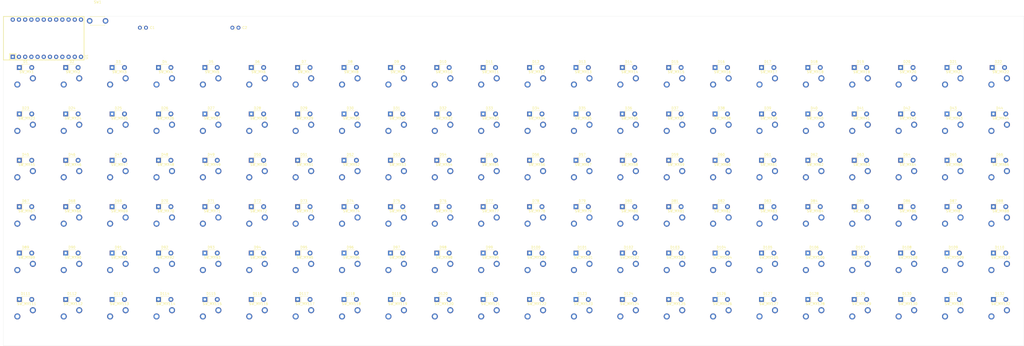
<source format=kicad_pcb>
(kicad_pcb (version 20171130) (host pcbnew "(5.0.0)")
  (layers (0 F.Cu signal) (31 B.Cu signal) (34 B.Paste user) (35 F.Paste user) (36 B.SilkS user) (37 F.SilkS user) (38 B.Mask user) (39 F.Mask user) (44 Edge.Cuts user))
  (net 0 "")
  (net 1 +5V)
  (net 2 GND)
  (net 3 /COL0)
  (net 4 "Net-(D1-Pad2)")
  (net 5 "Net-(D2-Pad2)")
  (net 6 "Net-(D3-Pad2)")
  (net 7 "Net-(D4-Pad2)")
  (net 8 "Net-(D5-Pad2)")
  (net 9 "Net-(D6-Pad2)")
  (net 10 "Net-(D7-Pad2)")
  (net 11 "Net-(D8-Pad2)")
  (net 12 "Net-(D9-Pad2)")
  (net 13 "Net-(D10-Pad2)")
  (net 14 "Net-(D11-Pad2)")
  (net 15 /COL1)
  (net 16 "Net-(D23-Pad2)")
  (net 17 "Net-(D24-Pad2)")
  (net 18 "Net-(D25-Pad2)")
  (net 19 "Net-(D26-Pad2)")
  (net 20 "Net-(D27-Pad2)")
  (net 21 "Net-(D28-Pad2)")
  (net 22 "Net-(D29-Pad2)")
  (net 23 "Net-(D30-Pad2)")
  (net 24 "Net-(D31-Pad2)")
  (net 25 "Net-(D32-Pad2)")
  (net 26 "Net-(D33-Pad2)")
  (net 27 /COL2)
  (net 28 "Net-(D45-Pad2)")
  (net 29 "Net-(D46-Pad2)")
  (net 30 "Net-(D47-Pad2)")
  (net 31 "Net-(D48-Pad2)")
  (net 32 "Net-(D49-Pad2)")
  (net 33 "Net-(D50-Pad2)")
  (net 34 "Net-(D51-Pad2)")
  (net 35 "Net-(D52-Pad2)")
  (net 36 "Net-(D53-Pad2)")
  (net 37 "Net-(D54-Pad2)")
  (net 38 "Net-(D55-Pad2)")
  (net 39 /COL3)
  (net 40 "Net-(D67-Pad2)")
  (net 41 "Net-(D68-Pad2)")
  (net 42 "Net-(D69-Pad2)")
  (net 43 "Net-(D70-Pad2)")
  (net 44 "Net-(D71-Pad2)")
  (net 45 "Net-(D72-Pad2)")
  (net 46 "Net-(D73-Pad2)")
  (net 47 "Net-(D74-Pad2)")
  (net 48 "Net-(D75-Pad2)")
  (net 49 "Net-(D76-Pad2)")
  (net 50 "Net-(D77-Pad2)")
  (net 51 /COL4)
  (net 52 "Net-(D89-Pad2)")
  (net 53 "Net-(D90-Pad2)")
  (net 54 "Net-(D91-Pad2)")
  (net 55 "Net-(D92-Pad2)")
  (net 56 "Net-(D93-Pad2)")
  (net 57 "Net-(D94-Pad2)")
  (net 58 "Net-(D95-Pad2)")
  (net 59 "Net-(D96-Pad2)")
  (net 60 "Net-(D97-Pad2)")
  (net 61 "Net-(D98-Pad2)")
  (net 62 "Net-(D99-Pad2)")
  (net 63 "Net-(D111-Pad2)")
  (net 64 "Net-(D112-Pad2)")
  (net 65 "Net-(D113-Pad2)")
  (net 66 "Net-(D114-Pad2)")
  (net 67 "Net-(D115-Pad2)")
  (net 68 "Net-(D116-Pad2)")
  (net 69 "Net-(D117-Pad2)")
  (net 70 "Net-(D118-Pad2)")
  (net 71 "Net-(D119-Pad2)")
  (net 72 "Net-(D120-Pad2)")
  (net 73 "Net-(D121-Pad2)")
  (net 74 "Net-(SW1-Pad1)")
  (net 75 /ROW0)
  (net 76 /ROW1)
  (net 77 /ROW2)
  (net 78 /ROW3)
  (net 79 /ROW4)
  (net 80 /ROW5)
  (net 81 /ROW6)
  (net 82 /ROW7)
  (net 83 /ROW8)
  (net 84 /ROW9)
  (net 85 /ROW10)
  (net 86 /COL5)
  (net 87 "Net-(U1-Pad24)")
  (net 88 "Net-(D107-Pad1)")
  (net 89 "Net-(D44-Pad1)")
  (net 90 "Net-(D43-Pad1)")
  (net 91 "Net-(D42-Pad1)")
  (net 92 "Net-(D41-Pad1)")
  (net 93 "Net-(D39-Pad1)")
  (net 94 "Net-(D38-Pad1)")
  (net 95 "Net-(D37-Pad1)")
  (net 96 "Net-(D36-Pad1)")
  (net 97 "Net-(D35-Pad1)")
  (net 98 "Net-(D34-Pad1)")
  (net 99 "Net-(D57-Pad1)")
  (net 100 "Net-(D65-Pad1)")
  (net 101 "Net-(D64-Pad1)")
  (net 102 "Net-(D63-Pad1)")
  (net 103 "Net-(D62-Pad1)")
  (net 104 "Net-(D61-Pad1)")
  (net 105 "Net-(D60-Pad1)")
  (net 106 "Net-(D59-Pad1)")
  (net 107 "Net-(D58-Pad1)")
  (net 108 "Net-(D56-Pad1)")
  (net 109 "Net-(D16-Pad1)")
  (net 110 "Net-(D12-Pad1)")
  (net 111 "Net-(D13-Pad1)")
  (net 112 "Net-(D14-Pad1)")
  (net 113 "Net-(D15-Pad1)")
  (net 114 "Net-(D132-Pad1)")
  (net 115 "Net-(D22-Pad1)")
  (net 116 "Net-(D21-Pad1)")
  (net 117 "Net-(D20-Pad1)")
  (net 118 "Net-(D19-Pad1)")
  (net 119 "Net-(D18-Pad1)")
  (net 120 "Net-(D17-Pad1)")
  (net 121 "Net-(D66-Pad1)")
  (net 122 "Net-(D110-Pad1)")
  (net 123 "Net-(D109-Pad1)")
  (net 124 "Net-(D108-Pad1)")
  (net 125 "Net-(D106-Pad1)")
  (net 126 "Net-(D105-Pad1)")
  (net 127 "Net-(D104-Pad1)")
  (net 128 "Net-(D103-Pad1)")
  (net 129 "Net-(D102-Pad1)")
  (net 130 "Net-(D101-Pad1)")
  (net 131 "Net-(D100-Pad1)")
  (net 132 "Net-(D124-Pad1)")
  (net 133 "Net-(D131-Pad1)")
  (net 134 "Net-(D130-Pad1)")
  (net 135 "Net-(D129-Pad1)")
  (net 136 "Net-(D128-Pad1)")
  (net 137 "Net-(D127-Pad1)")
  (net 138 "Net-(D126-Pad1)")
  (net 139 "Net-(D125-Pad1)")
  (net 140 "Net-(D123-Pad1)")
  (net 141 "Net-(D122-Pad1)")
  (net 142 "Net-(D83-Pad1)")
  (net 143 "Net-(D40-Pad1)")
  (net 144 "Net-(D78-Pad1)")
  (net 145 "Net-(D79-Pad1)")
  (net 146 "Net-(D80-Pad1)")
  (net 147 "Net-(D81-Pad1)")
  (net 148 "Net-(D82-Pad1)")
  (net 149 "Net-(D88-Pad1)")
  (net 150 "Net-(D87-Pad1)")
  (net 151 "Net-(D86-Pad1)")
  (net 152 "Net-(D85-Pad1)")
  (net 153 "Net-(D84-Pad1)")
  (net 154 /LED)
  (module dm9_switches:TVBP06 (layer F.Cu) (at 89.056 51.388)
    (fp_text reference SW1 (at 0 -7.7) (layer F.SilkS))
    (fp_text value RESET hide)
    (pad 2 thru_hole circle (at 3.25 0) (size 2.3 2.3) (drill 1.3) (layers *.Cu *.Mask) (net 2 GND))
    (pad 1 thru_hole circle (at -3.25 0) (size 2.3 2.3) (drill 1.3) (layers *.Cu *.Mask) (net 74 "Net-(SW1-Pad1)"))
  )
  (module SMKJP:BOARD_Pro_Micro (layer F.Cu) (at 50.5 58.5)
    (fp_text reference U1 (at 34.036 7.62 -90) (layer F.SilkS))
    (fp_text value pro_micro hide)
    (pad 13 thru_hole circle (at 31.75 -7.62) (size 1.75 1.75) (drill 0.85) (layers *.Cu *.Mask) (net 27 /COL2))
    (pad 14 thru_hole circle (at 29.21 -7.62) (size 1.75 1.75) (drill 0.85) (layers *.Cu *.Mask) (net 39 /COL3))
    (pad 15 thru_hole circle (at 26.67 -7.62) (size 1.75 1.75) (drill 0.85) (layers *.Cu *.Mask) (net 51 /COL4))
    (pad 16 thru_hole circle (at 24.13 -7.62) (size 1.75 1.75) (drill 0.85) (layers *.Cu *.Mask) (net 86 /COL5))
    (pad 17 thru_hole circle (at 21.59 -7.62) (size 1.75 1.75) (drill 0.85) (layers *.Cu *.Mask) (net 82 /ROW7))
    (pad 18 thru_hole circle (at 19.05 -7.62) (size 1.75 1.75) (drill 0.85) (layers *.Cu *.Mask) (net 83 /ROW8))
    (pad 19 thru_hole circle (at 16.51 -7.62) (size 1.75 1.75) (drill 0.85) (layers *.Cu *.Mask) (net 84 /ROW9))
    (pad 20 thru_hole circle (at 13.97 -7.62) (size 1.75 1.75) (drill 0.85) (layers *.Cu *.Mask) (net 85 /ROW10))
    (pad 21 thru_hole circle (at 11.43 -7.62) (size 1.75 1.75) (drill 0.85) (layers *.Cu *.Mask) (net 1 +5V))
    (pad 22 thru_hole circle (at 8.89 -7.62) (size 1.75 1.75) (drill 0.85) (layers *.Cu *.Mask) (net 74 "Net-(SW1-Pad1)"))
    (pad 23 thru_hole circle (at 6.35 -7.62) (size 1.75 1.75) (drill 0.85) (layers *.Cu *.Mask) (net 2 GND))
    (pad 24 thru_hole circle (at 3.81 -7.62) (size 1.75 1.75) (drill 0.85) (layers *.Cu *.Mask) (net 87 "Net-(U1-Pad24)"))
    (pad 12 thru_hole circle (at 31.75 7.62) (size 1.75 1.75) (drill 0.85) (layers *.Cu *.Mask) (net 15 /COL1))
    (pad 11 thru_hole circle (at 29.21 7.62) (size 1.75 1.75) (drill 0.85) (layers *.Cu *.Mask) (net 3 /COL0))
    (pad 10 thru_hole circle (at 26.67 7.62) (size 1.75 1.75) (drill 0.85) (layers *.Cu *.Mask) (net 154 /LED))
    (pad 9 thru_hole circle (at 24.13 7.62) (size 1.75 1.75) (drill 0.85) (layers *.Cu *.Mask) (net 81 /ROW6))
    (pad 8 thru_hole circle (at 21.59 7.62) (size 1.75 1.75) (drill 0.85) (layers *.Cu *.Mask) (net 80 /ROW5))
    (pad 7 thru_hole circle (at 19.05 7.62) (size 1.75 1.75) (drill 0.85) (layers *.Cu *.Mask) (net 79 /ROW4))
    (pad 6 thru_hole circle (at 16.51 7.62) (size 1.75 1.75) (drill 0.85) (layers *.Cu *.Mask) (net 78 /ROW3))
    (pad 5 thru_hole circle (at 13.97 7.62) (size 1.75 1.75) (drill 0.85) (layers *.Cu *.Mask) (net 77 /ROW2))
    (pad 4 thru_hole circle (at 11.43 7.62) (size 1.75 1.75) (drill 0.85) (layers *.Cu *.Mask) (net 2 GND))
    (pad 3 thru_hole circle (at 8.89 7.62) (size 1.75 1.75) (drill 0.85) (layers *.Cu *.Mask) (net 2 GND))
    (pad 2 thru_hole circle (at 6.35 7.62) (size 1.75 1.75) (drill 0.85) (layers *.Cu *.Mask) (net 76 /ROW1))
    (pad 1 thru_hole rect (at 3.81 7.62) (size 1.75 1.75) (drill 0.85) (layers *.Cu *.Mask) (net 75 /ROW0))
  )
  (module SMKJP:SW_Cherry_MX1A_1.00u_PCB (layer F.Cu) (at 459 175)
    (fp_text reference SW_MX132 (at 0 -7.7) (layer F.SilkS))
    (fp_text value SW_Push hide)
    (pad 2 thru_hole circle (at 2.54 -5.08) (size 2.5 2.5) (drill 1.5) (layers *.Cu *.Mask) (net 114 "Net-(D132-Pad1)"))
    (pad 1 thru_hole circle (at -3.81 -2.54) (size 2.5 2.5) (drill 1.5) (layers *.Cu *.Mask) (net 85 /ROW10))
    (pad "" np_thru_hole circle (at 0 0) (size 4 4) (drill 4) (layers *.Cu *.Mask))
    (pad "" np_thru_hole circle (at -5.08 0) (size 1.7 1.7) (drill 1.7) (layers *.Cu *.Mask))
    (pad "" np_thru_hole circle (at 5.08 0) (size 1.7 1.7) (drill 1.7) (layers *.Cu *.Mask))
  )
  (module SMKJP:SW_Cherry_MX1A_1.00u_PCB (layer F.Cu) (at 440 175)
    (fp_text reference SW_MX131 (at 0 -7.7) (layer F.SilkS))
    (fp_text value SW_Push hide)
    (pad 2 thru_hole circle (at 2.54 -5.08) (size 2.5 2.5) (drill 1.5) (layers *.Cu *.Mask) (net 133 "Net-(D131-Pad1)"))
    (pad 1 thru_hole circle (at -3.81 -2.54) (size 2.5 2.5) (drill 1.5) (layers *.Cu *.Mask) (net 84 /ROW9))
    (pad "" np_thru_hole circle (at 0 0) (size 4 4) (drill 4) (layers *.Cu *.Mask))
    (pad "" np_thru_hole circle (at -5.08 0) (size 1.7 1.7) (drill 1.7) (layers *.Cu *.Mask))
    (pad "" np_thru_hole circle (at 5.08 0) (size 1.7 1.7) (drill 1.7) (layers *.Cu *.Mask))
  )
  (module SMKJP:SW_Cherry_MX1A_1.00u_PCB (layer F.Cu) (at 421 175)
    (fp_text reference SW_MX130 (at 0 -7.7) (layer F.SilkS))
    (fp_text value SW_Push hide)
    (pad 2 thru_hole circle (at 2.54 -5.08) (size 2.5 2.5) (drill 1.5) (layers *.Cu *.Mask) (net 134 "Net-(D130-Pad1)"))
    (pad 1 thru_hole circle (at -3.81 -2.54) (size 2.5 2.5) (drill 1.5) (layers *.Cu *.Mask) (net 83 /ROW8))
    (pad "" np_thru_hole circle (at 0 0) (size 4 4) (drill 4) (layers *.Cu *.Mask))
    (pad "" np_thru_hole circle (at -5.08 0) (size 1.7 1.7) (drill 1.7) (layers *.Cu *.Mask))
    (pad "" np_thru_hole circle (at 5.08 0) (size 1.7 1.7) (drill 1.7) (layers *.Cu *.Mask))
  )
  (module SMKJP:SW_Cherry_MX1A_1.00u_PCB (layer F.Cu) (at 402 175)
    (fp_text reference SW_MX129 (at 0 -7.7) (layer F.SilkS))
    (fp_text value SW_Push hide)
    (pad 2 thru_hole circle (at 2.54 -5.08) (size 2.5 2.5) (drill 1.5) (layers *.Cu *.Mask) (net 135 "Net-(D129-Pad1)"))
    (pad 1 thru_hole circle (at -3.81 -2.54) (size 2.5 2.5) (drill 1.5) (layers *.Cu *.Mask) (net 82 /ROW7))
    (pad "" np_thru_hole circle (at 0 0) (size 4 4) (drill 4) (layers *.Cu *.Mask))
    (pad "" np_thru_hole circle (at -5.08 0) (size 1.7 1.7) (drill 1.7) (layers *.Cu *.Mask))
    (pad "" np_thru_hole circle (at 5.08 0) (size 1.7 1.7) (drill 1.7) (layers *.Cu *.Mask))
  )
  (module SMKJP:SW_Cherry_MX1A_1.00u_PCB (layer F.Cu) (at 383 175)
    (fp_text reference SW_MX128 (at 0 -7.7) (layer F.SilkS))
    (fp_text value SW_Push hide)
    (pad 2 thru_hole circle (at 2.54 -5.08) (size 2.5 2.5) (drill 1.5) (layers *.Cu *.Mask) (net 136 "Net-(D128-Pad1)"))
    (pad 1 thru_hole circle (at -3.81 -2.54) (size 2.5 2.5) (drill 1.5) (layers *.Cu *.Mask) (net 81 /ROW6))
    (pad "" np_thru_hole circle (at 0 0) (size 4 4) (drill 4) (layers *.Cu *.Mask))
    (pad "" np_thru_hole circle (at -5.08 0) (size 1.7 1.7) (drill 1.7) (layers *.Cu *.Mask))
    (pad "" np_thru_hole circle (at 5.08 0) (size 1.7 1.7) (drill 1.7) (layers *.Cu *.Mask))
  )
  (module SMKJP:SW_Cherry_MX1A_1.00u_PCB (layer F.Cu) (at 364 175)
    (fp_text reference SW_MX127 (at 0 -7.7) (layer F.SilkS))
    (fp_text value SW_Push hide)
    (pad 2 thru_hole circle (at 2.54 -5.08) (size 2.5 2.5) (drill 1.5) (layers *.Cu *.Mask) (net 137 "Net-(D127-Pad1)"))
    (pad 1 thru_hole circle (at -3.81 -2.54) (size 2.5 2.5) (drill 1.5) (layers *.Cu *.Mask) (net 80 /ROW5))
    (pad "" np_thru_hole circle (at 0 0) (size 4 4) (drill 4) (layers *.Cu *.Mask))
    (pad "" np_thru_hole circle (at -5.08 0) (size 1.7 1.7) (drill 1.7) (layers *.Cu *.Mask))
    (pad "" np_thru_hole circle (at 5.08 0) (size 1.7 1.7) (drill 1.7) (layers *.Cu *.Mask))
  )
  (module SMKJP:SW_Cherry_MX1A_1.00u_PCB (layer F.Cu) (at 345 175)
    (fp_text reference SW_MX126 (at 0 -7.7) (layer F.SilkS))
    (fp_text value SW_Push hide)
    (pad 2 thru_hole circle (at 2.54 -5.08) (size 2.5 2.5) (drill 1.5) (layers *.Cu *.Mask) (net 138 "Net-(D126-Pad1)"))
    (pad 1 thru_hole circle (at -3.81 -2.54) (size 2.5 2.5) (drill 1.5) (layers *.Cu *.Mask) (net 79 /ROW4))
    (pad "" np_thru_hole circle (at 0 0) (size 4 4) (drill 4) (layers *.Cu *.Mask))
    (pad "" np_thru_hole circle (at -5.08 0) (size 1.7 1.7) (drill 1.7) (layers *.Cu *.Mask))
    (pad "" np_thru_hole circle (at 5.08 0) (size 1.7 1.7) (drill 1.7) (layers *.Cu *.Mask))
  )
  (module SMKJP:SW_Cherry_MX1A_1.00u_PCB (layer F.Cu) (at 326 175)
    (fp_text reference SW_MX125 (at 0 -7.7) (layer F.SilkS))
    (fp_text value SW_Push hide)
    (pad 2 thru_hole circle (at 2.54 -5.08) (size 2.5 2.5) (drill 1.5) (layers *.Cu *.Mask) (net 139 "Net-(D125-Pad1)"))
    (pad 1 thru_hole circle (at -3.81 -2.54) (size 2.5 2.5) (drill 1.5) (layers *.Cu *.Mask) (net 78 /ROW3))
    (pad "" np_thru_hole circle (at 0 0) (size 4 4) (drill 4) (layers *.Cu *.Mask))
    (pad "" np_thru_hole circle (at -5.08 0) (size 1.7 1.7) (drill 1.7) (layers *.Cu *.Mask))
    (pad "" np_thru_hole circle (at 5.08 0) (size 1.7 1.7) (drill 1.7) (layers *.Cu *.Mask))
  )
  (module SMKJP:SW_Cherry_MX1A_1.00u_PCB (layer F.Cu) (at 307 175)
    (fp_text reference SW_MX124 (at 0 -7.7) (layer F.SilkS))
    (fp_text value SW_Push hide)
    (pad 2 thru_hole circle (at 2.54 -5.08) (size 2.5 2.5) (drill 1.5) (layers *.Cu *.Mask) (net 132 "Net-(D124-Pad1)"))
    (pad 1 thru_hole circle (at -3.81 -2.54) (size 2.5 2.5) (drill 1.5) (layers *.Cu *.Mask) (net 77 /ROW2))
    (pad "" np_thru_hole circle (at 0 0) (size 4 4) (drill 4) (layers *.Cu *.Mask))
    (pad "" np_thru_hole circle (at -5.08 0) (size 1.7 1.7) (drill 1.7) (layers *.Cu *.Mask))
    (pad "" np_thru_hole circle (at 5.08 0) (size 1.7 1.7) (drill 1.7) (layers *.Cu *.Mask))
  )
  (module SMKJP:SW_Cherry_MX1A_1.00u_PCB (layer F.Cu) (at 288 175)
    (fp_text reference SW_MX123 (at 0 -7.7) (layer F.SilkS))
    (fp_text value SW_Push hide)
    (pad 2 thru_hole circle (at 2.54 -5.08) (size 2.5 2.5) (drill 1.5) (layers *.Cu *.Mask) (net 140 "Net-(D123-Pad1)"))
    (pad 1 thru_hole circle (at -3.81 -2.54) (size 2.5 2.5) (drill 1.5) (layers *.Cu *.Mask) (net 76 /ROW1))
    (pad "" np_thru_hole circle (at 0 0) (size 4 4) (drill 4) (layers *.Cu *.Mask))
    (pad "" np_thru_hole circle (at -5.08 0) (size 1.7 1.7) (drill 1.7) (layers *.Cu *.Mask))
    (pad "" np_thru_hole circle (at 5.08 0) (size 1.7 1.7) (drill 1.7) (layers *.Cu *.Mask))
  )
  (module SMKJP:SW_Cherry_MX1A_1.00u_PCB (layer F.Cu) (at 269 175)
    (fp_text reference SW_MX122 (at 0 -7.7) (layer F.SilkS))
    (fp_text value SW_Push hide)
    (pad 2 thru_hole circle (at 2.54 -5.08) (size 2.5 2.5) (drill 1.5) (layers *.Cu *.Mask) (net 141 "Net-(D122-Pad1)"))
    (pad 1 thru_hole circle (at -3.81 -2.54) (size 2.5 2.5) (drill 1.5) (layers *.Cu *.Mask) (net 75 /ROW0))
    (pad "" np_thru_hole circle (at 0 0) (size 4 4) (drill 4) (layers *.Cu *.Mask))
    (pad "" np_thru_hole circle (at -5.08 0) (size 1.7 1.7) (drill 1.7) (layers *.Cu *.Mask))
    (pad "" np_thru_hole circle (at 5.08 0) (size 1.7 1.7) (drill 1.7) (layers *.Cu *.Mask))
  )
  (module SMKJP:SW_Cherry_MX1A_1.00u_PCB (layer F.Cu) (at 250 175)
    (fp_text reference SW_MX121 (at 0 -7.7) (layer F.SilkS))
    (fp_text value SW_Push hide)
    (pad 2 thru_hole circle (at 2.54 -5.08) (size 2.5 2.5) (drill 1.5) (layers *.Cu *.Mask) (net 73 "Net-(D121-Pad2)"))
    (pad 1 thru_hole circle (at -3.81 -2.54) (size 2.5 2.5) (drill 1.5) (layers *.Cu *.Mask) (net 85 /ROW10))
    (pad "" np_thru_hole circle (at 0 0) (size 4 4) (drill 4) (layers *.Cu *.Mask))
    (pad "" np_thru_hole circle (at -5.08 0) (size 1.7 1.7) (drill 1.7) (layers *.Cu *.Mask))
    (pad "" np_thru_hole circle (at 5.08 0) (size 1.7 1.7) (drill 1.7) (layers *.Cu *.Mask))
  )
  (module SMKJP:SW_Cherry_MX1A_1.00u_PCB (layer F.Cu) (at 231 175)
    (fp_text reference SW_MX120 (at 0 -7.7) (layer F.SilkS))
    (fp_text value SW_Push hide)
    (pad 2 thru_hole circle (at 2.54 -5.08) (size 2.5 2.5) (drill 1.5) (layers *.Cu *.Mask) (net 72 "Net-(D120-Pad2)"))
    (pad 1 thru_hole circle (at -3.81 -2.54) (size 2.5 2.5) (drill 1.5) (layers *.Cu *.Mask) (net 84 /ROW9))
    (pad "" np_thru_hole circle (at 0 0) (size 4 4) (drill 4) (layers *.Cu *.Mask))
    (pad "" np_thru_hole circle (at -5.08 0) (size 1.7 1.7) (drill 1.7) (layers *.Cu *.Mask))
    (pad "" np_thru_hole circle (at 5.08 0) (size 1.7 1.7) (drill 1.7) (layers *.Cu *.Mask))
  )
  (module SMKJP:SW_Cherry_MX1A_1.00u_PCB (layer F.Cu) (at 212 175)
    (fp_text reference SW_MX119 (at 0 -7.7) (layer F.SilkS))
    (fp_text value SW_Push hide)
    (pad 2 thru_hole circle (at 2.54 -5.08) (size 2.5 2.5) (drill 1.5) (layers *.Cu *.Mask) (net 71 "Net-(D119-Pad2)"))
    (pad 1 thru_hole circle (at -3.81 -2.54) (size 2.5 2.5) (drill 1.5) (layers *.Cu *.Mask) (net 83 /ROW8))
    (pad "" np_thru_hole circle (at 0 0) (size 4 4) (drill 4) (layers *.Cu *.Mask))
    (pad "" np_thru_hole circle (at -5.08 0) (size 1.7 1.7) (drill 1.7) (layers *.Cu *.Mask))
    (pad "" np_thru_hole circle (at 5.08 0) (size 1.7 1.7) (drill 1.7) (layers *.Cu *.Mask))
  )
  (module SMKJP:SW_Cherry_MX1A_1.00u_PCB (layer F.Cu) (at 193 175)
    (fp_text reference SW_MX118 (at 0 -7.7) (layer F.SilkS))
    (fp_text value SW_Push hide)
    (pad 2 thru_hole circle (at 2.54 -5.08) (size 2.5 2.5) (drill 1.5) (layers *.Cu *.Mask) (net 70 "Net-(D118-Pad2)"))
    (pad 1 thru_hole circle (at -3.81 -2.54) (size 2.5 2.5) (drill 1.5) (layers *.Cu *.Mask) (net 82 /ROW7))
    (pad "" np_thru_hole circle (at 0 0) (size 4 4) (drill 4) (layers *.Cu *.Mask))
    (pad "" np_thru_hole circle (at -5.08 0) (size 1.7 1.7) (drill 1.7) (layers *.Cu *.Mask))
    (pad "" np_thru_hole circle (at 5.08 0) (size 1.7 1.7) (drill 1.7) (layers *.Cu *.Mask))
  )
  (module SMKJP:SW_Cherry_MX1A_1.00u_PCB (layer F.Cu) (at 174 175)
    (fp_text reference SW_MX117 (at 0 -7.7) (layer F.SilkS))
    (fp_text value SW_Push hide)
    (pad 2 thru_hole circle (at 2.54 -5.08) (size 2.5 2.5) (drill 1.5) (layers *.Cu *.Mask) (net 69 "Net-(D117-Pad2)"))
    (pad 1 thru_hole circle (at -3.81 -2.54) (size 2.5 2.5) (drill 1.5) (layers *.Cu *.Mask) (net 81 /ROW6))
    (pad "" np_thru_hole circle (at 0 0) (size 4 4) (drill 4) (layers *.Cu *.Mask))
    (pad "" np_thru_hole circle (at -5.08 0) (size 1.7 1.7) (drill 1.7) (layers *.Cu *.Mask))
    (pad "" np_thru_hole circle (at 5.08 0) (size 1.7 1.7) (drill 1.7) (layers *.Cu *.Mask))
  )
  (module SMKJP:SW_Cherry_MX1A_1.00u_PCB (layer F.Cu) (at 155 175)
    (fp_text reference SW_MX116 (at 0 -7.7) (layer F.SilkS))
    (fp_text value SW_Push hide)
    (pad 2 thru_hole circle (at 2.54 -5.08) (size 2.5 2.5) (drill 1.5) (layers *.Cu *.Mask) (net 68 "Net-(D116-Pad2)"))
    (pad 1 thru_hole circle (at -3.81 -2.54) (size 2.5 2.5) (drill 1.5) (layers *.Cu *.Mask) (net 80 /ROW5))
    (pad "" np_thru_hole circle (at 0 0) (size 4 4) (drill 4) (layers *.Cu *.Mask))
    (pad "" np_thru_hole circle (at -5.08 0) (size 1.7 1.7) (drill 1.7) (layers *.Cu *.Mask))
    (pad "" np_thru_hole circle (at 5.08 0) (size 1.7 1.7) (drill 1.7) (layers *.Cu *.Mask))
  )
  (module SMKJP:SW_Cherry_MX1A_1.00u_PCB (layer F.Cu) (at 136 175)
    (fp_text reference SW_MX115 (at 0 -7.7) (layer F.SilkS))
    (fp_text value SW_Push hide)
    (pad 2 thru_hole circle (at 2.54 -5.08) (size 2.5 2.5) (drill 1.5) (layers *.Cu *.Mask) (net 67 "Net-(D115-Pad2)"))
    (pad 1 thru_hole circle (at -3.81 -2.54) (size 2.5 2.5) (drill 1.5) (layers *.Cu *.Mask) (net 79 /ROW4))
    (pad "" np_thru_hole circle (at 0 0) (size 4 4) (drill 4) (layers *.Cu *.Mask))
    (pad "" np_thru_hole circle (at -5.08 0) (size 1.7 1.7) (drill 1.7) (layers *.Cu *.Mask))
    (pad "" np_thru_hole circle (at 5.08 0) (size 1.7 1.7) (drill 1.7) (layers *.Cu *.Mask))
  )
  (module SMKJP:SW_Cherry_MX1A_1.00u_PCB (layer F.Cu) (at 117 175)
    (fp_text reference SW_MX114 (at 0 -7.7) (layer F.SilkS))
    (fp_text value SW_Push hide)
    (pad 2 thru_hole circle (at 2.54 -5.08) (size 2.5 2.5) (drill 1.5) (layers *.Cu *.Mask) (net 66 "Net-(D114-Pad2)"))
    (pad 1 thru_hole circle (at -3.81 -2.54) (size 2.5 2.5) (drill 1.5) (layers *.Cu *.Mask) (net 78 /ROW3))
    (pad "" np_thru_hole circle (at 0 0) (size 4 4) (drill 4) (layers *.Cu *.Mask))
    (pad "" np_thru_hole circle (at -5.08 0) (size 1.7 1.7) (drill 1.7) (layers *.Cu *.Mask))
    (pad "" np_thru_hole circle (at 5.08 0) (size 1.7 1.7) (drill 1.7) (layers *.Cu *.Mask))
  )
  (module SMKJP:SW_Cherry_MX1A_1.00u_PCB (layer F.Cu) (at 98 175)
    (fp_text reference SW_MX113 (at 0 -7.7) (layer F.SilkS))
    (fp_text value SW_Push hide)
    (pad 2 thru_hole circle (at 2.54 -5.08) (size 2.5 2.5) (drill 1.5) (layers *.Cu *.Mask) (net 65 "Net-(D113-Pad2)"))
    (pad 1 thru_hole circle (at -3.81 -2.54) (size 2.5 2.5) (drill 1.5) (layers *.Cu *.Mask) (net 77 /ROW2))
    (pad "" np_thru_hole circle (at 0 0) (size 4 4) (drill 4) (layers *.Cu *.Mask))
    (pad "" np_thru_hole circle (at -5.08 0) (size 1.7 1.7) (drill 1.7) (layers *.Cu *.Mask))
    (pad "" np_thru_hole circle (at 5.08 0) (size 1.7 1.7) (drill 1.7) (layers *.Cu *.Mask))
  )
  (module SMKJP:SW_Cherry_MX1A_1.00u_PCB (layer F.Cu) (at 79 175)
    (fp_text reference SW_MX112 (at 0 -7.7) (layer F.SilkS))
    (fp_text value SW_Push hide)
    (pad 2 thru_hole circle (at 2.54 -5.08) (size 2.5 2.5) (drill 1.5) (layers *.Cu *.Mask) (net 64 "Net-(D112-Pad2)"))
    (pad 1 thru_hole circle (at -3.81 -2.54) (size 2.5 2.5) (drill 1.5) (layers *.Cu *.Mask) (net 76 /ROW1))
    (pad "" np_thru_hole circle (at 0 0) (size 4 4) (drill 4) (layers *.Cu *.Mask))
    (pad "" np_thru_hole circle (at -5.08 0) (size 1.7 1.7) (drill 1.7) (layers *.Cu *.Mask))
    (pad "" np_thru_hole circle (at 5.08 0) (size 1.7 1.7) (drill 1.7) (layers *.Cu *.Mask))
  )
  (module SMKJP:SW_Cherry_MX1A_1.00u_PCB (layer F.Cu) (at 60 175)
    (fp_text reference SW_MX111 (at 0 -7.7) (layer F.SilkS))
    (fp_text value SW_Push hide)
    (pad 2 thru_hole circle (at 2.54 -5.08) (size 2.5 2.5) (drill 1.5) (layers *.Cu *.Mask) (net 63 "Net-(D111-Pad2)"))
    (pad 1 thru_hole circle (at -3.81 -2.54) (size 2.5 2.5) (drill 1.5) (layers *.Cu *.Mask) (net 75 /ROW0))
    (pad "" np_thru_hole circle (at 0 0) (size 4 4) (drill 4) (layers *.Cu *.Mask))
    (pad "" np_thru_hole circle (at -5.08 0) (size 1.7 1.7) (drill 1.7) (layers *.Cu *.Mask))
    (pad "" np_thru_hole circle (at 5.08 0) (size 1.7 1.7) (drill 1.7) (layers *.Cu *.Mask))
  )
  (module SMKJP:SW_Cherry_MX1A_1.00u_PCB (layer F.Cu) (at 459 156)
    (fp_text reference SW_MX110 (at 0 -7.7) (layer F.SilkS))
    (fp_text value SW_Push hide)
    (pad 2 thru_hole circle (at 2.54 -5.08) (size 2.5 2.5) (drill 1.5) (layers *.Cu *.Mask) (net 122 "Net-(D110-Pad1)"))
    (pad 1 thru_hole circle (at -3.81 -2.54) (size 2.5 2.5) (drill 1.5) (layers *.Cu *.Mask) (net 85 /ROW10))
    (pad "" np_thru_hole circle (at 0 0) (size 4 4) (drill 4) (layers *.Cu *.Mask))
    (pad "" np_thru_hole circle (at -5.08 0) (size 1.7 1.7) (drill 1.7) (layers *.Cu *.Mask))
    (pad "" np_thru_hole circle (at 5.08 0) (size 1.7 1.7) (drill 1.7) (layers *.Cu *.Mask))
  )
  (module SMKJP:SW_Cherry_MX1A_1.00u_PCB (layer F.Cu) (at 440 156)
    (fp_text reference SW_MX109 (at 0 -7.7) (layer F.SilkS))
    (fp_text value SW_Push hide)
    (pad 2 thru_hole circle (at 2.54 -5.08) (size 2.5 2.5) (drill 1.5) (layers *.Cu *.Mask) (net 123 "Net-(D109-Pad1)"))
    (pad 1 thru_hole circle (at -3.81 -2.54) (size 2.5 2.5) (drill 1.5) (layers *.Cu *.Mask) (net 84 /ROW9))
    (pad "" np_thru_hole circle (at 0 0) (size 4 4) (drill 4) (layers *.Cu *.Mask))
    (pad "" np_thru_hole circle (at -5.08 0) (size 1.7 1.7) (drill 1.7) (layers *.Cu *.Mask))
    (pad "" np_thru_hole circle (at 5.08 0) (size 1.7 1.7) (drill 1.7) (layers *.Cu *.Mask))
  )
  (module SMKJP:SW_Cherry_MX1A_1.00u_PCB (layer F.Cu) (at 421 156)
    (fp_text reference SW_MX108 (at 0 -7.7) (layer F.SilkS))
    (fp_text value SW_Push hide)
    (pad 2 thru_hole circle (at 2.54 -5.08) (size 2.5 2.5) (drill 1.5) (layers *.Cu *.Mask) (net 124 "Net-(D108-Pad1)"))
    (pad 1 thru_hole circle (at -3.81 -2.54) (size 2.5 2.5) (drill 1.5) (layers *.Cu *.Mask) (net 83 /ROW8))
    (pad "" np_thru_hole circle (at 0 0) (size 4 4) (drill 4) (layers *.Cu *.Mask))
    (pad "" np_thru_hole circle (at -5.08 0) (size 1.7 1.7) (drill 1.7) (layers *.Cu *.Mask))
    (pad "" np_thru_hole circle (at 5.08 0) (size 1.7 1.7) (drill 1.7) (layers *.Cu *.Mask))
  )
  (module SMKJP:SW_Cherry_MX1A_1.00u_PCB (layer F.Cu) (at 402 156)
    (fp_text reference SW_MX107 (at 0 -7.7) (layer F.SilkS))
    (fp_text value SW_Push hide)
    (pad 2 thru_hole circle (at 2.54 -5.08) (size 2.5 2.5) (drill 1.5) (layers *.Cu *.Mask) (net 88 "Net-(D107-Pad1)"))
    (pad 1 thru_hole circle (at -3.81 -2.54) (size 2.5 2.5) (drill 1.5) (layers *.Cu *.Mask) (net 82 /ROW7))
    (pad "" np_thru_hole circle (at 0 0) (size 4 4) (drill 4) (layers *.Cu *.Mask))
    (pad "" np_thru_hole circle (at -5.08 0) (size 1.7 1.7) (drill 1.7) (layers *.Cu *.Mask))
    (pad "" np_thru_hole circle (at 5.08 0) (size 1.7 1.7) (drill 1.7) (layers *.Cu *.Mask))
  )
  (module SMKJP:SW_Cherry_MX1A_1.00u_PCB (layer F.Cu) (at 383 156)
    (fp_text reference SW_MX106 (at 0 -7.7) (layer F.SilkS))
    (fp_text value SW_Push hide)
    (pad 2 thru_hole circle (at 2.54 -5.08) (size 2.5 2.5) (drill 1.5) (layers *.Cu *.Mask) (net 125 "Net-(D106-Pad1)"))
    (pad 1 thru_hole circle (at -3.81 -2.54) (size 2.5 2.5) (drill 1.5) (layers *.Cu *.Mask) (net 81 /ROW6))
    (pad "" np_thru_hole circle (at 0 0) (size 4 4) (drill 4) (layers *.Cu *.Mask))
    (pad "" np_thru_hole circle (at -5.08 0) (size 1.7 1.7) (drill 1.7) (layers *.Cu *.Mask))
    (pad "" np_thru_hole circle (at 5.08 0) (size 1.7 1.7) (drill 1.7) (layers *.Cu *.Mask))
  )
  (module SMKJP:SW_Cherry_MX1A_1.00u_PCB (layer F.Cu) (at 364 156)
    (fp_text reference SW_MX105 (at 0 -7.7) (layer F.SilkS))
    (fp_text value SW_Push hide)
    (pad 2 thru_hole circle (at 2.54 -5.08) (size 2.5 2.5) (drill 1.5) (layers *.Cu *.Mask) (net 126 "Net-(D105-Pad1)"))
    (pad 1 thru_hole circle (at -3.81 -2.54) (size 2.5 2.5) (drill 1.5) (layers *.Cu *.Mask) (net 80 /ROW5))
    (pad "" np_thru_hole circle (at 0 0) (size 4 4) (drill 4) (layers *.Cu *.Mask))
    (pad "" np_thru_hole circle (at -5.08 0) (size 1.7 1.7) (drill 1.7) (layers *.Cu *.Mask))
    (pad "" np_thru_hole circle (at 5.08 0) (size 1.7 1.7) (drill 1.7) (layers *.Cu *.Mask))
  )
  (module SMKJP:SW_Cherry_MX1A_1.00u_PCB (layer F.Cu) (at 345 156)
    (fp_text reference SW_MX104 (at 0 -7.7) (layer F.SilkS))
    (fp_text value SW_Push hide)
    (pad 2 thru_hole circle (at 2.54 -5.08) (size 2.5 2.5) (drill 1.5) (layers *.Cu *.Mask) (net 127 "Net-(D104-Pad1)"))
    (pad 1 thru_hole circle (at -3.81 -2.54) (size 2.5 2.5) (drill 1.5) (layers *.Cu *.Mask) (net 79 /ROW4))
    (pad "" np_thru_hole circle (at 0 0) (size 4 4) (drill 4) (layers *.Cu *.Mask))
    (pad "" np_thru_hole circle (at -5.08 0) (size 1.7 1.7) (drill 1.7) (layers *.Cu *.Mask))
    (pad "" np_thru_hole circle (at 5.08 0) (size 1.7 1.7) (drill 1.7) (layers *.Cu *.Mask))
  )
  (module SMKJP:SW_Cherry_MX1A_1.00u_PCB (layer F.Cu) (at 326 156)
    (fp_text reference SW_MX103 (at 0 -7.7) (layer F.SilkS))
    (fp_text value SW_Push hide)
    (pad 2 thru_hole circle (at 2.54 -5.08) (size 2.5 2.5) (drill 1.5) (layers *.Cu *.Mask) (net 128 "Net-(D103-Pad1)"))
    (pad 1 thru_hole circle (at -3.81 -2.54) (size 2.5 2.5) (drill 1.5) (layers *.Cu *.Mask) (net 78 /ROW3))
    (pad "" np_thru_hole circle (at 0 0) (size 4 4) (drill 4) (layers *.Cu *.Mask))
    (pad "" np_thru_hole circle (at -5.08 0) (size 1.7 1.7) (drill 1.7) (layers *.Cu *.Mask))
    (pad "" np_thru_hole circle (at 5.08 0) (size 1.7 1.7) (drill 1.7) (layers *.Cu *.Mask))
  )
  (module SMKJP:SW_Cherry_MX1A_1.00u_PCB (layer F.Cu) (at 307 156)
    (fp_text reference SW_MX102 (at 0 -7.7) (layer F.SilkS))
    (fp_text value SW_Push hide)
    (pad 2 thru_hole circle (at 2.54 -5.08) (size 2.5 2.5) (drill 1.5) (layers *.Cu *.Mask) (net 129 "Net-(D102-Pad1)"))
    (pad 1 thru_hole circle (at -3.81 -2.54) (size 2.5 2.5) (drill 1.5) (layers *.Cu *.Mask) (net 77 /ROW2))
    (pad "" np_thru_hole circle (at 0 0) (size 4 4) (drill 4) (layers *.Cu *.Mask))
    (pad "" np_thru_hole circle (at -5.08 0) (size 1.7 1.7) (drill 1.7) (layers *.Cu *.Mask))
    (pad "" np_thru_hole circle (at 5.08 0) (size 1.7 1.7) (drill 1.7) (layers *.Cu *.Mask))
  )
  (module SMKJP:SW_Cherry_MX1A_1.00u_PCB (layer F.Cu) (at 288 156)
    (fp_text reference SW_MX101 (at 0 -7.7) (layer F.SilkS))
    (fp_text value SW_Push hide)
    (pad 2 thru_hole circle (at 2.54 -5.08) (size 2.5 2.5) (drill 1.5) (layers *.Cu *.Mask) (net 130 "Net-(D101-Pad1)"))
    (pad 1 thru_hole circle (at -3.81 -2.54) (size 2.5 2.5) (drill 1.5) (layers *.Cu *.Mask) (net 76 /ROW1))
    (pad "" np_thru_hole circle (at 0 0) (size 4 4) (drill 4) (layers *.Cu *.Mask))
    (pad "" np_thru_hole circle (at -5.08 0) (size 1.7 1.7) (drill 1.7) (layers *.Cu *.Mask))
    (pad "" np_thru_hole circle (at 5.08 0) (size 1.7 1.7) (drill 1.7) (layers *.Cu *.Mask))
  )
  (module SMKJP:SW_Cherry_MX1A_1.00u_PCB (layer F.Cu) (at 269 156)
    (fp_text reference SW_MX100 (at 0 -7.7) (layer F.SilkS))
    (fp_text value SW_Push hide)
    (pad 2 thru_hole circle (at 2.54 -5.08) (size 2.5 2.5) (drill 1.5) (layers *.Cu *.Mask) (net 131 "Net-(D100-Pad1)"))
    (pad 1 thru_hole circle (at -3.81 -2.54) (size 2.5 2.5) (drill 1.5) (layers *.Cu *.Mask) (net 75 /ROW0))
    (pad "" np_thru_hole circle (at 0 0) (size 4 4) (drill 4) (layers *.Cu *.Mask))
    (pad "" np_thru_hole circle (at -5.08 0) (size 1.7 1.7) (drill 1.7) (layers *.Cu *.Mask))
    (pad "" np_thru_hole circle (at 5.08 0) (size 1.7 1.7) (drill 1.7) (layers *.Cu *.Mask))
  )
  (module SMKJP:SW_Cherry_MX1A_1.00u_PCB (layer F.Cu) (at 250 156)
    (fp_text reference SW_MX99 (at 0 -7.7) (layer F.SilkS))
    (fp_text value SW_Push hide)
    (pad 2 thru_hole circle (at 2.54 -5.08) (size 2.5 2.5) (drill 1.5) (layers *.Cu *.Mask) (net 62 "Net-(D99-Pad2)"))
    (pad 1 thru_hole circle (at -3.81 -2.54) (size 2.5 2.5) (drill 1.5) (layers *.Cu *.Mask) (net 85 /ROW10))
    (pad "" np_thru_hole circle (at 0 0) (size 4 4) (drill 4) (layers *.Cu *.Mask))
    (pad "" np_thru_hole circle (at -5.08 0) (size 1.7 1.7) (drill 1.7) (layers *.Cu *.Mask))
    (pad "" np_thru_hole circle (at 5.08 0) (size 1.7 1.7) (drill 1.7) (layers *.Cu *.Mask))
  )
  (module SMKJP:SW_Cherry_MX1A_1.00u_PCB (layer F.Cu) (at 231 156)
    (fp_text reference SW_MX98 (at 0 -7.7) (layer F.SilkS))
    (fp_text value SW_Push hide)
    (pad 2 thru_hole circle (at 2.54 -5.08) (size 2.5 2.5) (drill 1.5) (layers *.Cu *.Mask) (net 61 "Net-(D98-Pad2)"))
    (pad 1 thru_hole circle (at -3.81 -2.54) (size 2.5 2.5) (drill 1.5) (layers *.Cu *.Mask) (net 84 /ROW9))
    (pad "" np_thru_hole circle (at 0 0) (size 4 4) (drill 4) (layers *.Cu *.Mask))
    (pad "" np_thru_hole circle (at -5.08 0) (size 1.7 1.7) (drill 1.7) (layers *.Cu *.Mask))
    (pad "" np_thru_hole circle (at 5.08 0) (size 1.7 1.7) (drill 1.7) (layers *.Cu *.Mask))
  )
  (module SMKJP:SW_Cherry_MX1A_1.00u_PCB (layer F.Cu) (at 212 156)
    (fp_text reference SW_MX97 (at 0 -7.7) (layer F.SilkS))
    (fp_text value SW_Push hide)
    (pad 2 thru_hole circle (at 2.54 -5.08) (size 2.5 2.5) (drill 1.5) (layers *.Cu *.Mask) (net 60 "Net-(D97-Pad2)"))
    (pad 1 thru_hole circle (at -3.81 -2.54) (size 2.5 2.5) (drill 1.5) (layers *.Cu *.Mask) (net 83 /ROW8))
    (pad "" np_thru_hole circle (at 0 0) (size 4 4) (drill 4) (layers *.Cu *.Mask))
    (pad "" np_thru_hole circle (at -5.08 0) (size 1.7 1.7) (drill 1.7) (layers *.Cu *.Mask))
    (pad "" np_thru_hole circle (at 5.08 0) (size 1.7 1.7) (drill 1.7) (layers *.Cu *.Mask))
  )
  (module SMKJP:SW_Cherry_MX1A_1.00u_PCB (layer F.Cu) (at 193 156)
    (fp_text reference SW_MX96 (at 0 -7.7) (layer F.SilkS))
    (fp_text value SW_Push hide)
    (pad 2 thru_hole circle (at 2.54 -5.08) (size 2.5 2.5) (drill 1.5) (layers *.Cu *.Mask) (net 59 "Net-(D96-Pad2)"))
    (pad 1 thru_hole circle (at -3.81 -2.54) (size 2.5 2.5) (drill 1.5) (layers *.Cu *.Mask) (net 82 /ROW7))
    (pad "" np_thru_hole circle (at 0 0) (size 4 4) (drill 4) (layers *.Cu *.Mask))
    (pad "" np_thru_hole circle (at -5.08 0) (size 1.7 1.7) (drill 1.7) (layers *.Cu *.Mask))
    (pad "" np_thru_hole circle (at 5.08 0) (size 1.7 1.7) (drill 1.7) (layers *.Cu *.Mask))
  )
  (module SMKJP:SW_Cherry_MX1A_1.00u_PCB (layer F.Cu) (at 174 156)
    (fp_text reference SW_MX95 (at 0 -7.7) (layer F.SilkS))
    (fp_text value SW_Push hide)
    (pad 2 thru_hole circle (at 2.54 -5.08) (size 2.5 2.5) (drill 1.5) (layers *.Cu *.Mask) (net 58 "Net-(D95-Pad2)"))
    (pad 1 thru_hole circle (at -3.81 -2.54) (size 2.5 2.5) (drill 1.5) (layers *.Cu *.Mask) (net 81 /ROW6))
    (pad "" np_thru_hole circle (at 0 0) (size 4 4) (drill 4) (layers *.Cu *.Mask))
    (pad "" np_thru_hole circle (at -5.08 0) (size 1.7 1.7) (drill 1.7) (layers *.Cu *.Mask))
    (pad "" np_thru_hole circle (at 5.08 0) (size 1.7 1.7) (drill 1.7) (layers *.Cu *.Mask))
  )
  (module SMKJP:SW_Cherry_MX1A_1.00u_PCB (layer F.Cu) (at 155 156)
    (fp_text reference SW_MX94 (at 0 -7.7) (layer F.SilkS))
    (fp_text value SW_Push hide)
    (pad 2 thru_hole circle (at 2.54 -5.08) (size 2.5 2.5) (drill 1.5) (layers *.Cu *.Mask) (net 57 "Net-(D94-Pad2)"))
    (pad 1 thru_hole circle (at -3.81 -2.54) (size 2.5 2.5) (drill 1.5) (layers *.Cu *.Mask) (net 80 /ROW5))
    (pad "" np_thru_hole circle (at 0 0) (size 4 4) (drill 4) (layers *.Cu *.Mask))
    (pad "" np_thru_hole circle (at -5.08 0) (size 1.7 1.7) (drill 1.7) (layers *.Cu *.Mask))
    (pad "" np_thru_hole circle (at 5.08 0) (size 1.7 1.7) (drill 1.7) (layers *.Cu *.Mask))
  )
  (module SMKJP:SW_Cherry_MX1A_1.00u_PCB (layer F.Cu) (at 136 156)
    (fp_text reference SW_MX93 (at 0 -7.7) (layer F.SilkS))
    (fp_text value SW_Push hide)
    (pad 2 thru_hole circle (at 2.54 -5.08) (size 2.5 2.5) (drill 1.5) (layers *.Cu *.Mask) (net 56 "Net-(D93-Pad2)"))
    (pad 1 thru_hole circle (at -3.81 -2.54) (size 2.5 2.5) (drill 1.5) (layers *.Cu *.Mask) (net 79 /ROW4))
    (pad "" np_thru_hole circle (at 0 0) (size 4 4) (drill 4) (layers *.Cu *.Mask))
    (pad "" np_thru_hole circle (at -5.08 0) (size 1.7 1.7) (drill 1.7) (layers *.Cu *.Mask))
    (pad "" np_thru_hole circle (at 5.08 0) (size 1.7 1.7) (drill 1.7) (layers *.Cu *.Mask))
  )
  (module SMKJP:SW_Cherry_MX1A_1.00u_PCB (layer F.Cu) (at 117 156)
    (fp_text reference SW_MX92 (at 0 -7.7) (layer F.SilkS))
    (fp_text value SW_Push hide)
    (pad 2 thru_hole circle (at 2.54 -5.08) (size 2.5 2.5) (drill 1.5) (layers *.Cu *.Mask) (net 55 "Net-(D92-Pad2)"))
    (pad 1 thru_hole circle (at -3.81 -2.54) (size 2.5 2.5) (drill 1.5) (layers *.Cu *.Mask) (net 78 /ROW3))
    (pad "" np_thru_hole circle (at 0 0) (size 4 4) (drill 4) (layers *.Cu *.Mask))
    (pad "" np_thru_hole circle (at -5.08 0) (size 1.7 1.7) (drill 1.7) (layers *.Cu *.Mask))
    (pad "" np_thru_hole circle (at 5.08 0) (size 1.7 1.7) (drill 1.7) (layers *.Cu *.Mask))
  )
  (module SMKJP:SW_Cherry_MX1A_1.00u_PCB (layer F.Cu) (at 98 156)
    (fp_text reference SW_MX91 (at 0 -7.7) (layer F.SilkS))
    (fp_text value SW_Push hide)
    (pad 2 thru_hole circle (at 2.54 -5.08) (size 2.5 2.5) (drill 1.5) (layers *.Cu *.Mask) (net 54 "Net-(D91-Pad2)"))
    (pad 1 thru_hole circle (at -3.81 -2.54) (size 2.5 2.5) (drill 1.5) (layers *.Cu *.Mask) (net 77 /ROW2))
    (pad "" np_thru_hole circle (at 0 0) (size 4 4) (drill 4) (layers *.Cu *.Mask))
    (pad "" np_thru_hole circle (at -5.08 0) (size 1.7 1.7) (drill 1.7) (layers *.Cu *.Mask))
    (pad "" np_thru_hole circle (at 5.08 0) (size 1.7 1.7) (drill 1.7) (layers *.Cu *.Mask))
  )
  (module SMKJP:SW_Cherry_MX1A_1.00u_PCB (layer F.Cu) (at 79 156)
    (fp_text reference SW_MX90 (at 0 -7.7) (layer F.SilkS))
    (fp_text value SW_Push hide)
    (pad 2 thru_hole circle (at 2.54 -5.08) (size 2.5 2.5) (drill 1.5) (layers *.Cu *.Mask) (net 53 "Net-(D90-Pad2)"))
    (pad 1 thru_hole circle (at -3.81 -2.54) (size 2.5 2.5) (drill 1.5) (layers *.Cu *.Mask) (net 76 /ROW1))
    (pad "" np_thru_hole circle (at 0 0) (size 4 4) (drill 4) (layers *.Cu *.Mask))
    (pad "" np_thru_hole circle (at -5.08 0) (size 1.7 1.7) (drill 1.7) (layers *.Cu *.Mask))
    (pad "" np_thru_hole circle (at 5.08 0) (size 1.7 1.7) (drill 1.7) (layers *.Cu *.Mask))
  )
  (module SMKJP:SW_Cherry_MX1A_1.00u_PCB (layer F.Cu) (at 60 156)
    (fp_text reference SW_MX89 (at 0 -7.7) (layer F.SilkS))
    (fp_text value SW_Push hide)
    (pad 2 thru_hole circle (at 2.54 -5.08) (size 2.5 2.5) (drill 1.5) (layers *.Cu *.Mask) (net 52 "Net-(D89-Pad2)"))
    (pad 1 thru_hole circle (at -3.81 -2.54) (size 2.5 2.5) (drill 1.5) (layers *.Cu *.Mask) (net 75 /ROW0))
    (pad "" np_thru_hole circle (at 0 0) (size 4 4) (drill 4) (layers *.Cu *.Mask))
    (pad "" np_thru_hole circle (at -5.08 0) (size 1.7 1.7) (drill 1.7) (layers *.Cu *.Mask))
    (pad "" np_thru_hole circle (at 5.08 0) (size 1.7 1.7) (drill 1.7) (layers *.Cu *.Mask))
  )
  (module SMKJP:SW_Cherry_MX1A_1.00u_PCB (layer F.Cu) (at 459 137)
    (fp_text reference SW_MX88 (at 0 -7.7) (layer F.SilkS))
    (fp_text value SW_Push hide)
    (pad 2 thru_hole circle (at 2.54 -5.08) (size 2.5 2.5) (drill 1.5) (layers *.Cu *.Mask) (net 149 "Net-(D88-Pad1)"))
    (pad 1 thru_hole circle (at -3.81 -2.54) (size 2.5 2.5) (drill 1.5) (layers *.Cu *.Mask) (net 85 /ROW10))
    (pad "" np_thru_hole circle (at 0 0) (size 4 4) (drill 4) (layers *.Cu *.Mask))
    (pad "" np_thru_hole circle (at -5.08 0) (size 1.7 1.7) (drill 1.7) (layers *.Cu *.Mask))
    (pad "" np_thru_hole circle (at 5.08 0) (size 1.7 1.7) (drill 1.7) (layers *.Cu *.Mask))
  )
  (module SMKJP:SW_Cherry_MX1A_1.00u_PCB (layer F.Cu) (at 440 137)
    (fp_text reference SW_MX87 (at 0 -7.7) (layer F.SilkS))
    (fp_text value SW_Push hide)
    (pad 2 thru_hole circle (at 2.54 -5.08) (size 2.5 2.5) (drill 1.5) (layers *.Cu *.Mask) (net 150 "Net-(D87-Pad1)"))
    (pad 1 thru_hole circle (at -3.81 -2.54) (size 2.5 2.5) (drill 1.5) (layers *.Cu *.Mask) (net 84 /ROW9))
    (pad "" np_thru_hole circle (at 0 0) (size 4 4) (drill 4) (layers *.Cu *.Mask))
    (pad "" np_thru_hole circle (at -5.08 0) (size 1.7 1.7) (drill 1.7) (layers *.Cu *.Mask))
    (pad "" np_thru_hole circle (at 5.08 0) (size 1.7 1.7) (drill 1.7) (layers *.Cu *.Mask))
  )
  (module SMKJP:SW_Cherry_MX1A_1.00u_PCB (layer F.Cu) (at 421 137)
    (fp_text reference SW_MX86 (at 0 -7.7) (layer F.SilkS))
    (fp_text value SW_Push hide)
    (pad 2 thru_hole circle (at 2.54 -5.08) (size 2.5 2.5) (drill 1.5) (layers *.Cu *.Mask) (net 151 "Net-(D86-Pad1)"))
    (pad 1 thru_hole circle (at -3.81 -2.54) (size 2.5 2.5) (drill 1.5) (layers *.Cu *.Mask) (net 83 /ROW8))
    (pad "" np_thru_hole circle (at 0 0) (size 4 4) (drill 4) (layers *.Cu *.Mask))
    (pad "" np_thru_hole circle (at -5.08 0) (size 1.7 1.7) (drill 1.7) (layers *.Cu *.Mask))
    (pad "" np_thru_hole circle (at 5.08 0) (size 1.7 1.7) (drill 1.7) (layers *.Cu *.Mask))
  )
  (module SMKJP:SW_Cherry_MX1A_1.00u_PCB (layer F.Cu) (at 402 137)
    (fp_text reference SW_MX85 (at 0 -7.7) (layer F.SilkS))
    (fp_text value SW_Push hide)
    (pad 2 thru_hole circle (at 2.54 -5.08) (size 2.5 2.5) (drill 1.5) (layers *.Cu *.Mask) (net 152 "Net-(D85-Pad1)"))
    (pad 1 thru_hole circle (at -3.81 -2.54) (size 2.5 2.5) (drill 1.5) (layers *.Cu *.Mask) (net 82 /ROW7))
    (pad "" np_thru_hole circle (at 0 0) (size 4 4) (drill 4) (layers *.Cu *.Mask))
    (pad "" np_thru_hole circle (at -5.08 0) (size 1.7 1.7) (drill 1.7) (layers *.Cu *.Mask))
    (pad "" np_thru_hole circle (at 5.08 0) (size 1.7 1.7) (drill 1.7) (layers *.Cu *.Mask))
  )
  (module SMKJP:SW_Cherry_MX1A_1.00u_PCB (layer F.Cu) (at 383 137)
    (fp_text reference SW_MX84 (at 0 -7.7) (layer F.SilkS))
    (fp_text value SW_Push hide)
    (pad 2 thru_hole circle (at 2.54 -5.08) (size 2.5 2.5) (drill 1.5) (layers *.Cu *.Mask) (net 153 "Net-(D84-Pad1)"))
    (pad 1 thru_hole circle (at -3.81 -2.54) (size 2.5 2.5) (drill 1.5) (layers *.Cu *.Mask) (net 81 /ROW6))
    (pad "" np_thru_hole circle (at 0 0) (size 4 4) (drill 4) (layers *.Cu *.Mask))
    (pad "" np_thru_hole circle (at -5.08 0) (size 1.7 1.7) (drill 1.7) (layers *.Cu *.Mask))
    (pad "" np_thru_hole circle (at 5.08 0) (size 1.7 1.7) (drill 1.7) (layers *.Cu *.Mask))
  )
  (module SMKJP:SW_Cherry_MX1A_1.00u_PCB (layer F.Cu) (at 364 137)
    (fp_text reference SW_MX83 (at 0 -7.7) (layer F.SilkS))
    (fp_text value SW_Push hide)
    (pad 2 thru_hole circle (at 2.54 -5.08) (size 2.5 2.5) (drill 1.5) (layers *.Cu *.Mask) (net 142 "Net-(D83-Pad1)"))
    (pad 1 thru_hole circle (at -3.81 -2.54) (size 2.5 2.5) (drill 1.5) (layers *.Cu *.Mask) (net 80 /ROW5))
    (pad "" np_thru_hole circle (at 0 0) (size 4 4) (drill 4) (layers *.Cu *.Mask))
    (pad "" np_thru_hole circle (at -5.08 0) (size 1.7 1.7) (drill 1.7) (layers *.Cu *.Mask))
    (pad "" np_thru_hole circle (at 5.08 0) (size 1.7 1.7) (drill 1.7) (layers *.Cu *.Mask))
  )
  (module SMKJP:SW_Cherry_MX1A_1.00u_PCB (layer F.Cu) (at 345 137)
    (fp_text reference SW_MX82 (at 0 -7.7) (layer F.SilkS))
    (fp_text value SW_Push hide)
    (pad 2 thru_hole circle (at 2.54 -5.08) (size 2.5 2.5) (drill 1.5) (layers *.Cu *.Mask) (net 148 "Net-(D82-Pad1)"))
    (pad 1 thru_hole circle (at -3.81 -2.54) (size 2.5 2.5) (drill 1.5) (layers *.Cu *.Mask) (net 79 /ROW4))
    (pad "" np_thru_hole circle (at 0 0) (size 4 4) (drill 4) (layers *.Cu *.Mask))
    (pad "" np_thru_hole circle (at -5.08 0) (size 1.7 1.7) (drill 1.7) (layers *.Cu *.Mask))
    (pad "" np_thru_hole circle (at 5.08 0) (size 1.7 1.7) (drill 1.7) (layers *.Cu *.Mask))
  )
  (module SMKJP:SW_Cherry_MX1A_1.00u_PCB (layer F.Cu) (at 326 137)
    (fp_text reference SW_MX81 (at 0 -7.7) (layer F.SilkS))
    (fp_text value SW_Push hide)
    (pad 2 thru_hole circle (at 2.54 -5.08) (size 2.5 2.5) (drill 1.5) (layers *.Cu *.Mask) (net 147 "Net-(D81-Pad1)"))
    (pad 1 thru_hole circle (at -3.81 -2.54) (size 2.5 2.5) (drill 1.5) (layers *.Cu *.Mask) (net 78 /ROW3))
    (pad "" np_thru_hole circle (at 0 0) (size 4 4) (drill 4) (layers *.Cu *.Mask))
    (pad "" np_thru_hole circle (at -5.08 0) (size 1.7 1.7) (drill 1.7) (layers *.Cu *.Mask))
    (pad "" np_thru_hole circle (at 5.08 0) (size 1.7 1.7) (drill 1.7) (layers *.Cu *.Mask))
  )
  (module SMKJP:SW_Cherry_MX1A_1.00u_PCB (layer F.Cu) (at 307 137)
    (fp_text reference SW_MX80 (at 0 -7.7) (layer F.SilkS))
    (fp_text value SW_Push hide)
    (pad 2 thru_hole circle (at 2.54 -5.08) (size 2.5 2.5) (drill 1.5) (layers *.Cu *.Mask) (net 146 "Net-(D80-Pad1)"))
    (pad 1 thru_hole circle (at -3.81 -2.54) (size 2.5 2.5) (drill 1.5) (layers *.Cu *.Mask) (net 77 /ROW2))
    (pad "" np_thru_hole circle (at 0 0) (size 4 4) (drill 4) (layers *.Cu *.Mask))
    (pad "" np_thru_hole circle (at -5.08 0) (size 1.7 1.7) (drill 1.7) (layers *.Cu *.Mask))
    (pad "" np_thru_hole circle (at 5.08 0) (size 1.7 1.7) (drill 1.7) (layers *.Cu *.Mask))
  )
  (module SMKJP:SW_Cherry_MX1A_1.00u_PCB (layer F.Cu) (at 288 137)
    (fp_text reference SW_MX79 (at 0 -7.7) (layer F.SilkS))
    (fp_text value SW_Push hide)
    (pad 2 thru_hole circle (at 2.54 -5.08) (size 2.5 2.5) (drill 1.5) (layers *.Cu *.Mask) (net 145 "Net-(D79-Pad1)"))
    (pad 1 thru_hole circle (at -3.81 -2.54) (size 2.5 2.5) (drill 1.5) (layers *.Cu *.Mask) (net 76 /ROW1))
    (pad "" np_thru_hole circle (at 0 0) (size 4 4) (drill 4) (layers *.Cu *.Mask))
    (pad "" np_thru_hole circle (at -5.08 0) (size 1.7 1.7) (drill 1.7) (layers *.Cu *.Mask))
    (pad "" np_thru_hole circle (at 5.08 0) (size 1.7 1.7) (drill 1.7) (layers *.Cu *.Mask))
  )
  (module SMKJP:SW_Cherry_MX1A_1.00u_PCB (layer F.Cu) (at 269 137)
    (fp_text reference SW_MX78 (at 0 -7.7) (layer F.SilkS))
    (fp_text value SW_Push hide)
    (pad 2 thru_hole circle (at 2.54 -5.08) (size 2.5 2.5) (drill 1.5) (layers *.Cu *.Mask) (net 144 "Net-(D78-Pad1)"))
    (pad 1 thru_hole circle (at -3.81 -2.54) (size 2.5 2.5) (drill 1.5) (layers *.Cu *.Mask) (net 75 /ROW0))
    (pad "" np_thru_hole circle (at 0 0) (size 4 4) (drill 4) (layers *.Cu *.Mask))
    (pad "" np_thru_hole circle (at -5.08 0) (size 1.7 1.7) (drill 1.7) (layers *.Cu *.Mask))
    (pad "" np_thru_hole circle (at 5.08 0) (size 1.7 1.7) (drill 1.7) (layers *.Cu *.Mask))
  )
  (module SMKJP:SW_Cherry_MX1A_1.00u_PCB (layer F.Cu) (at 250 137)
    (fp_text reference SW_MX77 (at 0 -7.7) (layer F.SilkS))
    (fp_text value SW_Push hide)
    (pad 2 thru_hole circle (at 2.54 -5.08) (size 2.5 2.5) (drill 1.5) (layers *.Cu *.Mask) (net 50 "Net-(D77-Pad2)"))
    (pad 1 thru_hole circle (at -3.81 -2.54) (size 2.5 2.5) (drill 1.5) (layers *.Cu *.Mask) (net 85 /ROW10))
    (pad "" np_thru_hole circle (at 0 0) (size 4 4) (drill 4) (layers *.Cu *.Mask))
    (pad "" np_thru_hole circle (at -5.08 0) (size 1.7 1.7) (drill 1.7) (layers *.Cu *.Mask))
    (pad "" np_thru_hole circle (at 5.08 0) (size 1.7 1.7) (drill 1.7) (layers *.Cu *.Mask))
  )
  (module SMKJP:SW_Cherry_MX1A_1.00u_PCB (layer F.Cu) (at 231 137)
    (fp_text reference SW_MX76 (at 0 -7.7) (layer F.SilkS))
    (fp_text value SW_Push hide)
    (pad 2 thru_hole circle (at 2.54 -5.08) (size 2.5 2.5) (drill 1.5) (layers *.Cu *.Mask) (net 49 "Net-(D76-Pad2)"))
    (pad 1 thru_hole circle (at -3.81 -2.54) (size 2.5 2.5) (drill 1.5) (layers *.Cu *.Mask) (net 84 /ROW9))
    (pad "" np_thru_hole circle (at 0 0) (size 4 4) (drill 4) (layers *.Cu *.Mask))
    (pad "" np_thru_hole circle (at -5.08 0) (size 1.7 1.7) (drill 1.7) (layers *.Cu *.Mask))
    (pad "" np_thru_hole circle (at 5.08 0) (size 1.7 1.7) (drill 1.7) (layers *.Cu *.Mask))
  )
  (module SMKJP:SW_Cherry_MX1A_1.00u_PCB (layer F.Cu) (at 212 137)
    (fp_text reference SW_MX75 (at 0 -7.7) (layer F.SilkS))
    (fp_text value SW_Push hide)
    (pad 2 thru_hole circle (at 2.54 -5.08) (size 2.5 2.5) (drill 1.5) (layers *.Cu *.Mask) (net 48 "Net-(D75-Pad2)"))
    (pad 1 thru_hole circle (at -3.81 -2.54) (size 2.5 2.5) (drill 1.5) (layers *.Cu *.Mask) (net 83 /ROW8))
    (pad "" np_thru_hole circle (at 0 0) (size 4 4) (drill 4) (layers *.Cu *.Mask))
    (pad "" np_thru_hole circle (at -5.08 0) (size 1.7 1.7) (drill 1.7) (layers *.Cu *.Mask))
    (pad "" np_thru_hole circle (at 5.08 0) (size 1.7 1.7) (drill 1.7) (layers *.Cu *.Mask))
  )
  (module SMKJP:SW_Cherry_MX1A_1.00u_PCB (layer F.Cu) (at 193 137)
    (fp_text reference SW_MX74 (at 0 -7.7) (layer F.SilkS))
    (fp_text value SW_Push hide)
    (pad 2 thru_hole circle (at 2.54 -5.08) (size 2.5 2.5) (drill 1.5) (layers *.Cu *.Mask) (net 47 "Net-(D74-Pad2)"))
    (pad 1 thru_hole circle (at -3.81 -2.54) (size 2.5 2.5) (drill 1.5) (layers *.Cu *.Mask) (net 82 /ROW7))
    (pad "" np_thru_hole circle (at 0 0) (size 4 4) (drill 4) (layers *.Cu *.Mask))
    (pad "" np_thru_hole circle (at -5.08 0) (size 1.7 1.7) (drill 1.7) (layers *.Cu *.Mask))
    (pad "" np_thru_hole circle (at 5.08 0) (size 1.7 1.7) (drill 1.7) (layers *.Cu *.Mask))
  )
  (module SMKJP:SW_Cherry_MX1A_1.00u_PCB (layer F.Cu) (at 174 137)
    (fp_text reference SW_MX73 (at 0 -7.7) (layer F.SilkS))
    (fp_text value SW_Push hide)
    (pad 2 thru_hole circle (at 2.54 -5.08) (size 2.5 2.5) (drill 1.5) (layers *.Cu *.Mask) (net 46 "Net-(D73-Pad2)"))
    (pad 1 thru_hole circle (at -3.81 -2.54) (size 2.5 2.5) (drill 1.5) (layers *.Cu *.Mask) (net 81 /ROW6))
    (pad "" np_thru_hole circle (at 0 0) (size 4 4) (drill 4) (layers *.Cu *.Mask))
    (pad "" np_thru_hole circle (at -5.08 0) (size 1.7 1.7) (drill 1.7) (layers *.Cu *.Mask))
    (pad "" np_thru_hole circle (at 5.08 0) (size 1.7 1.7) (drill 1.7) (layers *.Cu *.Mask))
  )
  (module SMKJP:SW_Cherry_MX1A_1.00u_PCB (layer F.Cu) (at 155 137)
    (fp_text reference SW_MX72 (at 0 -7.7) (layer F.SilkS))
    (fp_text value SW_Push hide)
    (pad 2 thru_hole circle (at 2.54 -5.08) (size 2.5 2.5) (drill 1.5) (layers *.Cu *.Mask) (net 45 "Net-(D72-Pad2)"))
    (pad 1 thru_hole circle (at -3.81 -2.54) (size 2.5 2.5) (drill 1.5) (layers *.Cu *.Mask) (net 80 /ROW5))
    (pad "" np_thru_hole circle (at 0 0) (size 4 4) (drill 4) (layers *.Cu *.Mask))
    (pad "" np_thru_hole circle (at -5.08 0) (size 1.7 1.7) (drill 1.7) (layers *.Cu *.Mask))
    (pad "" np_thru_hole circle (at 5.08 0) (size 1.7 1.7) (drill 1.7) (layers *.Cu *.Mask))
  )
  (module SMKJP:SW_Cherry_MX1A_1.00u_PCB (layer F.Cu) (at 136 137)
    (fp_text reference SW_MX71 (at 0 -7.7) (layer F.SilkS))
    (fp_text value SW_Push hide)
    (pad 2 thru_hole circle (at 2.54 -5.08) (size 2.5 2.5) (drill 1.5) (layers *.Cu *.Mask) (net 44 "Net-(D71-Pad2)"))
    (pad 1 thru_hole circle (at -3.81 -2.54) (size 2.5 2.5) (drill 1.5) (layers *.Cu *.Mask) (net 79 /ROW4))
    (pad "" np_thru_hole circle (at 0 0) (size 4 4) (drill 4) (layers *.Cu *.Mask))
    (pad "" np_thru_hole circle (at -5.08 0) (size 1.7 1.7) (drill 1.7) (layers *.Cu *.Mask))
    (pad "" np_thru_hole circle (at 5.08 0) (size 1.7 1.7) (drill 1.7) (layers *.Cu *.Mask))
  )
  (module SMKJP:SW_Cherry_MX1A_1.00u_PCB (layer F.Cu) (at 117 137)
    (fp_text reference SW_MX70 (at 0 -7.7) (layer F.SilkS))
    (fp_text value SW_Push hide)
    (pad 2 thru_hole circle (at 2.54 -5.08) (size 2.5 2.5) (drill 1.5) (layers *.Cu *.Mask) (net 43 "Net-(D70-Pad2)"))
    (pad 1 thru_hole circle (at -3.81 -2.54) (size 2.5 2.5) (drill 1.5) (layers *.Cu *.Mask) (net 78 /ROW3))
    (pad "" np_thru_hole circle (at 0 0) (size 4 4) (drill 4) (layers *.Cu *.Mask))
    (pad "" np_thru_hole circle (at -5.08 0) (size 1.7 1.7) (drill 1.7) (layers *.Cu *.Mask))
    (pad "" np_thru_hole circle (at 5.08 0) (size 1.7 1.7) (drill 1.7) (layers *.Cu *.Mask))
  )
  (module SMKJP:SW_Cherry_MX1A_1.00u_PCB (layer F.Cu) (at 98 137)
    (fp_text reference SW_MX69 (at 0 -7.7) (layer F.SilkS))
    (fp_text value SW_Push hide)
    (pad 2 thru_hole circle (at 2.54 -5.08) (size 2.5 2.5) (drill 1.5) (layers *.Cu *.Mask) (net 42 "Net-(D69-Pad2)"))
    (pad 1 thru_hole circle (at -3.81 -2.54) (size 2.5 2.5) (drill 1.5) (layers *.Cu *.Mask) (net 77 /ROW2))
    (pad "" np_thru_hole circle (at 0 0) (size 4 4) (drill 4) (layers *.Cu *.Mask))
    (pad "" np_thru_hole circle (at -5.08 0) (size 1.7 1.7) (drill 1.7) (layers *.Cu *.Mask))
    (pad "" np_thru_hole circle (at 5.08 0) (size 1.7 1.7) (drill 1.7) (layers *.Cu *.Mask))
  )
  (module SMKJP:SW_Cherry_MX1A_1.00u_PCB (layer F.Cu) (at 79 137)
    (fp_text reference SW_MX68 (at 0 -7.7) (layer F.SilkS))
    (fp_text value SW_Push hide)
    (pad 2 thru_hole circle (at 2.54 -5.08) (size 2.5 2.5) (drill 1.5) (layers *.Cu *.Mask) (net 41 "Net-(D68-Pad2)"))
    (pad 1 thru_hole circle (at -3.81 -2.54) (size 2.5 2.5) (drill 1.5) (layers *.Cu *.Mask) (net 76 /ROW1))
    (pad "" np_thru_hole circle (at 0 0) (size 4 4) (drill 4) (layers *.Cu *.Mask))
    (pad "" np_thru_hole circle (at -5.08 0) (size 1.7 1.7) (drill 1.7) (layers *.Cu *.Mask))
    (pad "" np_thru_hole circle (at 5.08 0) (size 1.7 1.7) (drill 1.7) (layers *.Cu *.Mask))
  )
  (module SMKJP:SW_Cherry_MX1A_1.00u_PCB (layer F.Cu) (at 60 137)
    (fp_text reference SW_MX67 (at 0 -7.7) (layer F.SilkS))
    (fp_text value SW_Push hide)
    (pad 2 thru_hole circle (at 2.54 -5.08) (size 2.5 2.5) (drill 1.5) (layers *.Cu *.Mask) (net 40 "Net-(D67-Pad2)"))
    (pad 1 thru_hole circle (at -3.81 -2.54) (size 2.5 2.5) (drill 1.5) (layers *.Cu *.Mask) (net 75 /ROW0))
    (pad "" np_thru_hole circle (at 0 0) (size 4 4) (drill 4) (layers *.Cu *.Mask))
    (pad "" np_thru_hole circle (at -5.08 0) (size 1.7 1.7) (drill 1.7) (layers *.Cu *.Mask))
    (pad "" np_thru_hole circle (at 5.08 0) (size 1.7 1.7) (drill 1.7) (layers *.Cu *.Mask))
  )
  (module SMKJP:SW_Cherry_MX1A_1.00u_PCB (layer F.Cu) (at 459 118)
    (fp_text reference SW_MX66 (at 0 -7.7) (layer F.SilkS))
    (fp_text value SW_Push hide)
    (pad 2 thru_hole circle (at 2.54 -5.08) (size 2.5 2.5) (drill 1.5) (layers *.Cu *.Mask) (net 121 "Net-(D66-Pad1)"))
    (pad 1 thru_hole circle (at -3.81 -2.54) (size 2.5 2.5) (drill 1.5) (layers *.Cu *.Mask) (net 85 /ROW10))
    (pad "" np_thru_hole circle (at 0 0) (size 4 4) (drill 4) (layers *.Cu *.Mask))
    (pad "" np_thru_hole circle (at -5.08 0) (size 1.7 1.7) (drill 1.7) (layers *.Cu *.Mask))
    (pad "" np_thru_hole circle (at 5.08 0) (size 1.7 1.7) (drill 1.7) (layers *.Cu *.Mask))
  )
  (module SMKJP:SW_Cherry_MX1A_1.00u_PCB (layer F.Cu) (at 440 118)
    (fp_text reference SW_MX65 (at 0 -7.7) (layer F.SilkS))
    (fp_text value SW_Push hide)
    (pad 2 thru_hole circle (at 2.54 -5.08) (size 2.5 2.5) (drill 1.5) (layers *.Cu *.Mask) (net 100 "Net-(D65-Pad1)"))
    (pad 1 thru_hole circle (at -3.81 -2.54) (size 2.5 2.5) (drill 1.5) (layers *.Cu *.Mask) (net 84 /ROW9))
    (pad "" np_thru_hole circle (at 0 0) (size 4 4) (drill 4) (layers *.Cu *.Mask))
    (pad "" np_thru_hole circle (at -5.08 0) (size 1.7 1.7) (drill 1.7) (layers *.Cu *.Mask))
    (pad "" np_thru_hole circle (at 5.08 0) (size 1.7 1.7) (drill 1.7) (layers *.Cu *.Mask))
  )
  (module SMKJP:SW_Cherry_MX1A_1.00u_PCB (layer F.Cu) (at 421 118)
    (fp_text reference SW_MX64 (at 0 -7.7) (layer F.SilkS))
    (fp_text value SW_Push hide)
    (pad 2 thru_hole circle (at 2.54 -5.08) (size 2.5 2.5) (drill 1.5) (layers *.Cu *.Mask) (net 101 "Net-(D64-Pad1)"))
    (pad 1 thru_hole circle (at -3.81 -2.54) (size 2.5 2.5) (drill 1.5) (layers *.Cu *.Mask) (net 83 /ROW8))
    (pad "" np_thru_hole circle (at 0 0) (size 4 4) (drill 4) (layers *.Cu *.Mask))
    (pad "" np_thru_hole circle (at -5.08 0) (size 1.7 1.7) (drill 1.7) (layers *.Cu *.Mask))
    (pad "" np_thru_hole circle (at 5.08 0) (size 1.7 1.7) (drill 1.7) (layers *.Cu *.Mask))
  )
  (module SMKJP:SW_Cherry_MX1A_1.00u_PCB (layer F.Cu) (at 402 118)
    (fp_text reference SW_MX63 (at 0 -7.7) (layer F.SilkS))
    (fp_text value SW_Push hide)
    (pad 2 thru_hole circle (at 2.54 -5.08) (size 2.5 2.5) (drill 1.5) (layers *.Cu *.Mask) (net 102 "Net-(D63-Pad1)"))
    (pad 1 thru_hole circle (at -3.81 -2.54) (size 2.5 2.5) (drill 1.5) (layers *.Cu *.Mask) (net 82 /ROW7))
    (pad "" np_thru_hole circle (at 0 0) (size 4 4) (drill 4) (layers *.Cu *.Mask))
    (pad "" np_thru_hole circle (at -5.08 0) (size 1.7 1.7) (drill 1.7) (layers *.Cu *.Mask))
    (pad "" np_thru_hole circle (at 5.08 0) (size 1.7 1.7) (drill 1.7) (layers *.Cu *.Mask))
  )
  (module SMKJP:SW_Cherry_MX1A_1.00u_PCB (layer F.Cu) (at 383 118)
    (fp_text reference SW_MX62 (at 0 -7.7) (layer F.SilkS))
    (fp_text value SW_Push hide)
    (pad 2 thru_hole circle (at 2.54 -5.08) (size 2.5 2.5) (drill 1.5) (layers *.Cu *.Mask) (net 103 "Net-(D62-Pad1)"))
    (pad 1 thru_hole circle (at -3.81 -2.54) (size 2.5 2.5) (drill 1.5) (layers *.Cu *.Mask) (net 81 /ROW6))
    (pad "" np_thru_hole circle (at 0 0) (size 4 4) (drill 4) (layers *.Cu *.Mask))
    (pad "" np_thru_hole circle (at -5.08 0) (size 1.7 1.7) (drill 1.7) (layers *.Cu *.Mask))
    (pad "" np_thru_hole circle (at 5.08 0) (size 1.7 1.7) (drill 1.7) (layers *.Cu *.Mask))
  )
  (module SMKJP:SW_Cherry_MX1A_1.00u_PCB (layer F.Cu) (at 364 118)
    (fp_text reference SW_MX61 (at 0 -7.7) (layer F.SilkS))
    (fp_text value SW_Push hide)
    (pad 2 thru_hole circle (at 2.54 -5.08) (size 2.5 2.5) (drill 1.5) (layers *.Cu *.Mask) (net 104 "Net-(D61-Pad1)"))
    (pad 1 thru_hole circle (at -3.81 -2.54) (size 2.5 2.5) (drill 1.5) (layers *.Cu *.Mask) (net 80 /ROW5))
    (pad "" np_thru_hole circle (at 0 0) (size 4 4) (drill 4) (layers *.Cu *.Mask))
    (pad "" np_thru_hole circle (at -5.08 0) (size 1.7 1.7) (drill 1.7) (layers *.Cu *.Mask))
    (pad "" np_thru_hole circle (at 5.08 0) (size 1.7 1.7) (drill 1.7) (layers *.Cu *.Mask))
  )
  (module SMKJP:SW_Cherry_MX1A_1.00u_PCB (layer F.Cu) (at 345 118)
    (fp_text reference SW_MX60 (at 0 -7.7) (layer F.SilkS))
    (fp_text value SW_Push hide)
    (pad 2 thru_hole circle (at 2.54 -5.08) (size 2.5 2.5) (drill 1.5) (layers *.Cu *.Mask) (net 105 "Net-(D60-Pad1)"))
    (pad 1 thru_hole circle (at -3.81 -2.54) (size 2.5 2.5) (drill 1.5) (layers *.Cu *.Mask) (net 79 /ROW4))
    (pad "" np_thru_hole circle (at 0 0) (size 4 4) (drill 4) (layers *.Cu *.Mask))
    (pad "" np_thru_hole circle (at -5.08 0) (size 1.7 1.7) (drill 1.7) (layers *.Cu *.Mask))
    (pad "" np_thru_hole circle (at 5.08 0) (size 1.7 1.7) (drill 1.7) (layers *.Cu *.Mask))
  )
  (module SMKJP:SW_Cherry_MX1A_1.00u_PCB (layer F.Cu) (at 326 118)
    (fp_text reference SW_MX59 (at 0 -7.7) (layer F.SilkS))
    (fp_text value SW_Push hide)
    (pad 2 thru_hole circle (at 2.54 -5.08) (size 2.5 2.5) (drill 1.5) (layers *.Cu *.Mask) (net 106 "Net-(D59-Pad1)"))
    (pad 1 thru_hole circle (at -3.81 -2.54) (size 2.5 2.5) (drill 1.5) (layers *.Cu *.Mask) (net 78 /ROW3))
    (pad "" np_thru_hole circle (at 0 0) (size 4 4) (drill 4) (layers *.Cu *.Mask))
    (pad "" np_thru_hole circle (at -5.08 0) (size 1.7 1.7) (drill 1.7) (layers *.Cu *.Mask))
    (pad "" np_thru_hole circle (at 5.08 0) (size 1.7 1.7) (drill 1.7) (layers *.Cu *.Mask))
  )
  (module SMKJP:SW_Cherry_MX1A_1.00u_PCB (layer F.Cu) (at 307 118)
    (fp_text reference SW_MX58 (at 0 -7.7) (layer F.SilkS))
    (fp_text value SW_Push hide)
    (pad 2 thru_hole circle (at 2.54 -5.08) (size 2.5 2.5) (drill 1.5) (layers *.Cu *.Mask) (net 107 "Net-(D58-Pad1)"))
    (pad 1 thru_hole circle (at -3.81 -2.54) (size 2.5 2.5) (drill 1.5) (layers *.Cu *.Mask) (net 77 /ROW2))
    (pad "" np_thru_hole circle (at 0 0) (size 4 4) (drill 4) (layers *.Cu *.Mask))
    (pad "" np_thru_hole circle (at -5.08 0) (size 1.7 1.7) (drill 1.7) (layers *.Cu *.Mask))
    (pad "" np_thru_hole circle (at 5.08 0) (size 1.7 1.7) (drill 1.7) (layers *.Cu *.Mask))
  )
  (module SMKJP:SW_Cherry_MX1A_1.00u_PCB (layer F.Cu) (at 288 118)
    (fp_text reference SW_MX57 (at 0 -7.7) (layer F.SilkS))
    (fp_text value SW_Push hide)
    (pad 2 thru_hole circle (at 2.54 -5.08) (size 2.5 2.5) (drill 1.5) (layers *.Cu *.Mask) (net 99 "Net-(D57-Pad1)"))
    (pad 1 thru_hole circle (at -3.81 -2.54) (size 2.5 2.5) (drill 1.5) (layers *.Cu *.Mask) (net 76 /ROW1))
    (pad "" np_thru_hole circle (at 0 0) (size 4 4) (drill 4) (layers *.Cu *.Mask))
    (pad "" np_thru_hole circle (at -5.08 0) (size 1.7 1.7) (drill 1.7) (layers *.Cu *.Mask))
    (pad "" np_thru_hole circle (at 5.08 0) (size 1.7 1.7) (drill 1.7) (layers *.Cu *.Mask))
  )
  (module SMKJP:SW_Cherry_MX1A_1.00u_PCB (layer F.Cu) (at 269 118)
    (fp_text reference SW_MX56 (at 0 -7.7) (layer F.SilkS))
    (fp_text value SW_Push hide)
    (pad 2 thru_hole circle (at 2.54 -5.08) (size 2.5 2.5) (drill 1.5) (layers *.Cu *.Mask) (net 108 "Net-(D56-Pad1)"))
    (pad 1 thru_hole circle (at -3.81 -2.54) (size 2.5 2.5) (drill 1.5) (layers *.Cu *.Mask) (net 75 /ROW0))
    (pad "" np_thru_hole circle (at 0 0) (size 4 4) (drill 4) (layers *.Cu *.Mask))
    (pad "" np_thru_hole circle (at -5.08 0) (size 1.7 1.7) (drill 1.7) (layers *.Cu *.Mask))
    (pad "" np_thru_hole circle (at 5.08 0) (size 1.7 1.7) (drill 1.7) (layers *.Cu *.Mask))
  )
  (module SMKJP:SW_Cherry_MX1A_1.00u_PCB (layer F.Cu) (at 250 118)
    (fp_text reference SW_MX55 (at 0 -7.7) (layer F.SilkS))
    (fp_text value SW_Push hide)
    (pad 2 thru_hole circle (at 2.54 -5.08) (size 2.5 2.5) (drill 1.5) (layers *.Cu *.Mask) (net 38 "Net-(D55-Pad2)"))
    (pad 1 thru_hole circle (at -3.81 -2.54) (size 2.5 2.5) (drill 1.5) (layers *.Cu *.Mask) (net 85 /ROW10))
    (pad "" np_thru_hole circle (at 0 0) (size 4 4) (drill 4) (layers *.Cu *.Mask))
    (pad "" np_thru_hole circle (at -5.08 0) (size 1.7 1.7) (drill 1.7) (layers *.Cu *.Mask))
    (pad "" np_thru_hole circle (at 5.08 0) (size 1.7 1.7) (drill 1.7) (layers *.Cu *.Mask))
  )
  (module SMKJP:SW_Cherry_MX1A_1.00u_PCB (layer F.Cu) (at 231 118)
    (fp_text reference SW_MX54 (at 0 -7.7) (layer F.SilkS))
    (fp_text value SW_Push hide)
    (pad 2 thru_hole circle (at 2.54 -5.08) (size 2.5 2.5) (drill 1.5) (layers *.Cu *.Mask) (net 37 "Net-(D54-Pad2)"))
    (pad 1 thru_hole circle (at -3.81 -2.54) (size 2.5 2.5) (drill 1.5) (layers *.Cu *.Mask) (net 84 /ROW9))
    (pad "" np_thru_hole circle (at 0 0) (size 4 4) (drill 4) (layers *.Cu *.Mask))
    (pad "" np_thru_hole circle (at -5.08 0) (size 1.7 1.7) (drill 1.7) (layers *.Cu *.Mask))
    (pad "" np_thru_hole circle (at 5.08 0) (size 1.7 1.7) (drill 1.7) (layers *.Cu *.Mask))
  )
  (module SMKJP:SW_Cherry_MX1A_1.00u_PCB (layer F.Cu) (at 212 118)
    (fp_text reference SW_MX53 (at 0 -7.7) (layer F.SilkS))
    (fp_text value SW_Push hide)
    (pad 2 thru_hole circle (at 2.54 -5.08) (size 2.5 2.5) (drill 1.5) (layers *.Cu *.Mask) (net 36 "Net-(D53-Pad2)"))
    (pad 1 thru_hole circle (at -3.81 -2.54) (size 2.5 2.5) (drill 1.5) (layers *.Cu *.Mask) (net 83 /ROW8))
    (pad "" np_thru_hole circle (at 0 0) (size 4 4) (drill 4) (layers *.Cu *.Mask))
    (pad "" np_thru_hole circle (at -5.08 0) (size 1.7 1.7) (drill 1.7) (layers *.Cu *.Mask))
    (pad "" np_thru_hole circle (at 5.08 0) (size 1.7 1.7) (drill 1.7) (layers *.Cu *.Mask))
  )
  (module SMKJP:SW_Cherry_MX1A_1.00u_PCB (layer F.Cu) (at 193 118)
    (fp_text reference SW_MX52 (at 0 -7.7) (layer F.SilkS))
    (fp_text value SW_Push hide)
    (pad 2 thru_hole circle (at 2.54 -5.08) (size 2.5 2.5) (drill 1.5) (layers *.Cu *.Mask) (net 35 "Net-(D52-Pad2)"))
    (pad 1 thru_hole circle (at -3.81 -2.54) (size 2.5 2.5) (drill 1.5) (layers *.Cu *.Mask) (net 82 /ROW7))
    (pad "" np_thru_hole circle (at 0 0) (size 4 4) (drill 4) (layers *.Cu *.Mask))
    (pad "" np_thru_hole circle (at -5.08 0) (size 1.7 1.7) (drill 1.7) (layers *.Cu *.Mask))
    (pad "" np_thru_hole circle (at 5.08 0) (size 1.7 1.7) (drill 1.7) (layers *.Cu *.Mask))
  )
  (module SMKJP:SW_Cherry_MX1A_1.00u_PCB (layer F.Cu) (at 174 118)
    (fp_text reference SW_MX51 (at 0 -7.7) (layer F.SilkS))
    (fp_text value SW_Push hide)
    (pad 2 thru_hole circle (at 2.54 -5.08) (size 2.5 2.5) (drill 1.5) (layers *.Cu *.Mask) (net 34 "Net-(D51-Pad2)"))
    (pad 1 thru_hole circle (at -3.81 -2.54) (size 2.5 2.5) (drill 1.5) (layers *.Cu *.Mask) (net 81 /ROW6))
    (pad "" np_thru_hole circle (at 0 0) (size 4 4) (drill 4) (layers *.Cu *.Mask))
    (pad "" np_thru_hole circle (at -5.08 0) (size 1.7 1.7) (drill 1.7) (layers *.Cu *.Mask))
    (pad "" np_thru_hole circle (at 5.08 0) (size 1.7 1.7) (drill 1.7) (layers *.Cu *.Mask))
  )
  (module SMKJP:SW_Cherry_MX1A_1.00u_PCB (layer F.Cu) (at 155 118)
    (fp_text reference SW_MX50 (at 0 -7.7) (layer F.SilkS))
    (fp_text value SW_Push hide)
    (pad 2 thru_hole circle (at 2.54 -5.08) (size 2.5 2.5) (drill 1.5) (layers *.Cu *.Mask) (net 33 "Net-(D50-Pad2)"))
    (pad 1 thru_hole circle (at -3.81 -2.54) (size 2.5 2.5) (drill 1.5) (layers *.Cu *.Mask) (net 80 /ROW5))
    (pad "" np_thru_hole circle (at 0 0) (size 4 4) (drill 4) (layers *.Cu *.Mask))
    (pad "" np_thru_hole circle (at -5.08 0) (size 1.7 1.7) (drill 1.7) (layers *.Cu *.Mask))
    (pad "" np_thru_hole circle (at 5.08 0) (size 1.7 1.7) (drill 1.7) (layers *.Cu *.Mask))
  )
  (module SMKJP:SW_Cherry_MX1A_1.00u_PCB (layer F.Cu) (at 136 118)
    (fp_text reference SW_MX49 (at 0 -7.7) (layer F.SilkS))
    (fp_text value SW_Push hide)
    (pad 2 thru_hole circle (at 2.54 -5.08) (size 2.5 2.5) (drill 1.5) (layers *.Cu *.Mask) (net 32 "Net-(D49-Pad2)"))
    (pad 1 thru_hole circle (at -3.81 -2.54) (size 2.5 2.5) (drill 1.5) (layers *.Cu *.Mask) (net 79 /ROW4))
    (pad "" np_thru_hole circle (at 0 0) (size 4 4) (drill 4) (layers *.Cu *.Mask))
    (pad "" np_thru_hole circle (at -5.08 0) (size 1.7 1.7) (drill 1.7) (layers *.Cu *.Mask))
    (pad "" np_thru_hole circle (at 5.08 0) (size 1.7 1.7) (drill 1.7) (layers *.Cu *.Mask))
  )
  (module SMKJP:SW_Cherry_MX1A_1.00u_PCB (layer F.Cu) (at 117 118)
    (fp_text reference SW_MX48 (at 0 -7.7) (layer F.SilkS))
    (fp_text value SW_Push hide)
    (pad 2 thru_hole circle (at 2.54 -5.08) (size 2.5 2.5) (drill 1.5) (layers *.Cu *.Mask) (net 31 "Net-(D48-Pad2)"))
    (pad 1 thru_hole circle (at -3.81 -2.54) (size 2.5 2.5) (drill 1.5) (layers *.Cu *.Mask) (net 78 /ROW3))
    (pad "" np_thru_hole circle (at 0 0) (size 4 4) (drill 4) (layers *.Cu *.Mask))
    (pad "" np_thru_hole circle (at -5.08 0) (size 1.7 1.7) (drill 1.7) (layers *.Cu *.Mask))
    (pad "" np_thru_hole circle (at 5.08 0) (size 1.7 1.7) (drill 1.7) (layers *.Cu *.Mask))
  )
  (module SMKJP:SW_Cherry_MX1A_1.00u_PCB (layer F.Cu) (at 98 118)
    (fp_text reference SW_MX47 (at 0 -7.7) (layer F.SilkS))
    (fp_text value SW_Push hide)
    (pad 2 thru_hole circle (at 2.54 -5.08) (size 2.5 2.5) (drill 1.5) (layers *.Cu *.Mask) (net 30 "Net-(D47-Pad2)"))
    (pad 1 thru_hole circle (at -3.81 -2.54) (size 2.5 2.5) (drill 1.5) (layers *.Cu *.Mask) (net 77 /ROW2))
    (pad "" np_thru_hole circle (at 0 0) (size 4 4) (drill 4) (layers *.Cu *.Mask))
    (pad "" np_thru_hole circle (at -5.08 0) (size 1.7 1.7) (drill 1.7) (layers *.Cu *.Mask))
    (pad "" np_thru_hole circle (at 5.08 0) (size 1.7 1.7) (drill 1.7) (layers *.Cu *.Mask))
  )
  (module SMKJP:SW_Cherry_MX1A_1.00u_PCB (layer F.Cu) (at 79 118)
    (fp_text reference SW_MX46 (at 0 -7.7) (layer F.SilkS))
    (fp_text value SW_Push hide)
    (pad 2 thru_hole circle (at 2.54 -5.08) (size 2.5 2.5) (drill 1.5) (layers *.Cu *.Mask) (net 29 "Net-(D46-Pad2)"))
    (pad 1 thru_hole circle (at -3.81 -2.54) (size 2.5 2.5) (drill 1.5) (layers *.Cu *.Mask) (net 76 /ROW1))
    (pad "" np_thru_hole circle (at 0 0) (size 4 4) (drill 4) (layers *.Cu *.Mask))
    (pad "" np_thru_hole circle (at -5.08 0) (size 1.7 1.7) (drill 1.7) (layers *.Cu *.Mask))
    (pad "" np_thru_hole circle (at 5.08 0) (size 1.7 1.7) (drill 1.7) (layers *.Cu *.Mask))
  )
  (module SMKJP:SW_Cherry_MX1A_1.00u_PCB (layer F.Cu) (at 60 118)
    (fp_text reference SW_MX45 (at 0 -7.7) (layer F.SilkS))
    (fp_text value SW_Push hide)
    (pad 2 thru_hole circle (at 2.54 -5.08) (size 2.5 2.5) (drill 1.5) (layers *.Cu *.Mask) (net 28 "Net-(D45-Pad2)"))
    (pad 1 thru_hole circle (at -3.81 -2.54) (size 2.5 2.5) (drill 1.5) (layers *.Cu *.Mask) (net 75 /ROW0))
    (pad "" np_thru_hole circle (at 0 0) (size 4 4) (drill 4) (layers *.Cu *.Mask))
    (pad "" np_thru_hole circle (at -5.08 0) (size 1.7 1.7) (drill 1.7) (layers *.Cu *.Mask))
    (pad "" np_thru_hole circle (at 5.08 0) (size 1.7 1.7) (drill 1.7) (layers *.Cu *.Mask))
  )
  (module SMKJP:SW_Cherry_MX1A_1.00u_PCB (layer F.Cu) (at 459 99)
    (fp_text reference SW_MX44 (at 0 -7.7) (layer F.SilkS))
    (fp_text value SW_Push hide)
    (pad 2 thru_hole circle (at 2.54 -5.08) (size 2.5 2.5) (drill 1.5) (layers *.Cu *.Mask) (net 89 "Net-(D44-Pad1)"))
    (pad 1 thru_hole circle (at -3.81 -2.54) (size 2.5 2.5) (drill 1.5) (layers *.Cu *.Mask) (net 85 /ROW10))
    (pad "" np_thru_hole circle (at 0 0) (size 4 4) (drill 4) (layers *.Cu *.Mask))
    (pad "" np_thru_hole circle (at -5.08 0) (size 1.7 1.7) (drill 1.7) (layers *.Cu *.Mask))
    (pad "" np_thru_hole circle (at 5.08 0) (size 1.7 1.7) (drill 1.7) (layers *.Cu *.Mask))
  )
  (module SMKJP:SW_Cherry_MX1A_1.00u_PCB (layer F.Cu) (at 440 99)
    (fp_text reference SW_MX43 (at 0 -7.7) (layer F.SilkS))
    (fp_text value SW_Push hide)
    (pad 2 thru_hole circle (at 2.54 -5.08) (size 2.5 2.5) (drill 1.5) (layers *.Cu *.Mask) (net 90 "Net-(D43-Pad1)"))
    (pad 1 thru_hole circle (at -3.81 -2.54) (size 2.5 2.5) (drill 1.5) (layers *.Cu *.Mask) (net 84 /ROW9))
    (pad "" np_thru_hole circle (at 0 0) (size 4 4) (drill 4) (layers *.Cu *.Mask))
    (pad "" np_thru_hole circle (at -5.08 0) (size 1.7 1.7) (drill 1.7) (layers *.Cu *.Mask))
    (pad "" np_thru_hole circle (at 5.08 0) (size 1.7 1.7) (drill 1.7) (layers *.Cu *.Mask))
  )
  (module SMKJP:SW_Cherry_MX1A_1.00u_PCB (layer F.Cu) (at 421 99)
    (fp_text reference SW_MX42 (at 0 -7.7) (layer F.SilkS))
    (fp_text value SW_Push hide)
    (pad 2 thru_hole circle (at 2.54 -5.08) (size 2.5 2.5) (drill 1.5) (layers *.Cu *.Mask) (net 91 "Net-(D42-Pad1)"))
    (pad 1 thru_hole circle (at -3.81 -2.54) (size 2.5 2.5) (drill 1.5) (layers *.Cu *.Mask) (net 83 /ROW8))
    (pad "" np_thru_hole circle (at 0 0) (size 4 4) (drill 4) (layers *.Cu *.Mask))
    (pad "" np_thru_hole circle (at -5.08 0) (size 1.7 1.7) (drill 1.7) (layers *.Cu *.Mask))
    (pad "" np_thru_hole circle (at 5.08 0) (size 1.7 1.7) (drill 1.7) (layers *.Cu *.Mask))
  )
  (module SMKJP:SW_Cherry_MX1A_1.00u_PCB (layer F.Cu) (at 402 99)
    (fp_text reference SW_MX41 (at 0 -7.7) (layer F.SilkS))
    (fp_text value SW_Push hide)
    (pad 2 thru_hole circle (at 2.54 -5.08) (size 2.5 2.5) (drill 1.5) (layers *.Cu *.Mask) (net 92 "Net-(D41-Pad1)"))
    (pad 1 thru_hole circle (at -3.81 -2.54) (size 2.5 2.5) (drill 1.5) (layers *.Cu *.Mask) (net 82 /ROW7))
    (pad "" np_thru_hole circle (at 0 0) (size 4 4) (drill 4) (layers *.Cu *.Mask))
    (pad "" np_thru_hole circle (at -5.08 0) (size 1.7 1.7) (drill 1.7) (layers *.Cu *.Mask))
    (pad "" np_thru_hole circle (at 5.08 0) (size 1.7 1.7) (drill 1.7) (layers *.Cu *.Mask))
  )
  (module SMKJP:SW_Cherry_MX1A_1.00u_PCB (layer F.Cu) (at 383 99)
    (fp_text reference SW_MX40 (at 0 -7.7) (layer F.SilkS))
    (fp_text value SW_Push hide)
    (pad 2 thru_hole circle (at 2.54 -5.08) (size 2.5 2.5) (drill 1.5) (layers *.Cu *.Mask) (net 143 "Net-(D40-Pad1)"))
    (pad 1 thru_hole circle (at -3.81 -2.54) (size 2.5 2.5) (drill 1.5) (layers *.Cu *.Mask) (net 81 /ROW6))
    (pad "" np_thru_hole circle (at 0 0) (size 4 4) (drill 4) (layers *.Cu *.Mask))
    (pad "" np_thru_hole circle (at -5.08 0) (size 1.7 1.7) (drill 1.7) (layers *.Cu *.Mask))
    (pad "" np_thru_hole circle (at 5.08 0) (size 1.7 1.7) (drill 1.7) (layers *.Cu *.Mask))
  )
  (module SMKJP:SW_Cherry_MX1A_1.00u_PCB (layer F.Cu) (at 364 99)
    (fp_text reference SW_MX39 (at 0 -7.7) (layer F.SilkS))
    (fp_text value SW_Push hide)
    (pad 2 thru_hole circle (at 2.54 -5.08) (size 2.5 2.5) (drill 1.5) (layers *.Cu *.Mask) (net 93 "Net-(D39-Pad1)"))
    (pad 1 thru_hole circle (at -3.81 -2.54) (size 2.5 2.5) (drill 1.5) (layers *.Cu *.Mask) (net 80 /ROW5))
    (pad "" np_thru_hole circle (at 0 0) (size 4 4) (drill 4) (layers *.Cu *.Mask))
    (pad "" np_thru_hole circle (at -5.08 0) (size 1.7 1.7) (drill 1.7) (layers *.Cu *.Mask))
    (pad "" np_thru_hole circle (at 5.08 0) (size 1.7 1.7) (drill 1.7) (layers *.Cu *.Mask))
  )
  (module SMKJP:SW_Cherry_MX1A_1.00u_PCB (layer F.Cu) (at 345 99)
    (fp_text reference SW_MX38 (at 0 -7.7) (layer F.SilkS))
    (fp_text value SW_Push hide)
    (pad 2 thru_hole circle (at 2.54 -5.08) (size 2.5 2.5) (drill 1.5) (layers *.Cu *.Mask) (net 94 "Net-(D38-Pad1)"))
    (pad 1 thru_hole circle (at -3.81 -2.54) (size 2.5 2.5) (drill 1.5) (layers *.Cu *.Mask) (net 79 /ROW4))
    (pad "" np_thru_hole circle (at 0 0) (size 4 4) (drill 4) (layers *.Cu *.Mask))
    (pad "" np_thru_hole circle (at -5.08 0) (size 1.7 1.7) (drill 1.7) (layers *.Cu *.Mask))
    (pad "" np_thru_hole circle (at 5.08 0) (size 1.7 1.7) (drill 1.7) (layers *.Cu *.Mask))
  )
  (module SMKJP:SW_Cherry_MX1A_1.00u_PCB (layer F.Cu) (at 326 99)
    (fp_text reference SW_MX37 (at 0 -7.7) (layer F.SilkS))
    (fp_text value SW_Push hide)
    (pad 2 thru_hole circle (at 2.54 -5.08) (size 2.5 2.5) (drill 1.5) (layers *.Cu *.Mask) (net 95 "Net-(D37-Pad1)"))
    (pad 1 thru_hole circle (at -3.81 -2.54) (size 2.5 2.5) (drill 1.5) (layers *.Cu *.Mask) (net 78 /ROW3))
    (pad "" np_thru_hole circle (at 0 0) (size 4 4) (drill 4) (layers *.Cu *.Mask))
    (pad "" np_thru_hole circle (at -5.08 0) (size 1.7 1.7) (drill 1.7) (layers *.Cu *.Mask))
    (pad "" np_thru_hole circle (at 5.08 0) (size 1.7 1.7) (drill 1.7) (layers *.Cu *.Mask))
  )
  (module SMKJP:SW_Cherry_MX1A_1.00u_PCB (layer F.Cu) (at 307 99)
    (fp_text reference SW_MX36 (at 0 -7.7) (layer F.SilkS))
    (fp_text value SW_Push hide)
    (pad 2 thru_hole circle (at 2.54 -5.08) (size 2.5 2.5) (drill 1.5) (layers *.Cu *.Mask) (net 96 "Net-(D36-Pad1)"))
    (pad 1 thru_hole circle (at -3.81 -2.54) (size 2.5 2.5) (drill 1.5) (layers *.Cu *.Mask) (net 77 /ROW2))
    (pad "" np_thru_hole circle (at 0 0) (size 4 4) (drill 4) (layers *.Cu *.Mask))
    (pad "" np_thru_hole circle (at -5.08 0) (size 1.7 1.7) (drill 1.7) (layers *.Cu *.Mask))
    (pad "" np_thru_hole circle (at 5.08 0) (size 1.7 1.7) (drill 1.7) (layers *.Cu *.Mask))
  )
  (module SMKJP:SW_Cherry_MX1A_1.00u_PCB (layer F.Cu) (at 288 99)
    (fp_text reference SW_MX35 (at 0 -7.7) (layer F.SilkS))
    (fp_text value SW_Push hide)
    (pad 2 thru_hole circle (at 2.54 -5.08) (size 2.5 2.5) (drill 1.5) (layers *.Cu *.Mask) (net 97 "Net-(D35-Pad1)"))
    (pad 1 thru_hole circle (at -3.81 -2.54) (size 2.5 2.5) (drill 1.5) (layers *.Cu *.Mask) (net 76 /ROW1))
    (pad "" np_thru_hole circle (at 0 0) (size 4 4) (drill 4) (layers *.Cu *.Mask))
    (pad "" np_thru_hole circle (at -5.08 0) (size 1.7 1.7) (drill 1.7) (layers *.Cu *.Mask))
    (pad "" np_thru_hole circle (at 5.08 0) (size 1.7 1.7) (drill 1.7) (layers *.Cu *.Mask))
  )
  (module SMKJP:SW_Cherry_MX1A_1.00u_PCB (layer F.Cu) (at 269 99)
    (fp_text reference SW_MX34 (at 0 -7.7) (layer F.SilkS))
    (fp_text value SW_Push hide)
    (pad 2 thru_hole circle (at 2.54 -5.08) (size 2.5 2.5) (drill 1.5) (layers *.Cu *.Mask) (net 98 "Net-(D34-Pad1)"))
    (pad 1 thru_hole circle (at -3.81 -2.54) (size 2.5 2.5) (drill 1.5) (layers *.Cu *.Mask) (net 75 /ROW0))
    (pad "" np_thru_hole circle (at 0 0) (size 4 4) (drill 4) (layers *.Cu *.Mask))
    (pad "" np_thru_hole circle (at -5.08 0) (size 1.7 1.7) (drill 1.7) (layers *.Cu *.Mask))
    (pad "" np_thru_hole circle (at 5.08 0) (size 1.7 1.7) (drill 1.7) (layers *.Cu *.Mask))
  )
  (module SMKJP:SW_Cherry_MX1A_1.00u_PCB (layer F.Cu) (at 250 99)
    (fp_text reference SW_MX33 (at 0 -7.7) (layer F.SilkS))
    (fp_text value SW_Push hide)
    (pad 2 thru_hole circle (at 2.54 -5.08) (size 2.5 2.5) (drill 1.5) (layers *.Cu *.Mask) (net 26 "Net-(D33-Pad2)"))
    (pad 1 thru_hole circle (at -3.81 -2.54) (size 2.5 2.5) (drill 1.5) (layers *.Cu *.Mask) (net 85 /ROW10))
    (pad "" np_thru_hole circle (at 0 0) (size 4 4) (drill 4) (layers *.Cu *.Mask))
    (pad "" np_thru_hole circle (at -5.08 0) (size 1.7 1.7) (drill 1.7) (layers *.Cu *.Mask))
    (pad "" np_thru_hole circle (at 5.08 0) (size 1.7 1.7) (drill 1.7) (layers *.Cu *.Mask))
  )
  (module SMKJP:SW_Cherry_MX1A_1.00u_PCB (layer F.Cu) (at 231 99)
    (fp_text reference SW_MX32 (at 0 -7.7) (layer F.SilkS))
    (fp_text value SW_Push hide)
    (pad 2 thru_hole circle (at 2.54 -5.08) (size 2.5 2.5) (drill 1.5) (layers *.Cu *.Mask) (net 25 "Net-(D32-Pad2)"))
    (pad 1 thru_hole circle (at -3.81 -2.54) (size 2.5 2.5) (drill 1.5) (layers *.Cu *.Mask) (net 84 /ROW9))
    (pad "" np_thru_hole circle (at 0 0) (size 4 4) (drill 4) (layers *.Cu *.Mask))
    (pad "" np_thru_hole circle (at -5.08 0) (size 1.7 1.7) (drill 1.7) (layers *.Cu *.Mask))
    (pad "" np_thru_hole circle (at 5.08 0) (size 1.7 1.7) (drill 1.7) (layers *.Cu *.Mask))
  )
  (module SMKJP:SW_Cherry_MX1A_1.00u_PCB (layer F.Cu) (at 212 99)
    (fp_text reference SW_MX31 (at 0 -7.7) (layer F.SilkS))
    (fp_text value SW_Push hide)
    (pad 2 thru_hole circle (at 2.54 -5.08) (size 2.5 2.5) (drill 1.5) (layers *.Cu *.Mask) (net 24 "Net-(D31-Pad2)"))
    (pad 1 thru_hole circle (at -3.81 -2.54) (size 2.5 2.5) (drill 1.5) (layers *.Cu *.Mask) (net 83 /ROW8))
    (pad "" np_thru_hole circle (at 0 0) (size 4 4) (drill 4) (layers *.Cu *.Mask))
    (pad "" np_thru_hole circle (at -5.08 0) (size 1.7 1.7) (drill 1.7) (layers *.Cu *.Mask))
    (pad "" np_thru_hole circle (at 5.08 0) (size 1.7 1.7) (drill 1.7) (layers *.Cu *.Mask))
  )
  (module SMKJP:SW_Cherry_MX1A_1.00u_PCB (layer F.Cu) (at 193 99)
    (fp_text reference SW_MX30 (at 0 -7.7) (layer F.SilkS))
    (fp_text value SW_Push hide)
    (pad 2 thru_hole circle (at 2.54 -5.08) (size 2.5 2.5) (drill 1.5) (layers *.Cu *.Mask) (net 23 "Net-(D30-Pad2)"))
    (pad 1 thru_hole circle (at -3.81 -2.54) (size 2.5 2.5) (drill 1.5) (layers *.Cu *.Mask) (net 82 /ROW7))
    (pad "" np_thru_hole circle (at 0 0) (size 4 4) (drill 4) (layers *.Cu *.Mask))
    (pad "" np_thru_hole circle (at -5.08 0) (size 1.7 1.7) (drill 1.7) (layers *.Cu *.Mask))
    (pad "" np_thru_hole circle (at 5.08 0) (size 1.7 1.7) (drill 1.7) (layers *.Cu *.Mask))
  )
  (module SMKJP:SW_Cherry_MX1A_1.00u_PCB (layer F.Cu) (at 174 99)
    (fp_text reference SW_MX29 (at 0 -7.7) (layer F.SilkS))
    (fp_text value SW_Push hide)
    (pad 2 thru_hole circle (at 2.54 -5.08) (size 2.5 2.5) (drill 1.5) (layers *.Cu *.Mask) (net 22 "Net-(D29-Pad2)"))
    (pad 1 thru_hole circle (at -3.81 -2.54) (size 2.5 2.5) (drill 1.5) (layers *.Cu *.Mask) (net 81 /ROW6))
    (pad "" np_thru_hole circle (at 0 0) (size 4 4) (drill 4) (layers *.Cu *.Mask))
    (pad "" np_thru_hole circle (at -5.08 0) (size 1.7 1.7) (drill 1.7) (layers *.Cu *.Mask))
    (pad "" np_thru_hole circle (at 5.08 0) (size 1.7 1.7) (drill 1.7) (layers *.Cu *.Mask))
  )
  (module SMKJP:SW_Cherry_MX1A_1.00u_PCB (layer F.Cu) (at 155 99)
    (fp_text reference SW_MX28 (at 0 -7.7) (layer F.SilkS))
    (fp_text value SW_Push hide)
    (pad 2 thru_hole circle (at 2.54 -5.08) (size 2.5 2.5) (drill 1.5) (layers *.Cu *.Mask) (net 21 "Net-(D28-Pad2)"))
    (pad 1 thru_hole circle (at -3.81 -2.54) (size 2.5 2.5) (drill 1.5) (layers *.Cu *.Mask) (net 80 /ROW5))
    (pad "" np_thru_hole circle (at 0 0) (size 4 4) (drill 4) (layers *.Cu *.Mask))
    (pad "" np_thru_hole circle (at -5.08 0) (size 1.7 1.7) (drill 1.7) (layers *.Cu *.Mask))
    (pad "" np_thru_hole circle (at 5.08 0) (size 1.7 1.7) (drill 1.7) (layers *.Cu *.Mask))
  )
  (module SMKJP:SW_Cherry_MX1A_1.00u_PCB (layer F.Cu) (at 136 99)
    (fp_text reference SW_MX27 (at 0 -7.7) (layer F.SilkS))
    (fp_text value SW_Push hide)
    (pad 2 thru_hole circle (at 2.54 -5.08) (size 2.5 2.5) (drill 1.5) (layers *.Cu *.Mask) (net 20 "Net-(D27-Pad2)"))
    (pad 1 thru_hole circle (at -3.81 -2.54) (size 2.5 2.5) (drill 1.5) (layers *.Cu *.Mask) (net 79 /ROW4))
    (pad "" np_thru_hole circle (at 0 0) (size 4 4) (drill 4) (layers *.Cu *.Mask))
    (pad "" np_thru_hole circle (at -5.08 0) (size 1.7 1.7) (drill 1.7) (layers *.Cu *.Mask))
    (pad "" np_thru_hole circle (at 5.08 0) (size 1.7 1.7) (drill 1.7) (layers *.Cu *.Mask))
  )
  (module SMKJP:SW_Cherry_MX1A_1.00u_PCB (layer F.Cu) (at 117 99)
    (fp_text reference SW_MX26 (at 0 -7.7) (layer F.SilkS))
    (fp_text value SW_Push hide)
    (pad 2 thru_hole circle (at 2.54 -5.08) (size 2.5 2.5) (drill 1.5) (layers *.Cu *.Mask) (net 19 "Net-(D26-Pad2)"))
    (pad 1 thru_hole circle (at -3.81 -2.54) (size 2.5 2.5) (drill 1.5) (layers *.Cu *.Mask) (net 78 /ROW3))
    (pad "" np_thru_hole circle (at 0 0) (size 4 4) (drill 4) (layers *.Cu *.Mask))
    (pad "" np_thru_hole circle (at -5.08 0) (size 1.7 1.7) (drill 1.7) (layers *.Cu *.Mask))
    (pad "" np_thru_hole circle (at 5.08 0) (size 1.7 1.7) (drill 1.7) (layers *.Cu *.Mask))
  )
  (module SMKJP:SW_Cherry_MX1A_1.00u_PCB (layer F.Cu) (at 98 99)
    (fp_text reference SW_MX25 (at 0 -7.7) (layer F.SilkS))
    (fp_text value SW_Push hide)
    (pad 2 thru_hole circle (at 2.54 -5.08) (size 2.5 2.5) (drill 1.5) (layers *.Cu *.Mask) (net 18 "Net-(D25-Pad2)"))
    (pad 1 thru_hole circle (at -3.81 -2.54) (size 2.5 2.5) (drill 1.5) (layers *.Cu *.Mask) (net 77 /ROW2))
    (pad "" np_thru_hole circle (at 0 0) (size 4 4) (drill 4) (layers *.Cu *.Mask))
    (pad "" np_thru_hole circle (at -5.08 0) (size 1.7 1.7) (drill 1.7) (layers *.Cu *.Mask))
    (pad "" np_thru_hole circle (at 5.08 0) (size 1.7 1.7) (drill 1.7) (layers *.Cu *.Mask))
  )
  (module SMKJP:SW_Cherry_MX1A_1.00u_PCB (layer F.Cu) (at 79 99)
    (fp_text reference SW_MX24 (at 0 -7.7) (layer F.SilkS))
    (fp_text value SW_Push hide)
    (pad 2 thru_hole circle (at 2.54 -5.08) (size 2.5 2.5) (drill 1.5) (layers *.Cu *.Mask) (net 17 "Net-(D24-Pad2)"))
    (pad 1 thru_hole circle (at -3.81 -2.54) (size 2.5 2.5) (drill 1.5) (layers *.Cu *.Mask) (net 76 /ROW1))
    (pad "" np_thru_hole circle (at 0 0) (size 4 4) (drill 4) (layers *.Cu *.Mask))
    (pad "" np_thru_hole circle (at -5.08 0) (size 1.7 1.7) (drill 1.7) (layers *.Cu *.Mask))
    (pad "" np_thru_hole circle (at 5.08 0) (size 1.7 1.7) (drill 1.7) (layers *.Cu *.Mask))
  )
  (module SMKJP:SW_Cherry_MX1A_1.00u_PCB (layer F.Cu) (at 60 99)
    (fp_text reference SW_MX23 (at 0 -7.7) (layer F.SilkS))
    (fp_text value SW_Push hide)
    (pad 2 thru_hole circle (at 2.54 -5.08) (size 2.5 2.5) (drill 1.5) (layers *.Cu *.Mask) (net 16 "Net-(D23-Pad2)"))
    (pad 1 thru_hole circle (at -3.81 -2.54) (size 2.5 2.5) (drill 1.5) (layers *.Cu *.Mask) (net 75 /ROW0))
    (pad "" np_thru_hole circle (at 0 0) (size 4 4) (drill 4) (layers *.Cu *.Mask))
    (pad "" np_thru_hole circle (at -5.08 0) (size 1.7 1.7) (drill 1.7) (layers *.Cu *.Mask))
    (pad "" np_thru_hole circle (at 5.08 0) (size 1.7 1.7) (drill 1.7) (layers *.Cu *.Mask))
  )
  (module SMKJP:SW_Cherry_MX1A_1.00u_PCB (layer F.Cu) (at 459 80)
    (fp_text reference SW_MX22 (at 0 -7.7) (layer F.SilkS))
    (fp_text value SW_Push hide)
    (pad 2 thru_hole circle (at 2.54 -5.08) (size 2.5 2.5) (drill 1.5) (layers *.Cu *.Mask) (net 115 "Net-(D22-Pad1)"))
    (pad 1 thru_hole circle (at -3.81 -2.54) (size 2.5 2.5) (drill 1.5) (layers *.Cu *.Mask) (net 85 /ROW10))
    (pad "" np_thru_hole circle (at 0 0) (size 4 4) (drill 4) (layers *.Cu *.Mask))
    (pad "" np_thru_hole circle (at -5.08 0) (size 1.7 1.7) (drill 1.7) (layers *.Cu *.Mask))
    (pad "" np_thru_hole circle (at 5.08 0) (size 1.7 1.7) (drill 1.7) (layers *.Cu *.Mask))
  )
  (module SMKJP:SW_Cherry_MX1A_1.00u_PCB (layer F.Cu) (at 440 80)
    (fp_text reference SW_MX21 (at 0 -7.7) (layer F.SilkS))
    (fp_text value SW_Push hide)
    (pad 2 thru_hole circle (at 2.54 -5.08) (size 2.5 2.5) (drill 1.5) (layers *.Cu *.Mask) (net 116 "Net-(D21-Pad1)"))
    (pad 1 thru_hole circle (at -3.81 -2.54) (size 2.5 2.5) (drill 1.5) (layers *.Cu *.Mask) (net 84 /ROW9))
    (pad "" np_thru_hole circle (at 0 0) (size 4 4) (drill 4) (layers *.Cu *.Mask))
    (pad "" np_thru_hole circle (at -5.08 0) (size 1.7 1.7) (drill 1.7) (layers *.Cu *.Mask))
    (pad "" np_thru_hole circle (at 5.08 0) (size 1.7 1.7) (drill 1.7) (layers *.Cu *.Mask))
  )
  (module SMKJP:SW_Cherry_MX1A_1.00u_PCB (layer F.Cu) (at 421 80)
    (fp_text reference SW_MX20 (at 0 -7.7) (layer F.SilkS))
    (fp_text value SW_Push hide)
    (pad 2 thru_hole circle (at 2.54 -5.08) (size 2.5 2.5) (drill 1.5) (layers *.Cu *.Mask) (net 117 "Net-(D20-Pad1)"))
    (pad 1 thru_hole circle (at -3.81 -2.54) (size 2.5 2.5) (drill 1.5) (layers *.Cu *.Mask) (net 83 /ROW8))
    (pad "" np_thru_hole circle (at 0 0) (size 4 4) (drill 4) (layers *.Cu *.Mask))
    (pad "" np_thru_hole circle (at -5.08 0) (size 1.7 1.7) (drill 1.7) (layers *.Cu *.Mask))
    (pad "" np_thru_hole circle (at 5.08 0) (size 1.7 1.7) (drill 1.7) (layers *.Cu *.Mask))
  )
  (module SMKJP:SW_Cherry_MX1A_1.00u_PCB (layer F.Cu) (at 402 80)
    (fp_text reference SW_MX19 (at 0 -7.7) (layer F.SilkS))
    (fp_text value SW_Push hide)
    (pad 2 thru_hole circle (at 2.54 -5.08) (size 2.5 2.5) (drill 1.5) (layers *.Cu *.Mask) (net 118 "Net-(D19-Pad1)"))
    (pad 1 thru_hole circle (at -3.81 -2.54) (size 2.5 2.5) (drill 1.5) (layers *.Cu *.Mask) (net 82 /ROW7))
    (pad "" np_thru_hole circle (at 0 0) (size 4 4) (drill 4) (layers *.Cu *.Mask))
    (pad "" np_thru_hole circle (at -5.08 0) (size 1.7 1.7) (drill 1.7) (layers *.Cu *.Mask))
    (pad "" np_thru_hole circle (at 5.08 0) (size 1.7 1.7) (drill 1.7) (layers *.Cu *.Mask))
  )
  (module SMKJP:SW_Cherry_MX1A_1.00u_PCB (layer F.Cu) (at 383 80)
    (fp_text reference SW_MX18 (at 0 -7.7) (layer F.SilkS))
    (fp_text value SW_Push hide)
    (pad 2 thru_hole circle (at 2.54 -5.08) (size 2.5 2.5) (drill 1.5) (layers *.Cu *.Mask) (net 119 "Net-(D18-Pad1)"))
    (pad 1 thru_hole circle (at -3.81 -2.54) (size 2.5 2.5) (drill 1.5) (layers *.Cu *.Mask) (net 81 /ROW6))
    (pad "" np_thru_hole circle (at 0 0) (size 4 4) (drill 4) (layers *.Cu *.Mask))
    (pad "" np_thru_hole circle (at -5.08 0) (size 1.7 1.7) (drill 1.7) (layers *.Cu *.Mask))
    (pad "" np_thru_hole circle (at 5.08 0) (size 1.7 1.7) (drill 1.7) (layers *.Cu *.Mask))
  )
  (module SMKJP:SW_Cherry_MX1A_1.00u_PCB (layer F.Cu) (at 364 80)
    (fp_text reference SW_MX17 (at 0 -7.7) (layer F.SilkS))
    (fp_text value SW_Push hide)
    (pad 2 thru_hole circle (at 2.54 -5.08) (size 2.5 2.5) (drill 1.5) (layers *.Cu *.Mask) (net 120 "Net-(D17-Pad1)"))
    (pad 1 thru_hole circle (at -3.81 -2.54) (size 2.5 2.5) (drill 1.5) (layers *.Cu *.Mask) (net 80 /ROW5))
    (pad "" np_thru_hole circle (at 0 0) (size 4 4) (drill 4) (layers *.Cu *.Mask))
    (pad "" np_thru_hole circle (at -5.08 0) (size 1.7 1.7) (drill 1.7) (layers *.Cu *.Mask))
    (pad "" np_thru_hole circle (at 5.08 0) (size 1.7 1.7) (drill 1.7) (layers *.Cu *.Mask))
  )
  (module SMKJP:SW_Cherry_MX1A_1.00u_PCB (layer F.Cu) (at 345 80)
    (fp_text reference SW_MX16 (at 0 -7.7) (layer F.SilkS))
    (fp_text value SW_Push hide)
    (pad 2 thru_hole circle (at 2.54 -5.08) (size 2.5 2.5) (drill 1.5) (layers *.Cu *.Mask) (net 109 "Net-(D16-Pad1)"))
    (pad 1 thru_hole circle (at -3.81 -2.54) (size 2.5 2.5) (drill 1.5) (layers *.Cu *.Mask) (net 79 /ROW4))
    (pad "" np_thru_hole circle (at 0 0) (size 4 4) (drill 4) (layers *.Cu *.Mask))
    (pad "" np_thru_hole circle (at -5.08 0) (size 1.7 1.7) (drill 1.7) (layers *.Cu *.Mask))
    (pad "" np_thru_hole circle (at 5.08 0) (size 1.7 1.7) (drill 1.7) (layers *.Cu *.Mask))
  )
  (module SMKJP:SW_Cherry_MX1A_1.00u_PCB (layer F.Cu) (at 326 80)
    (fp_text reference SW_MX15 (at 0 -7.7) (layer F.SilkS))
    (fp_text value SW_Push hide)
    (pad 2 thru_hole circle (at 2.54 -5.08) (size 2.5 2.5) (drill 1.5) (layers *.Cu *.Mask) (net 113 "Net-(D15-Pad1)"))
    (pad 1 thru_hole circle (at -3.81 -2.54) (size 2.5 2.5) (drill 1.5) (layers *.Cu *.Mask) (net 78 /ROW3))
    (pad "" np_thru_hole circle (at 0 0) (size 4 4) (drill 4) (layers *.Cu *.Mask))
    (pad "" np_thru_hole circle (at -5.08 0) (size 1.7 1.7) (drill 1.7) (layers *.Cu *.Mask))
    (pad "" np_thru_hole circle (at 5.08 0) (size 1.7 1.7) (drill 1.7) (layers *.Cu *.Mask))
  )
  (module SMKJP:SW_Cherry_MX1A_1.00u_PCB (layer F.Cu) (at 307 80)
    (fp_text reference SW_MX14 (at 0 -7.7) (layer F.SilkS))
    (fp_text value SW_Push hide)
    (pad 2 thru_hole circle (at 2.54 -5.08) (size 2.5 2.5) (drill 1.5) (layers *.Cu *.Mask) (net 112 "Net-(D14-Pad1)"))
    (pad 1 thru_hole circle (at -3.81 -2.54) (size 2.5 2.5) (drill 1.5) (layers *.Cu *.Mask) (net 77 /ROW2))
    (pad "" np_thru_hole circle (at 0 0) (size 4 4) (drill 4) (layers *.Cu *.Mask))
    (pad "" np_thru_hole circle (at -5.08 0) (size 1.7 1.7) (drill 1.7) (layers *.Cu *.Mask))
    (pad "" np_thru_hole circle (at 5.08 0) (size 1.7 1.7) (drill 1.7) (layers *.Cu *.Mask))
  )
  (module SMKJP:SW_Cherry_MX1A_1.00u_PCB (layer F.Cu) (at 288 80)
    (fp_text reference SW_MX13 (at 0 -7.7) (layer F.SilkS))
    (fp_text value SW_Push hide)
    (pad 2 thru_hole circle (at 2.54 -5.08) (size 2.5 2.5) (drill 1.5) (layers *.Cu *.Mask) (net 111 "Net-(D13-Pad1)"))
    (pad 1 thru_hole circle (at -3.81 -2.54) (size 2.5 2.5) (drill 1.5) (layers *.Cu *.Mask) (net 76 /ROW1))
    (pad "" np_thru_hole circle (at 0 0) (size 4 4) (drill 4) (layers *.Cu *.Mask))
    (pad "" np_thru_hole circle (at -5.08 0) (size 1.7 1.7) (drill 1.7) (layers *.Cu *.Mask))
    (pad "" np_thru_hole circle (at 5.08 0) (size 1.7 1.7) (drill 1.7) (layers *.Cu *.Mask))
  )
  (module SMKJP:SW_Cherry_MX1A_1.00u_PCB (layer F.Cu) (at 269 80)
    (fp_text reference SW_MX12 (at 0 -7.7) (layer F.SilkS))
    (fp_text value SW_Push hide)
    (pad 2 thru_hole circle (at 2.54 -5.08) (size 2.5 2.5) (drill 1.5) (layers *.Cu *.Mask) (net 110 "Net-(D12-Pad1)"))
    (pad 1 thru_hole circle (at -3.81 -2.54) (size 2.5 2.5) (drill 1.5) (layers *.Cu *.Mask) (net 75 /ROW0))
    (pad "" np_thru_hole circle (at 0 0) (size 4 4) (drill 4) (layers *.Cu *.Mask))
    (pad "" np_thru_hole circle (at -5.08 0) (size 1.7 1.7) (drill 1.7) (layers *.Cu *.Mask))
    (pad "" np_thru_hole circle (at 5.08 0) (size 1.7 1.7) (drill 1.7) (layers *.Cu *.Mask))
  )
  (module SMKJP:SW_Cherry_MX1A_1.00u_PCB (layer F.Cu) (at 250 80)
    (fp_text reference SW_MX11 (at 0 -7.7) (layer F.SilkS))
    (fp_text value SW_Push hide)
    (pad 2 thru_hole circle (at 2.54 -5.08) (size 2.5 2.5) (drill 1.5) (layers *.Cu *.Mask) (net 14 "Net-(D11-Pad2)"))
    (pad 1 thru_hole circle (at -3.81 -2.54) (size 2.5 2.5) (drill 1.5) (layers *.Cu *.Mask) (net 85 /ROW10))
    (pad "" np_thru_hole circle (at 0 0) (size 4 4) (drill 4) (layers *.Cu *.Mask))
    (pad "" np_thru_hole circle (at -5.08 0) (size 1.7 1.7) (drill 1.7) (layers *.Cu *.Mask))
    (pad "" np_thru_hole circle (at 5.08 0) (size 1.7 1.7) (drill 1.7) (layers *.Cu *.Mask))
  )
  (module SMKJP:SW_Cherry_MX1A_1.00u_PCB (layer F.Cu) (at 231 80)
    (fp_text reference SW_MX10 (at 0 -7.7) (layer F.SilkS))
    (fp_text value SW_Push hide)
    (pad 2 thru_hole circle (at 2.54 -5.08) (size 2.5 2.5) (drill 1.5) (layers *.Cu *.Mask) (net 13 "Net-(D10-Pad2)"))
    (pad 1 thru_hole circle (at -3.81 -2.54) (size 2.5 2.5) (drill 1.5) (layers *.Cu *.Mask) (net 84 /ROW9))
    (pad "" np_thru_hole circle (at 0 0) (size 4 4) (drill 4) (layers *.Cu *.Mask))
    (pad "" np_thru_hole circle (at -5.08 0) (size 1.7 1.7) (drill 1.7) (layers *.Cu *.Mask))
    (pad "" np_thru_hole circle (at 5.08 0) (size 1.7 1.7) (drill 1.7) (layers *.Cu *.Mask))
  )
  (module SMKJP:SW_Cherry_MX1A_1.00u_PCB (layer F.Cu) (at 212 80)
    (fp_text reference SW_MX9 (at 0 -7.7) (layer F.SilkS))
    (fp_text value SW_Push hide)
    (pad 2 thru_hole circle (at 2.54 -5.08) (size 2.5 2.5) (drill 1.5) (layers *.Cu *.Mask) (net 12 "Net-(D9-Pad2)"))
    (pad 1 thru_hole circle (at -3.81 -2.54) (size 2.5 2.5) (drill 1.5) (layers *.Cu *.Mask) (net 83 /ROW8))
    (pad "" np_thru_hole circle (at 0 0) (size 4 4) (drill 4) (layers *.Cu *.Mask))
    (pad "" np_thru_hole circle (at -5.08 0) (size 1.7 1.7) (drill 1.7) (layers *.Cu *.Mask))
    (pad "" np_thru_hole circle (at 5.08 0) (size 1.7 1.7) (drill 1.7) (layers *.Cu *.Mask))
  )
  (module SMKJP:SW_Cherry_MX1A_1.00u_PCB (layer F.Cu) (at 193 80)
    (fp_text reference SW_MX8 (at 0 -7.7) (layer F.SilkS))
    (fp_text value SW_Push hide)
    (pad 2 thru_hole circle (at 2.54 -5.08) (size 2.5 2.5) (drill 1.5) (layers *.Cu *.Mask) (net 11 "Net-(D8-Pad2)"))
    (pad 1 thru_hole circle (at -3.81 -2.54) (size 2.5 2.5) (drill 1.5) (layers *.Cu *.Mask) (net 82 /ROW7))
    (pad "" np_thru_hole circle (at 0 0) (size 4 4) (drill 4) (layers *.Cu *.Mask))
    (pad "" np_thru_hole circle (at -5.08 0) (size 1.7 1.7) (drill 1.7) (layers *.Cu *.Mask))
    (pad "" np_thru_hole circle (at 5.08 0) (size 1.7 1.7) (drill 1.7) (layers *.Cu *.Mask))
  )
  (module SMKJP:SW_Cherry_MX1A_1.00u_PCB (layer F.Cu) (at 174 80)
    (fp_text reference SW_MX7 (at 0 -7.7) (layer F.SilkS))
    (fp_text value SW_Push hide)
    (pad 2 thru_hole circle (at 2.54 -5.08) (size 2.5 2.5) (drill 1.5) (layers *.Cu *.Mask) (net 10 "Net-(D7-Pad2)"))
    (pad 1 thru_hole circle (at -3.81 -2.54) (size 2.5 2.5) (drill 1.5) (layers *.Cu *.Mask) (net 81 /ROW6))
    (pad "" np_thru_hole circle (at 0 0) (size 4 4) (drill 4) (layers *.Cu *.Mask))
    (pad "" np_thru_hole circle (at -5.08 0) (size 1.7 1.7) (drill 1.7) (layers *.Cu *.Mask))
    (pad "" np_thru_hole circle (at 5.08 0) (size 1.7 1.7) (drill 1.7) (layers *.Cu *.Mask))
  )
  (module SMKJP:SW_Cherry_MX1A_1.00u_PCB (layer F.Cu) (at 155 80)
    (fp_text reference SW_MX6 (at 0 -7.7) (layer F.SilkS))
    (fp_text value SW_Push hide)
    (pad 2 thru_hole circle (at 2.54 -5.08) (size 2.5 2.5) (drill 1.5) (layers *.Cu *.Mask) (net 9 "Net-(D6-Pad2)"))
    (pad 1 thru_hole circle (at -3.81 -2.54) (size 2.5 2.5) (drill 1.5) (layers *.Cu *.Mask) (net 80 /ROW5))
    (pad "" np_thru_hole circle (at 0 0) (size 4 4) (drill 4) (layers *.Cu *.Mask))
    (pad "" np_thru_hole circle (at -5.08 0) (size 1.7 1.7) (drill 1.7) (layers *.Cu *.Mask))
    (pad "" np_thru_hole circle (at 5.08 0) (size 1.7 1.7) (drill 1.7) (layers *.Cu *.Mask))
  )
  (module SMKJP:SW_Cherry_MX1A_1.00u_PCB (layer F.Cu) (at 136 80)
    (fp_text reference SW_MX5 (at 0 -7.7) (layer F.SilkS))
    (fp_text value SW_Push hide)
    (pad 2 thru_hole circle (at 2.54 -5.08) (size 2.5 2.5) (drill 1.5) (layers *.Cu *.Mask) (net 8 "Net-(D5-Pad2)"))
    (pad 1 thru_hole circle (at -3.81 -2.54) (size 2.5 2.5) (drill 1.5) (layers *.Cu *.Mask) (net 79 /ROW4))
    (pad "" np_thru_hole circle (at 0 0) (size 4 4) (drill 4) (layers *.Cu *.Mask))
    (pad "" np_thru_hole circle (at -5.08 0) (size 1.7 1.7) (drill 1.7) (layers *.Cu *.Mask))
    (pad "" np_thru_hole circle (at 5.08 0) (size 1.7 1.7) (drill 1.7) (layers *.Cu *.Mask))
  )
  (module SMKJP:SW_Cherry_MX1A_1.00u_PCB (layer F.Cu) (at 117 80)
    (fp_text reference SW_MX4 (at 0 -7.7) (layer F.SilkS))
    (fp_text value SW_Push hide)
    (pad 2 thru_hole circle (at 2.54 -5.08) (size 2.5 2.5) (drill 1.5) (layers *.Cu *.Mask) (net 7 "Net-(D4-Pad2)"))
    (pad 1 thru_hole circle (at -3.81 -2.54) (size 2.5 2.5) (drill 1.5) (layers *.Cu *.Mask) (net 78 /ROW3))
    (pad "" np_thru_hole circle (at 0 0) (size 4 4) (drill 4) (layers *.Cu *.Mask))
    (pad "" np_thru_hole circle (at -5.08 0) (size 1.7 1.7) (drill 1.7) (layers *.Cu *.Mask))
    (pad "" np_thru_hole circle (at 5.08 0) (size 1.7 1.7) (drill 1.7) (layers *.Cu *.Mask))
  )
  (module SMKJP:SW_Cherry_MX1A_1.00u_PCB (layer F.Cu) (at 98 80)
    (fp_text reference SW_MX3 (at 0 -7.7) (layer F.SilkS))
    (fp_text value SW_Push hide)
    (pad 2 thru_hole circle (at 2.54 -5.08) (size 2.5 2.5) (drill 1.5) (layers *.Cu *.Mask) (net 6 "Net-(D3-Pad2)"))
    (pad 1 thru_hole circle (at -3.81 -2.54) (size 2.5 2.5) (drill 1.5) (layers *.Cu *.Mask) (net 77 /ROW2))
    (pad "" np_thru_hole circle (at 0 0) (size 4 4) (drill 4) (layers *.Cu *.Mask))
    (pad "" np_thru_hole circle (at -5.08 0) (size 1.7 1.7) (drill 1.7) (layers *.Cu *.Mask))
    (pad "" np_thru_hole circle (at 5.08 0) (size 1.7 1.7) (drill 1.7) (layers *.Cu *.Mask))
  )
  (module SMKJP:SW_Cherry_MX1A_1.00u_PCB (layer F.Cu) (at 79 80)
    (fp_text reference SW_MX2 (at 0 -7.7) (layer F.SilkS))
    (fp_text value SW_Push hide)
    (pad 2 thru_hole circle (at 2.54 -5.08) (size 2.5 2.5) (drill 1.5) (layers *.Cu *.Mask) (net 5 "Net-(D2-Pad2)"))
    (pad 1 thru_hole circle (at -3.81 -2.54) (size 2.5 2.5) (drill 1.5) (layers *.Cu *.Mask) (net 76 /ROW1))
    (pad "" np_thru_hole circle (at 0 0) (size 4 4) (drill 4) (layers *.Cu *.Mask))
    (pad "" np_thru_hole circle (at -5.08 0) (size 1.7 1.7) (drill 1.7) (layers *.Cu *.Mask))
    (pad "" np_thru_hole circle (at 5.08 0) (size 1.7 1.7) (drill 1.7) (layers *.Cu *.Mask))
  )
  (module SMKJP:SW_Cherry_MX1A_1.00u_PCB (layer F.Cu) (at 60 80)
    (fp_text reference SW_MX1 (at 0 -7.7) (layer F.SilkS))
    (fp_text value SW_Push hide)
    (pad 2 thru_hole circle (at 2.54 -5.08) (size 2.5 2.5) (drill 1.5) (layers *.Cu *.Mask) (net 4 "Net-(D1-Pad2)"))
    (pad 1 thru_hole circle (at -3.81 -2.54) (size 2.5 2.5) (drill 1.5) (layers *.Cu *.Mask) (net 75 /ROW0))
    (pad "" np_thru_hole circle (at 0 0) (size 4 4) (drill 4) (layers *.Cu *.Mask))
    (pad "" np_thru_hole circle (at -5.08 0) (size 1.7 1.7) (drill 1.7) (layers *.Cu *.Mask))
    (pad "" np_thru_hole circle (at 5.08 0) (size 1.7 1.7) (drill 1.7) (layers *.Cu *.Mask))
  )
  (module Diodes_THT:D_T-1_P5.08mm_Horizontal (layer F.Cu) (at 456 165.5)
    (fp_text reference D132 (at 2.54 -2.36) (layer F.SilkS))
    (fp_text value 1N4148)
    (pad 1 thru_hole rect (at 0 0) (size 2 2) (drill 1) (layers *.Cu *.Mask) (net 114 "Net-(D132-Pad1)"))
    (pad 2 thru_hole oval (at 5.08 0) (size 2 2) (drill 1) (layers *.Cu *.Mask) (net 86 /COL5))
  )
  (module Diodes_THT:D_T-1_P5.08mm_Horizontal (layer F.Cu) (at 437 165.5)
    (fp_text reference D131 (at 2.54 -2.36) (layer F.SilkS))
    (fp_text value 1N4148)
    (pad 1 thru_hole rect (at 0 0) (size 2 2) (drill 1) (layers *.Cu *.Mask) (net 133 "Net-(D131-Pad1)"))
    (pad 2 thru_hole oval (at 5.08 0) (size 2 2) (drill 1) (layers *.Cu *.Mask) (net 86 /COL5))
  )
  (module Diodes_THT:D_T-1_P5.08mm_Horizontal (layer F.Cu) (at 418 165.5)
    (fp_text reference D130 (at 2.54 -2.36) (layer F.SilkS))
    (fp_text value 1N4148)
    (pad 1 thru_hole rect (at 0 0) (size 2 2) (drill 1) (layers *.Cu *.Mask) (net 134 "Net-(D130-Pad1)"))
    (pad 2 thru_hole oval (at 5.08 0) (size 2 2) (drill 1) (layers *.Cu *.Mask) (net 86 /COL5))
  )
  (module Diodes_THT:D_T-1_P5.08mm_Horizontal (layer F.Cu) (at 399 165.5)
    (fp_text reference D129 (at 2.54 -2.36) (layer F.SilkS))
    (fp_text value 1N4148)
    (pad 1 thru_hole rect (at 0 0) (size 2 2) (drill 1) (layers *.Cu *.Mask) (net 135 "Net-(D129-Pad1)"))
    (pad 2 thru_hole oval (at 5.08 0) (size 2 2) (drill 1) (layers *.Cu *.Mask) (net 86 /COL5))
  )
  (module Diodes_THT:D_T-1_P5.08mm_Horizontal (layer F.Cu) (at 380 165.5)
    (fp_text reference D128 (at 2.54 -2.36) (layer F.SilkS))
    (fp_text value 1N4148)
    (pad 1 thru_hole rect (at 0 0) (size 2 2) (drill 1) (layers *.Cu *.Mask) (net 136 "Net-(D128-Pad1)"))
    (pad 2 thru_hole oval (at 5.08 0) (size 2 2) (drill 1) (layers *.Cu *.Mask) (net 86 /COL5))
  )
  (module Diodes_THT:D_T-1_P5.08mm_Horizontal (layer F.Cu) (at 361 165.5)
    (fp_text reference D127 (at 2.54 -2.36) (layer F.SilkS))
    (fp_text value 1N4148)
    (pad 1 thru_hole rect (at 0 0) (size 2 2) (drill 1) (layers *.Cu *.Mask) (net 137 "Net-(D127-Pad1)"))
    (pad 2 thru_hole oval (at 5.08 0) (size 2 2) (drill 1) (layers *.Cu *.Mask) (net 86 /COL5))
  )
  (module Diodes_THT:D_T-1_P5.08mm_Horizontal (layer F.Cu) (at 342 165.5)
    (fp_text reference D126 (at 2.54 -2.36) (layer F.SilkS))
    (fp_text value 1N4148)
    (pad 1 thru_hole rect (at 0 0) (size 2 2) (drill 1) (layers *.Cu *.Mask) (net 138 "Net-(D126-Pad1)"))
    (pad 2 thru_hole oval (at 5.08 0) (size 2 2) (drill 1) (layers *.Cu *.Mask) (net 86 /COL5))
  )
  (module Diodes_THT:D_T-1_P5.08mm_Horizontal (layer F.Cu) (at 323 165.5)
    (fp_text reference D125 (at 2.54 -2.36) (layer F.SilkS))
    (fp_text value 1N4148)
    (pad 1 thru_hole rect (at 0 0) (size 2 2) (drill 1) (layers *.Cu *.Mask) (net 139 "Net-(D125-Pad1)"))
    (pad 2 thru_hole oval (at 5.08 0) (size 2 2) (drill 1) (layers *.Cu *.Mask) (net 86 /COL5))
  )
  (module Diodes_THT:D_T-1_P5.08mm_Horizontal (layer F.Cu) (at 304 165.5)
    (fp_text reference D124 (at 2.54 -2.36) (layer F.SilkS))
    (fp_text value 1N4148)
    (pad 1 thru_hole rect (at 0 0) (size 2 2) (drill 1) (layers *.Cu *.Mask) (net 132 "Net-(D124-Pad1)"))
    (pad 2 thru_hole oval (at 5.08 0) (size 2 2) (drill 1) (layers *.Cu *.Mask) (net 86 /COL5))
  )
  (module Diodes_THT:D_T-1_P5.08mm_Horizontal (layer F.Cu) (at 285 165.5)
    (fp_text reference D123 (at 2.54 -2.36) (layer F.SilkS))
    (fp_text value 1N4148)
    (pad 1 thru_hole rect (at 0 0) (size 2 2) (drill 1) (layers *.Cu *.Mask) (net 140 "Net-(D123-Pad1)"))
    (pad 2 thru_hole oval (at 5.08 0) (size 2 2) (drill 1) (layers *.Cu *.Mask) (net 86 /COL5))
  )
  (module Diodes_THT:D_T-1_P5.08mm_Horizontal (layer F.Cu) (at 266 165.5)
    (fp_text reference D122 (at 2.54 -2.36) (layer F.SilkS))
    (fp_text value 1N4148)
    (pad 1 thru_hole rect (at 0 0) (size 2 2) (drill 1) (layers *.Cu *.Mask) (net 141 "Net-(D122-Pad1)"))
    (pad 2 thru_hole oval (at 5.08 0) (size 2 2) (drill 1) (layers *.Cu *.Mask) (net 86 /COL5))
  )
  (module Diodes_THT:D_T-1_P5.08mm_Horizontal (layer F.Cu) (at 247 165.5)
    (fp_text reference D121 (at 2.54 -2.36) (layer F.SilkS))
    (fp_text value 1N4148)
    (pad 1 thru_hole rect (at 0 0) (size 2 2) (drill 1) (layers *.Cu *.Mask) (net 86 /COL5))
    (pad 2 thru_hole oval (at 5.08 0) (size 2 2) (drill 1) (layers *.Cu *.Mask) (net 73 "Net-(D121-Pad2)"))
  )
  (module Diodes_THT:D_T-1_P5.08mm_Horizontal (layer F.Cu) (at 228 165.5)
    (fp_text reference D120 (at 2.54 -2.36) (layer F.SilkS))
    (fp_text value 1N4148)
    (pad 1 thru_hole rect (at 0 0) (size 2 2) (drill 1) (layers *.Cu *.Mask) (net 86 /COL5))
    (pad 2 thru_hole oval (at 5.08 0) (size 2 2) (drill 1) (layers *.Cu *.Mask) (net 72 "Net-(D120-Pad2)"))
  )
  (module Diodes_THT:D_T-1_P5.08mm_Horizontal (layer F.Cu) (at 209 165.5)
    (fp_text reference D119 (at 2.54 -2.36) (layer F.SilkS))
    (fp_text value 1N4148)
    (pad 1 thru_hole rect (at 0 0) (size 2 2) (drill 1) (layers *.Cu *.Mask) (net 86 /COL5))
    (pad 2 thru_hole oval (at 5.08 0) (size 2 2) (drill 1) (layers *.Cu *.Mask) (net 71 "Net-(D119-Pad2)"))
  )
  (module Diodes_THT:D_T-1_P5.08mm_Horizontal (layer F.Cu) (at 190 165.5)
    (fp_text reference D118 (at 2.54 -2.36) (layer F.SilkS))
    (fp_text value 1N4148)
    (pad 1 thru_hole rect (at 0 0) (size 2 2) (drill 1) (layers *.Cu *.Mask) (net 86 /COL5))
    (pad 2 thru_hole oval (at 5.08 0) (size 2 2) (drill 1) (layers *.Cu *.Mask) (net 70 "Net-(D118-Pad2)"))
  )
  (module Diodes_THT:D_T-1_P5.08mm_Horizontal (layer F.Cu) (at 171 165.5)
    (fp_text reference D117 (at 2.54 -2.36) (layer F.SilkS))
    (fp_text value 1N4148)
    (pad 1 thru_hole rect (at 0 0) (size 2 2) (drill 1) (layers *.Cu *.Mask) (net 86 /COL5))
    (pad 2 thru_hole oval (at 5.08 0) (size 2 2) (drill 1) (layers *.Cu *.Mask) (net 69 "Net-(D117-Pad2)"))
  )
  (module Diodes_THT:D_T-1_P5.08mm_Horizontal (layer F.Cu) (at 152 165.5)
    (fp_text reference D116 (at 2.54 -2.36) (layer F.SilkS))
    (fp_text value 1N4148)
    (pad 1 thru_hole rect (at 0 0) (size 2 2) (drill 1) (layers *.Cu *.Mask) (net 86 /COL5))
    (pad 2 thru_hole oval (at 5.08 0) (size 2 2) (drill 1) (layers *.Cu *.Mask) (net 68 "Net-(D116-Pad2)"))
  )
  (module Diodes_THT:D_T-1_P5.08mm_Horizontal (layer F.Cu) (at 133 165.5)
    (fp_text reference D115 (at 2.54 -2.36) (layer F.SilkS))
    (fp_text value 1N4148)
    (pad 1 thru_hole rect (at 0 0) (size 2 2) (drill 1) (layers *.Cu *.Mask) (net 86 /COL5))
    (pad 2 thru_hole oval (at 5.08 0) (size 2 2) (drill 1) (layers *.Cu *.Mask) (net 67 "Net-(D115-Pad2)"))
  )
  (module Diodes_THT:D_T-1_P5.08mm_Horizontal (layer F.Cu) (at 114 165.5)
    (fp_text reference D114 (at 2.54 -2.36) (layer F.SilkS))
    (fp_text value 1N4148)
    (pad 1 thru_hole rect (at 0 0) (size 2 2) (drill 1) (layers *.Cu *.Mask) (net 86 /COL5))
    (pad 2 thru_hole oval (at 5.08 0) (size 2 2) (drill 1) (layers *.Cu *.Mask) (net 66 "Net-(D114-Pad2)"))
  )
  (module Diodes_THT:D_T-1_P5.08mm_Horizontal (layer F.Cu) (at 95 165.5)
    (fp_text reference D113 (at 2.54 -2.36) (layer F.SilkS))
    (fp_text value 1N4148)
    (pad 1 thru_hole rect (at 0 0) (size 2 2) (drill 1) (layers *.Cu *.Mask) (net 86 /COL5))
    (pad 2 thru_hole oval (at 5.08 0) (size 2 2) (drill 1) (layers *.Cu *.Mask) (net 65 "Net-(D113-Pad2)"))
  )
  (module Diodes_THT:D_T-1_P5.08mm_Horizontal (layer F.Cu) (at 76 165.5)
    (fp_text reference D112 (at 2.54 -2.36) (layer F.SilkS))
    (fp_text value 1N4148)
    (pad 1 thru_hole rect (at 0 0) (size 2 2) (drill 1) (layers *.Cu *.Mask) (net 86 /COL5))
    (pad 2 thru_hole oval (at 5.08 0) (size 2 2) (drill 1) (layers *.Cu *.Mask) (net 64 "Net-(D112-Pad2)"))
  )
  (module Diodes_THT:D_T-1_P5.08mm_Horizontal (layer F.Cu) (at 57 165.5)
    (fp_text reference D111 (at 2.54 -2.36) (layer F.SilkS))
    (fp_text value 1N4148)
    (pad 1 thru_hole rect (at 0 0) (size 2 2) (drill 1) (layers *.Cu *.Mask) (net 86 /COL5))
    (pad 2 thru_hole oval (at 5.08 0) (size 2 2) (drill 1) (layers *.Cu *.Mask) (net 63 "Net-(D111-Pad2)"))
  )
  (module Diodes_THT:D_T-1_P5.08mm_Horizontal (layer F.Cu) (at 456 146.5)
    (fp_text reference D110 (at 2.54 -2.36) (layer F.SilkS))
    (fp_text value 1N4148)
    (pad 1 thru_hole rect (at 0 0) (size 2 2) (drill 1) (layers *.Cu *.Mask) (net 122 "Net-(D110-Pad1)"))
    (pad 2 thru_hole oval (at 5.08 0) (size 2 2) (drill 1) (layers *.Cu *.Mask) (net 51 /COL4))
  )
  (module Diodes_THT:D_T-1_P5.08mm_Horizontal (layer F.Cu) (at 437 146.5)
    (fp_text reference D109 (at 2.54 -2.36) (layer F.SilkS))
    (fp_text value 1N4148)
    (pad 1 thru_hole rect (at 0 0) (size 2 2) (drill 1) (layers *.Cu *.Mask) (net 123 "Net-(D109-Pad1)"))
    (pad 2 thru_hole oval (at 5.08 0) (size 2 2) (drill 1) (layers *.Cu *.Mask) (net 51 /COL4))
  )
  (module Diodes_THT:D_T-1_P5.08mm_Horizontal (layer F.Cu) (at 418 146.5)
    (fp_text reference D108 (at 2.54 -2.36) (layer F.SilkS))
    (fp_text value 1N4148)
    (pad 1 thru_hole rect (at 0 0) (size 2 2) (drill 1) (layers *.Cu *.Mask) (net 124 "Net-(D108-Pad1)"))
    (pad 2 thru_hole oval (at 5.08 0) (size 2 2) (drill 1) (layers *.Cu *.Mask) (net 51 /COL4))
  )
  (module Diodes_THT:D_T-1_P5.08mm_Horizontal (layer F.Cu) (at 399 146.5)
    (fp_text reference D107 (at 2.54 -2.36) (layer F.SilkS))
    (fp_text value 1N4148)
    (pad 1 thru_hole rect (at 0 0) (size 2 2) (drill 1) (layers *.Cu *.Mask) (net 88 "Net-(D107-Pad1)"))
    (pad 2 thru_hole oval (at 5.08 0) (size 2 2) (drill 1) (layers *.Cu *.Mask) (net 51 /COL4))
  )
  (module Diodes_THT:D_T-1_P5.08mm_Horizontal (layer F.Cu) (at 380 146.5)
    (fp_text reference D106 (at 2.54 -2.36) (layer F.SilkS))
    (fp_text value 1N4148)
    (pad 1 thru_hole rect (at 0 0) (size 2 2) (drill 1) (layers *.Cu *.Mask) (net 125 "Net-(D106-Pad1)"))
    (pad 2 thru_hole oval (at 5.08 0) (size 2 2) (drill 1) (layers *.Cu *.Mask) (net 51 /COL4))
  )
  (module Diodes_THT:D_T-1_P5.08mm_Horizontal (layer F.Cu) (at 361 146.5)
    (fp_text reference D105 (at 2.54 -2.36) (layer F.SilkS))
    (fp_text value 1N4148)
    (pad 1 thru_hole rect (at 0 0) (size 2 2) (drill 1) (layers *.Cu *.Mask) (net 126 "Net-(D105-Pad1)"))
    (pad 2 thru_hole oval (at 5.08 0) (size 2 2) (drill 1) (layers *.Cu *.Mask) (net 51 /COL4))
  )
  (module Diodes_THT:D_T-1_P5.08mm_Horizontal (layer F.Cu) (at 342 146.5)
    (fp_text reference D104 (at 2.54 -2.36) (layer F.SilkS))
    (fp_text value 1N4148)
    (pad 1 thru_hole rect (at 0 0) (size 2 2) (drill 1) (layers *.Cu *.Mask) (net 127 "Net-(D104-Pad1)"))
    (pad 2 thru_hole oval (at 5.08 0) (size 2 2) (drill 1) (layers *.Cu *.Mask) (net 51 /COL4))
  )
  (module Diodes_THT:D_T-1_P5.08mm_Horizontal (layer F.Cu) (at 323 146.5)
    (fp_text reference D103 (at 2.54 -2.36) (layer F.SilkS))
    (fp_text value 1N4148)
    (pad 1 thru_hole rect (at 0 0) (size 2 2) (drill 1) (layers *.Cu *.Mask) (net 128 "Net-(D103-Pad1)"))
    (pad 2 thru_hole oval (at 5.08 0) (size 2 2) (drill 1) (layers *.Cu *.Mask) (net 51 /COL4))
  )
  (module Diodes_THT:D_T-1_P5.08mm_Horizontal (layer F.Cu) (at 304 146.5)
    (fp_text reference D102 (at 2.54 -2.36) (layer F.SilkS))
    (fp_text value 1N4148)
    (pad 1 thru_hole rect (at 0 0) (size 2 2) (drill 1) (layers *.Cu *.Mask) (net 129 "Net-(D102-Pad1)"))
    (pad 2 thru_hole oval (at 5.08 0) (size 2 2) (drill 1) (layers *.Cu *.Mask) (net 51 /COL4))
  )
  (module Diodes_THT:D_T-1_P5.08mm_Horizontal (layer F.Cu) (at 285 146.5)
    (fp_text reference D101 (at 2.54 -2.36) (layer F.SilkS))
    (fp_text value 1N4148)
    (pad 1 thru_hole rect (at 0 0) (size 2 2) (drill 1) (layers *.Cu *.Mask) (net 130 "Net-(D101-Pad1)"))
    (pad 2 thru_hole oval (at 5.08 0) (size 2 2) (drill 1) (layers *.Cu *.Mask) (net 51 /COL4))
  )
  (module Diodes_THT:D_T-1_P5.08mm_Horizontal (layer F.Cu) (at 266 146.5)
    (fp_text reference D100 (at 2.54 -2.36) (layer F.SilkS))
    (fp_text value 1N4148)
    (pad 1 thru_hole rect (at 0 0) (size 2 2) (drill 1) (layers *.Cu *.Mask) (net 131 "Net-(D100-Pad1)"))
    (pad 2 thru_hole oval (at 5.08 0) (size 2 2) (drill 1) (layers *.Cu *.Mask) (net 51 /COL4))
  )
  (module Diodes_THT:D_T-1_P5.08mm_Horizontal (layer F.Cu) (at 247 146.5)
    (fp_text reference D99 (at 2.54 -2.36) (layer F.SilkS))
    (fp_text value 1N4148)
    (pad 1 thru_hole rect (at 0 0) (size 2 2) (drill 1) (layers *.Cu *.Mask) (net 51 /COL4))
    (pad 2 thru_hole oval (at 5.08 0) (size 2 2) (drill 1) (layers *.Cu *.Mask) (net 62 "Net-(D99-Pad2)"))
  )
  (module Diodes_THT:D_T-1_P5.08mm_Horizontal (layer F.Cu) (at 228 146.5)
    (fp_text reference D98 (at 2.54 -2.36) (layer F.SilkS))
    (fp_text value 1N4148)
    (pad 1 thru_hole rect (at 0 0) (size 2 2) (drill 1) (layers *.Cu *.Mask) (net 51 /COL4))
    (pad 2 thru_hole oval (at 5.08 0) (size 2 2) (drill 1) (layers *.Cu *.Mask) (net 61 "Net-(D98-Pad2)"))
  )
  (module Diodes_THT:D_T-1_P5.08mm_Horizontal (layer F.Cu) (at 209 146.5)
    (fp_text reference D97 (at 2.54 -2.36) (layer F.SilkS))
    (fp_text value 1N4148)
    (pad 1 thru_hole rect (at 0 0) (size 2 2) (drill 1) (layers *.Cu *.Mask) (net 51 /COL4))
    (pad 2 thru_hole oval (at 5.08 0) (size 2 2) (drill 1) (layers *.Cu *.Mask) (net 60 "Net-(D97-Pad2)"))
  )
  (module Diodes_THT:D_T-1_P5.08mm_Horizontal (layer F.Cu) (at 190 146.5)
    (fp_text reference D96 (at 2.54 -2.36) (layer F.SilkS))
    (fp_text value 1N4148)
    (pad 1 thru_hole rect (at 0 0) (size 2 2) (drill 1) (layers *.Cu *.Mask) (net 51 /COL4))
    (pad 2 thru_hole oval (at 5.08 0) (size 2 2) (drill 1) (layers *.Cu *.Mask) (net 59 "Net-(D96-Pad2)"))
  )
  (module Diodes_THT:D_T-1_P5.08mm_Horizontal (layer F.Cu) (at 171 146.5)
    (fp_text reference D95 (at 2.54 -2.36) (layer F.SilkS))
    (fp_text value 1N4148)
    (pad 1 thru_hole rect (at 0 0) (size 2 2) (drill 1) (layers *.Cu *.Mask) (net 51 /COL4))
    (pad 2 thru_hole oval (at 5.08 0) (size 2 2) (drill 1) (layers *.Cu *.Mask) (net 58 "Net-(D95-Pad2)"))
  )
  (module Diodes_THT:D_T-1_P5.08mm_Horizontal (layer F.Cu) (at 152 146.5)
    (fp_text reference D94 (at 2.54 -2.36) (layer F.SilkS))
    (fp_text value 1N4148)
    (pad 1 thru_hole rect (at 0 0) (size 2 2) (drill 1) (layers *.Cu *.Mask) (net 51 /COL4))
    (pad 2 thru_hole oval (at 5.08 0) (size 2 2) (drill 1) (layers *.Cu *.Mask) (net 57 "Net-(D94-Pad2)"))
  )
  (module Diodes_THT:D_T-1_P5.08mm_Horizontal (layer F.Cu) (at 133 146.5)
    (fp_text reference D93 (at 2.54 -2.36) (layer F.SilkS))
    (fp_text value 1N4148)
    (pad 1 thru_hole rect (at 0 0) (size 2 2) (drill 1) (layers *.Cu *.Mask) (net 51 /COL4))
    (pad 2 thru_hole oval (at 5.08 0) (size 2 2) (drill 1) (layers *.Cu *.Mask) (net 56 "Net-(D93-Pad2)"))
  )
  (module Diodes_THT:D_T-1_P5.08mm_Horizontal (layer F.Cu) (at 114 146.5)
    (fp_text reference D92 (at 2.54 -2.36) (layer F.SilkS))
    (fp_text value 1N4148)
    (pad 1 thru_hole rect (at 0 0) (size 2 2) (drill 1) (layers *.Cu *.Mask) (net 51 /COL4))
    (pad 2 thru_hole oval (at 5.08 0) (size 2 2) (drill 1) (layers *.Cu *.Mask) (net 55 "Net-(D92-Pad2)"))
  )
  (module Diodes_THT:D_T-1_P5.08mm_Horizontal (layer F.Cu) (at 95 146.5)
    (fp_text reference D91 (at 2.54 -2.36) (layer F.SilkS))
    (fp_text value 1N4148)
    (pad 1 thru_hole rect (at 0 0) (size 2 2) (drill 1) (layers *.Cu *.Mask) (net 51 /COL4))
    (pad 2 thru_hole oval (at 5.08 0) (size 2 2) (drill 1) (layers *.Cu *.Mask) (net 54 "Net-(D91-Pad2)"))
  )
  (module Diodes_THT:D_T-1_P5.08mm_Horizontal (layer F.Cu) (at 76 146.5)
    (fp_text reference D90 (at 2.54 -2.36) (layer F.SilkS))
    (fp_text value 1N4148)
    (pad 1 thru_hole rect (at 0 0) (size 2 2) (drill 1) (layers *.Cu *.Mask) (net 51 /COL4))
    (pad 2 thru_hole oval (at 5.08 0) (size 2 2) (drill 1) (layers *.Cu *.Mask) (net 53 "Net-(D90-Pad2)"))
  )
  (module Diodes_THT:D_T-1_P5.08mm_Horizontal (layer F.Cu) (at 57 146.5)
    (fp_text reference D89 (at 2.54 -2.36) (layer F.SilkS))
    (fp_text value 1N4148)
    (pad 1 thru_hole rect (at 0 0) (size 2 2) (drill 1) (layers *.Cu *.Mask) (net 51 /COL4))
    (pad 2 thru_hole oval (at 5.08 0) (size 2 2) (drill 1) (layers *.Cu *.Mask) (net 52 "Net-(D89-Pad2)"))
  )
  (module Diodes_THT:D_T-1_P5.08mm_Horizontal (layer F.Cu) (at 456 127.5)
    (fp_text reference D88 (at 2.54 -2.36) (layer F.SilkS))
    (fp_text value 1N4148)
    (pad 1 thru_hole rect (at 0 0) (size 2 2) (drill 1) (layers *.Cu *.Mask) (net 149 "Net-(D88-Pad1)"))
    (pad 2 thru_hole oval (at 5.08 0) (size 2 2) (drill 1) (layers *.Cu *.Mask) (net 39 /COL3))
  )
  (module Diodes_THT:D_T-1_P5.08mm_Horizontal (layer F.Cu) (at 437 127.5)
    (fp_text reference D87 (at 2.54 -2.36) (layer F.SilkS))
    (fp_text value 1N4148)
    (pad 1 thru_hole rect (at 0 0) (size 2 2) (drill 1) (layers *.Cu *.Mask) (net 150 "Net-(D87-Pad1)"))
    (pad 2 thru_hole oval (at 5.08 0) (size 2 2) (drill 1) (layers *.Cu *.Mask) (net 39 /COL3))
  )
  (module Diodes_THT:D_T-1_P5.08mm_Horizontal (layer F.Cu) (at 418 127.5)
    (fp_text reference D86 (at 2.54 -2.36) (layer F.SilkS))
    (fp_text value 1N4148)
    (pad 1 thru_hole rect (at 0 0) (size 2 2) (drill 1) (layers *.Cu *.Mask) (net 151 "Net-(D86-Pad1)"))
    (pad 2 thru_hole oval (at 5.08 0) (size 2 2) (drill 1) (layers *.Cu *.Mask) (net 39 /COL3))
  )
  (module Diodes_THT:D_T-1_P5.08mm_Horizontal (layer F.Cu) (at 399 127.5)
    (fp_text reference D85 (at 2.54 -2.36) (layer F.SilkS))
    (fp_text value 1N4148)
    (pad 1 thru_hole rect (at 0 0) (size 2 2) (drill 1) (layers *.Cu *.Mask) (net 152 "Net-(D85-Pad1)"))
    (pad 2 thru_hole oval (at 5.08 0) (size 2 2) (drill 1) (layers *.Cu *.Mask) (net 39 /COL3))
  )
  (module Diodes_THT:D_T-1_P5.08mm_Horizontal (layer F.Cu) (at 380 127.5)
    (fp_text reference D84 (at 2.54 -2.36) (layer F.SilkS))
    (fp_text value 1N4148)
    (pad 1 thru_hole rect (at 0 0) (size 2 2) (drill 1) (layers *.Cu *.Mask) (net 153 "Net-(D84-Pad1)"))
    (pad 2 thru_hole oval (at 5.08 0) (size 2 2) (drill 1) (layers *.Cu *.Mask) (net 39 /COL3))
  )
  (module Diodes_THT:D_T-1_P5.08mm_Horizontal (layer F.Cu) (at 361 127.5)
    (fp_text reference D83 (at 2.54 -2.36) (layer F.SilkS))
    (fp_text value 1N4148)
    (pad 1 thru_hole rect (at 0 0) (size 2 2) (drill 1) (layers *.Cu *.Mask) (net 142 "Net-(D83-Pad1)"))
    (pad 2 thru_hole oval (at 5.08 0) (size 2 2) (drill 1) (layers *.Cu *.Mask) (net 39 /COL3))
  )
  (module Diodes_THT:D_T-1_P5.08mm_Horizontal (layer F.Cu) (at 342 127.5)
    (fp_text reference D82 (at 2.54 -2.36) (layer F.SilkS))
    (fp_text value 1N4148)
    (pad 1 thru_hole rect (at 0 0) (size 2 2) (drill 1) (layers *.Cu *.Mask) (net 148 "Net-(D82-Pad1)"))
    (pad 2 thru_hole oval (at 5.08 0) (size 2 2) (drill 1) (layers *.Cu *.Mask) (net 39 /COL3))
  )
  (module Diodes_THT:D_T-1_P5.08mm_Horizontal (layer F.Cu) (at 323 127.5)
    (fp_text reference D81 (at 2.54 -2.36) (layer F.SilkS))
    (fp_text value 1N4148)
    (pad 1 thru_hole rect (at 0 0) (size 2 2) (drill 1) (layers *.Cu *.Mask) (net 147 "Net-(D81-Pad1)"))
    (pad 2 thru_hole oval (at 5.08 0) (size 2 2) (drill 1) (layers *.Cu *.Mask) (net 39 /COL3))
  )
  (module Diodes_THT:D_T-1_P5.08mm_Horizontal (layer F.Cu) (at 304 127.5)
    (fp_text reference D80 (at 2.54 -2.36) (layer F.SilkS))
    (fp_text value 1N4148)
    (pad 1 thru_hole rect (at 0 0) (size 2 2) (drill 1) (layers *.Cu *.Mask) (net 146 "Net-(D80-Pad1)"))
    (pad 2 thru_hole oval (at 5.08 0) (size 2 2) (drill 1) (layers *.Cu *.Mask) (net 39 /COL3))
  )
  (module Diodes_THT:D_T-1_P5.08mm_Horizontal (layer F.Cu) (at 285 127.5)
    (fp_text reference D79 (at 2.54 -2.36) (layer F.SilkS))
    (fp_text value 1N4148)
    (pad 1 thru_hole rect (at 0 0) (size 2 2) (drill 1) (layers *.Cu *.Mask) (net 145 "Net-(D79-Pad1)"))
    (pad 2 thru_hole oval (at 5.08 0) (size 2 2) (drill 1) (layers *.Cu *.Mask) (net 39 /COL3))
  )
  (module Diodes_THT:D_T-1_P5.08mm_Horizontal (layer F.Cu) (at 266 127.5)
    (fp_text reference D78 (at 2.54 -2.36) (layer F.SilkS))
    (fp_text value 1N4148)
    (pad 1 thru_hole rect (at 0 0) (size 2 2) (drill 1) (layers *.Cu *.Mask) (net 144 "Net-(D78-Pad1)"))
    (pad 2 thru_hole oval (at 5.08 0) (size 2 2) (drill 1) (layers *.Cu *.Mask) (net 39 /COL3))
  )
  (module Diodes_THT:D_T-1_P5.08mm_Horizontal (layer F.Cu) (at 247 127.5)
    (fp_text reference D77 (at 2.54 -2.36) (layer F.SilkS))
    (fp_text value 1N4148)
    (pad 1 thru_hole rect (at 0 0) (size 2 2) (drill 1) (layers *.Cu *.Mask) (net 39 /COL3))
    (pad 2 thru_hole oval (at 5.08 0) (size 2 2) (drill 1) (layers *.Cu *.Mask) (net 50 "Net-(D77-Pad2)"))
  )
  (module Diodes_THT:D_T-1_P5.08mm_Horizontal (layer F.Cu) (at 228 127.5)
    (fp_text reference D76 (at 2.54 -2.36) (layer F.SilkS))
    (fp_text value 1N4148)
    (pad 1 thru_hole rect (at 0 0) (size 2 2) (drill 1) (layers *.Cu *.Mask) (net 39 /COL3))
    (pad 2 thru_hole oval (at 5.08 0) (size 2 2) (drill 1) (layers *.Cu *.Mask) (net 49 "Net-(D76-Pad2)"))
  )
  (module Diodes_THT:D_T-1_P5.08mm_Horizontal (layer F.Cu) (at 209 127.5)
    (fp_text reference D75 (at 2.54 -2.36) (layer F.SilkS))
    (fp_text value 1N4148)
    (pad 1 thru_hole rect (at 0 0) (size 2 2) (drill 1) (layers *.Cu *.Mask) (net 39 /COL3))
    (pad 2 thru_hole oval (at 5.08 0) (size 2 2) (drill 1) (layers *.Cu *.Mask) (net 48 "Net-(D75-Pad2)"))
  )
  (module Diodes_THT:D_T-1_P5.08mm_Horizontal (layer F.Cu) (at 190 127.5)
    (fp_text reference D74 (at 2.54 -2.36) (layer F.SilkS))
    (fp_text value 1N4148)
    (pad 1 thru_hole rect (at 0 0) (size 2 2) (drill 1) (layers *.Cu *.Mask) (net 39 /COL3))
    (pad 2 thru_hole oval (at 5.08 0) (size 2 2) (drill 1) (layers *.Cu *.Mask) (net 47 "Net-(D74-Pad2)"))
  )
  (module Diodes_THT:D_T-1_P5.08mm_Horizontal (layer F.Cu) (at 171 127.5)
    (fp_text reference D73 (at 2.54 -2.36) (layer F.SilkS))
    (fp_text value 1N4148)
    (pad 1 thru_hole rect (at 0 0) (size 2 2) (drill 1) (layers *.Cu *.Mask) (net 39 /COL3))
    (pad 2 thru_hole oval (at 5.08 0) (size 2 2) (drill 1) (layers *.Cu *.Mask) (net 46 "Net-(D73-Pad2)"))
  )
  (module Diodes_THT:D_T-1_P5.08mm_Horizontal (layer F.Cu) (at 152 127.5)
    (fp_text reference D72 (at 2.54 -2.36) (layer F.SilkS))
    (fp_text value 1N4148)
    (pad 1 thru_hole rect (at 0 0) (size 2 2) (drill 1) (layers *.Cu *.Mask) (net 39 /COL3))
    (pad 2 thru_hole oval (at 5.08 0) (size 2 2) (drill 1) (layers *.Cu *.Mask) (net 45 "Net-(D72-Pad2)"))
  )
  (module Diodes_THT:D_T-1_P5.08mm_Horizontal (layer F.Cu) (at 133 127.5)
    (fp_text reference D71 (at 2.54 -2.36) (layer F.SilkS))
    (fp_text value 1N4148)
    (pad 1 thru_hole rect (at 0 0) (size 2 2) (drill 1) (layers *.Cu *.Mask) (net 39 /COL3))
    (pad 2 thru_hole oval (at 5.08 0) (size 2 2) (drill 1) (layers *.Cu *.Mask) (net 44 "Net-(D71-Pad2)"))
  )
  (module Diodes_THT:D_T-1_P5.08mm_Horizontal (layer F.Cu) (at 114 127.5)
    (fp_text reference D70 (at 2.54 -2.36) (layer F.SilkS))
    (fp_text value 1N4148)
    (pad 1 thru_hole rect (at 0 0) (size 2 2) (drill 1) (layers *.Cu *.Mask) (net 39 /COL3))
    (pad 2 thru_hole oval (at 5.08 0) (size 2 2) (drill 1) (layers *.Cu *.Mask) (net 43 "Net-(D70-Pad2)"))
  )
  (module Diodes_THT:D_T-1_P5.08mm_Horizontal (layer F.Cu) (at 95 127.5)
    (fp_text reference D69 (at 2.54 -2.36) (layer F.SilkS))
    (fp_text value 1N4148)
    (pad 1 thru_hole rect (at 0 0) (size 2 2) (drill 1) (layers *.Cu *.Mask) (net 39 /COL3))
    (pad 2 thru_hole oval (at 5.08 0) (size 2 2) (drill 1) (layers *.Cu *.Mask) (net 42 "Net-(D69-Pad2)"))
  )
  (module Diodes_THT:D_T-1_P5.08mm_Horizontal (layer F.Cu) (at 76 127.5)
    (fp_text reference D68 (at 2.54 -2.36) (layer F.SilkS))
    (fp_text value 1N4148)
    (pad 1 thru_hole rect (at 0 0) (size 2 2) (drill 1) (layers *.Cu *.Mask) (net 39 /COL3))
    (pad 2 thru_hole oval (at 5.08 0) (size 2 2) (drill 1) (layers *.Cu *.Mask) (net 41 "Net-(D68-Pad2)"))
  )
  (module Diodes_THT:D_T-1_P5.08mm_Horizontal (layer F.Cu) (at 57 127.5)
    (fp_text reference D67 (at 2.54 -2.36) (layer F.SilkS))
    (fp_text value 1N4148)
    (pad 1 thru_hole rect (at 0 0) (size 2 2) (drill 1) (layers *.Cu *.Mask) (net 39 /COL3))
    (pad 2 thru_hole oval (at 5.08 0) (size 2 2) (drill 1) (layers *.Cu *.Mask) (net 40 "Net-(D67-Pad2)"))
  )
  (module Diodes_THT:D_T-1_P5.08mm_Horizontal (layer F.Cu) (at 456 108.5)
    (fp_text reference D66 (at 2.54 -2.36) (layer F.SilkS))
    (fp_text value 1N4148)
    (pad 1 thru_hole rect (at 0 0) (size 2 2) (drill 1) (layers *.Cu *.Mask) (net 121 "Net-(D66-Pad1)"))
    (pad 2 thru_hole oval (at 5.08 0) (size 2 2) (drill 1) (layers *.Cu *.Mask) (net 27 /COL2))
  )
  (module Diodes_THT:D_T-1_P5.08mm_Horizontal (layer F.Cu) (at 437 108.5)
    (fp_text reference D65 (at 2.54 -2.36) (layer F.SilkS))
    (fp_text value 1N4148)
    (pad 1 thru_hole rect (at 0 0) (size 2 2) (drill 1) (layers *.Cu *.Mask) (net 100 "Net-(D65-Pad1)"))
    (pad 2 thru_hole oval (at 5.08 0) (size 2 2) (drill 1) (layers *.Cu *.Mask) (net 27 /COL2))
  )
  (module Diodes_THT:D_T-1_P5.08mm_Horizontal (layer F.Cu) (at 418 108.5)
    (fp_text reference D64 (at 2.54 -2.36) (layer F.SilkS))
    (fp_text value 1N4148)
    (pad 1 thru_hole rect (at 0 0) (size 2 2) (drill 1) (layers *.Cu *.Mask) (net 101 "Net-(D64-Pad1)"))
    (pad 2 thru_hole oval (at 5.08 0) (size 2 2) (drill 1) (layers *.Cu *.Mask) (net 27 /COL2))
  )
  (module Diodes_THT:D_T-1_P5.08mm_Horizontal (layer F.Cu) (at 399 108.5)
    (fp_text reference D63 (at 2.54 -2.36) (layer F.SilkS))
    (fp_text value 1N4148)
    (pad 1 thru_hole rect (at 0 0) (size 2 2) (drill 1) (layers *.Cu *.Mask) (net 102 "Net-(D63-Pad1)"))
    (pad 2 thru_hole oval (at 5.08 0) (size 2 2) (drill 1) (layers *.Cu *.Mask) (net 27 /COL2))
  )
  (module Diodes_THT:D_T-1_P5.08mm_Horizontal (layer F.Cu) (at 380 108.5)
    (fp_text reference D62 (at 2.54 -2.36) (layer F.SilkS))
    (fp_text value 1N4148)
    (pad 1 thru_hole rect (at 0 0) (size 2 2) (drill 1) (layers *.Cu *.Mask) (net 103 "Net-(D62-Pad1)"))
    (pad 2 thru_hole oval (at 5.08 0) (size 2 2) (drill 1) (layers *.Cu *.Mask) (net 27 /COL2))
  )
  (module Diodes_THT:D_T-1_P5.08mm_Horizontal (layer F.Cu) (at 361 108.5)
    (fp_text reference D61 (at 2.54 -2.36) (layer F.SilkS))
    (fp_text value 1N4148)
    (pad 1 thru_hole rect (at 0 0) (size 2 2) (drill 1) (layers *.Cu *.Mask) (net 104 "Net-(D61-Pad1)"))
    (pad 2 thru_hole oval (at 5.08 0) (size 2 2) (drill 1) (layers *.Cu *.Mask) (net 27 /COL2))
  )
  (module Diodes_THT:D_T-1_P5.08mm_Horizontal (layer F.Cu) (at 342 108.5)
    (fp_text reference D60 (at 2.54 -2.36) (layer F.SilkS))
    (fp_text value 1N4148)
    (pad 1 thru_hole rect (at 0 0) (size 2 2) (drill 1) (layers *.Cu *.Mask) (net 105 "Net-(D60-Pad1)"))
    (pad 2 thru_hole oval (at 5.08 0) (size 2 2) (drill 1) (layers *.Cu *.Mask) (net 27 /COL2))
  )
  (module Diodes_THT:D_T-1_P5.08mm_Horizontal (layer F.Cu) (at 323 108.5)
    (fp_text reference D59 (at 2.54 -2.36) (layer F.SilkS))
    (fp_text value 1N4148)
    (pad 1 thru_hole rect (at 0 0) (size 2 2) (drill 1) (layers *.Cu *.Mask) (net 106 "Net-(D59-Pad1)"))
    (pad 2 thru_hole oval (at 5.08 0) (size 2 2) (drill 1) (layers *.Cu *.Mask) (net 27 /COL2))
  )
  (module Diodes_THT:D_T-1_P5.08mm_Horizontal (layer F.Cu) (at 304 108.5)
    (fp_text reference D58 (at 2.54 -2.36) (layer F.SilkS))
    (fp_text value 1N4148)
    (pad 1 thru_hole rect (at 0 0) (size 2 2) (drill 1) (layers *.Cu *.Mask) (net 107 "Net-(D58-Pad1)"))
    (pad 2 thru_hole oval (at 5.08 0) (size 2 2) (drill 1) (layers *.Cu *.Mask) (net 27 /COL2))
  )
  (module Diodes_THT:D_T-1_P5.08mm_Horizontal (layer F.Cu) (at 285 108.5)
    (fp_text reference D57 (at 2.54 -2.36) (layer F.SilkS))
    (fp_text value 1N4148)
    (pad 1 thru_hole rect (at 0 0) (size 2 2) (drill 1) (layers *.Cu *.Mask) (net 99 "Net-(D57-Pad1)"))
    (pad 2 thru_hole oval (at 5.08 0) (size 2 2) (drill 1) (layers *.Cu *.Mask) (net 27 /COL2))
  )
  (module Diodes_THT:D_T-1_P5.08mm_Horizontal (layer F.Cu) (at 266 108.5)
    (fp_text reference D56 (at 2.54 -2.36) (layer F.SilkS))
    (fp_text value 1N4148)
    (pad 1 thru_hole rect (at 0 0) (size 2 2) (drill 1) (layers *.Cu *.Mask) (net 108 "Net-(D56-Pad1)"))
    (pad 2 thru_hole oval (at 5.08 0) (size 2 2) (drill 1) (layers *.Cu *.Mask) (net 27 /COL2))
  )
  (module Diodes_THT:D_T-1_P5.08mm_Horizontal (layer F.Cu) (at 247 108.5)
    (fp_text reference D55 (at 2.54 -2.36) (layer F.SilkS))
    (fp_text value 1N4148)
    (pad 1 thru_hole rect (at 0 0) (size 2 2) (drill 1) (layers *.Cu *.Mask) (net 27 /COL2))
    (pad 2 thru_hole oval (at 5.08 0) (size 2 2) (drill 1) (layers *.Cu *.Mask) (net 38 "Net-(D55-Pad2)"))
  )
  (module Diodes_THT:D_T-1_P5.08mm_Horizontal (layer F.Cu) (at 228 108.5)
    (fp_text reference D54 (at 2.54 -2.36) (layer F.SilkS))
    (fp_text value 1N4148)
    (pad 1 thru_hole rect (at 0 0) (size 2 2) (drill 1) (layers *.Cu *.Mask) (net 27 /COL2))
    (pad 2 thru_hole oval (at 5.08 0) (size 2 2) (drill 1) (layers *.Cu *.Mask) (net 37 "Net-(D54-Pad2)"))
  )
  (module Diodes_THT:D_T-1_P5.08mm_Horizontal (layer F.Cu) (at 209 108.5)
    (fp_text reference D53 (at 2.54 -2.36) (layer F.SilkS))
    (fp_text value 1N4148)
    (pad 1 thru_hole rect (at 0 0) (size 2 2) (drill 1) (layers *.Cu *.Mask) (net 27 /COL2))
    (pad 2 thru_hole oval (at 5.08 0) (size 2 2) (drill 1) (layers *.Cu *.Mask) (net 36 "Net-(D53-Pad2)"))
  )
  (module Diodes_THT:D_T-1_P5.08mm_Horizontal (layer F.Cu) (at 190 108.5)
    (fp_text reference D52 (at 2.54 -2.36) (layer F.SilkS))
    (fp_text value 1N4148)
    (pad 1 thru_hole rect (at 0 0) (size 2 2) (drill 1) (layers *.Cu *.Mask) (net 27 /COL2))
    (pad 2 thru_hole oval (at 5.08 0) (size 2 2) (drill 1) (layers *.Cu *.Mask) (net 35 "Net-(D52-Pad2)"))
  )
  (module Diodes_THT:D_T-1_P5.08mm_Horizontal (layer F.Cu) (at 171 108.5)
    (fp_text reference D51 (at 2.54 -2.36) (layer F.SilkS))
    (fp_text value 1N4148)
    (pad 1 thru_hole rect (at 0 0) (size 2 2) (drill 1) (layers *.Cu *.Mask) (net 27 /COL2))
    (pad 2 thru_hole oval (at 5.08 0) (size 2 2) (drill 1) (layers *.Cu *.Mask) (net 34 "Net-(D51-Pad2)"))
  )
  (module Diodes_THT:D_T-1_P5.08mm_Horizontal (layer F.Cu) (at 152 108.5)
    (fp_text reference D50 (at 2.54 -2.36) (layer F.SilkS))
    (fp_text value 1N4148)
    (pad 1 thru_hole rect (at 0 0) (size 2 2) (drill 1) (layers *.Cu *.Mask) (net 27 /COL2))
    (pad 2 thru_hole oval (at 5.08 0) (size 2 2) (drill 1) (layers *.Cu *.Mask) (net 33 "Net-(D50-Pad2)"))
  )
  (module Diodes_THT:D_T-1_P5.08mm_Horizontal (layer F.Cu) (at 133 108.5)
    (fp_text reference D49 (at 2.54 -2.36) (layer F.SilkS))
    (fp_text value 1N4148)
    (pad 1 thru_hole rect (at 0 0) (size 2 2) (drill 1) (layers *.Cu *.Mask) (net 27 /COL2))
    (pad 2 thru_hole oval (at 5.08 0) (size 2 2) (drill 1) (layers *.Cu *.Mask) (net 32 "Net-(D49-Pad2)"))
  )
  (module Diodes_THT:D_T-1_P5.08mm_Horizontal (layer F.Cu) (at 114 108.5)
    (fp_text reference D48 (at 2.54 -2.36) (layer F.SilkS))
    (fp_text value 1N4148)
    (pad 1 thru_hole rect (at 0 0) (size 2 2) (drill 1) (layers *.Cu *.Mask) (net 27 /COL2))
    (pad 2 thru_hole oval (at 5.08 0) (size 2 2) (drill 1) (layers *.Cu *.Mask) (net 31 "Net-(D48-Pad2)"))
  )
  (module Diodes_THT:D_T-1_P5.08mm_Horizontal (layer F.Cu) (at 95 108.5)
    (fp_text reference D47 (at 2.54 -2.36) (layer F.SilkS))
    (fp_text value 1N4148)
    (pad 1 thru_hole rect (at 0 0) (size 2 2) (drill 1) (layers *.Cu *.Mask) (net 27 /COL2))
    (pad 2 thru_hole oval (at 5.08 0) (size 2 2) (drill 1) (layers *.Cu *.Mask) (net 30 "Net-(D47-Pad2)"))
  )
  (module Diodes_THT:D_T-1_P5.08mm_Horizontal (layer F.Cu) (at 76 108.5)
    (fp_text reference D46 (at 2.54 -2.36) (layer F.SilkS))
    (fp_text value 1N4148)
    (pad 1 thru_hole rect (at 0 0) (size 2 2) (drill 1) (layers *.Cu *.Mask) (net 27 /COL2))
    (pad 2 thru_hole oval (at 5.08 0) (size 2 2) (drill 1) (layers *.Cu *.Mask) (net 29 "Net-(D46-Pad2)"))
  )
  (module Diodes_THT:D_T-1_P5.08mm_Horizontal (layer F.Cu) (at 57 108.5)
    (fp_text reference D45 (at 2.54 -2.36) (layer F.SilkS))
    (fp_text value 1N4148)
    (pad 1 thru_hole rect (at 0 0) (size 2 2) (drill 1) (layers *.Cu *.Mask) (net 27 /COL2))
    (pad 2 thru_hole oval (at 5.08 0) (size 2 2) (drill 1) (layers *.Cu *.Mask) (net 28 "Net-(D45-Pad2)"))
  )
  (module Diodes_THT:D_T-1_P5.08mm_Horizontal (layer F.Cu) (at 456 89.5)
    (fp_text reference D44 (at 2.54 -2.36) (layer F.SilkS))
    (fp_text value 1N4148)
    (pad 1 thru_hole rect (at 0 0) (size 2 2) (drill 1) (layers *.Cu *.Mask) (net 89 "Net-(D44-Pad1)"))
    (pad 2 thru_hole oval (at 5.08 0) (size 2 2) (drill 1) (layers *.Cu *.Mask) (net 15 /COL1))
  )
  (module Diodes_THT:D_T-1_P5.08mm_Horizontal (layer F.Cu) (at 437 89.5)
    (fp_text reference D43 (at 2.54 -2.36) (layer F.SilkS))
    (fp_text value 1N4148)
    (pad 1 thru_hole rect (at 0 0) (size 2 2) (drill 1) (layers *.Cu *.Mask) (net 90 "Net-(D43-Pad1)"))
    (pad 2 thru_hole oval (at 5.08 0) (size 2 2) (drill 1) (layers *.Cu *.Mask) (net 15 /COL1))
  )
  (module Diodes_THT:D_T-1_P5.08mm_Horizontal (layer F.Cu) (at 418 89.5)
    (fp_text reference D42 (at 2.54 -2.36) (layer F.SilkS))
    (fp_text value 1N4148)
    (pad 1 thru_hole rect (at 0 0) (size 2 2) (drill 1) (layers *.Cu *.Mask) (net 91 "Net-(D42-Pad1)"))
    (pad 2 thru_hole oval (at 5.08 0) (size 2 2) (drill 1) (layers *.Cu *.Mask) (net 15 /COL1))
  )
  (module Diodes_THT:D_T-1_P5.08mm_Horizontal (layer F.Cu) (at 399 89.5)
    (fp_text reference D41 (at 2.54 -2.36) (layer F.SilkS))
    (fp_text value 1N4148)
    (pad 1 thru_hole rect (at 0 0) (size 2 2) (drill 1) (layers *.Cu *.Mask) (net 92 "Net-(D41-Pad1)"))
    (pad 2 thru_hole oval (at 5.08 0) (size 2 2) (drill 1) (layers *.Cu *.Mask) (net 15 /COL1))
  )
  (module Diodes_THT:D_T-1_P5.08mm_Horizontal (layer F.Cu) (at 380 89.5)
    (fp_text reference D40 (at 2.54 -2.36) (layer F.SilkS))
    (fp_text value 1N4148)
    (pad 1 thru_hole rect (at 0 0) (size 2 2) (drill 1) (layers *.Cu *.Mask) (net 143 "Net-(D40-Pad1)"))
    (pad 2 thru_hole oval (at 5.08 0) (size 2 2) (drill 1) (layers *.Cu *.Mask) (net 15 /COL1))
  )
  (module Diodes_THT:D_T-1_P5.08mm_Horizontal (layer F.Cu) (at 361 89.5)
    (fp_text reference D39 (at 2.54 -2.36) (layer F.SilkS))
    (fp_text value 1N4148)
    (pad 1 thru_hole rect (at 0 0) (size 2 2) (drill 1) (layers *.Cu *.Mask) (net 93 "Net-(D39-Pad1)"))
    (pad 2 thru_hole oval (at 5.08 0) (size 2 2) (drill 1) (layers *.Cu *.Mask) (net 15 /COL1))
  )
  (module Diodes_THT:D_T-1_P5.08mm_Horizontal (layer F.Cu) (at 342 89.5)
    (fp_text reference D38 (at 2.54 -2.36) (layer F.SilkS))
    (fp_text value 1N4148)
    (pad 1 thru_hole rect (at 0 0) (size 2 2) (drill 1) (layers *.Cu *.Mask) (net 94 "Net-(D38-Pad1)"))
    (pad 2 thru_hole oval (at 5.08 0) (size 2 2) (drill 1) (layers *.Cu *.Mask) (net 15 /COL1))
  )
  (module Diodes_THT:D_T-1_P5.08mm_Horizontal (layer F.Cu) (at 323 89.5)
    (fp_text reference D37 (at 2.54 -2.36) (layer F.SilkS))
    (fp_text value 1N4148)
    (pad 1 thru_hole rect (at 0 0) (size 2 2) (drill 1) (layers *.Cu *.Mask) (net 95 "Net-(D37-Pad1)"))
    (pad 2 thru_hole oval (at 5.08 0) (size 2 2) (drill 1) (layers *.Cu *.Mask) (net 15 /COL1))
  )
  (module Diodes_THT:D_T-1_P5.08mm_Horizontal (layer F.Cu) (at 304 89.5)
    (fp_text reference D36 (at 2.54 -2.36) (layer F.SilkS))
    (fp_text value 1N4148)
    (pad 1 thru_hole rect (at 0 0) (size 2 2) (drill 1) (layers *.Cu *.Mask) (net 96 "Net-(D36-Pad1)"))
    (pad 2 thru_hole oval (at 5.08 0) (size 2 2) (drill 1) (layers *.Cu *.Mask) (net 15 /COL1))
  )
  (module Diodes_THT:D_T-1_P5.08mm_Horizontal (layer F.Cu) (at 285 89.5)
    (fp_text reference D35 (at 2.54 -2.36) (layer F.SilkS))
    (fp_text value 1N4148)
    (pad 1 thru_hole rect (at 0 0) (size 2 2) (drill 1) (layers *.Cu *.Mask) (net 97 "Net-(D35-Pad1)"))
    (pad 2 thru_hole oval (at 5.08 0) (size 2 2) (drill 1) (layers *.Cu *.Mask) (net 15 /COL1))
  )
  (module Diodes_THT:D_T-1_P5.08mm_Horizontal (layer F.Cu) (at 266 89.5)
    (fp_text reference D34 (at 2.54 -2.36) (layer F.SilkS))
    (fp_text value 1N4148)
    (pad 1 thru_hole rect (at 0 0) (size 2 2) (drill 1) (layers *.Cu *.Mask) (net 98 "Net-(D34-Pad1)"))
    (pad 2 thru_hole oval (at 5.08 0) (size 2 2) (drill 1) (layers *.Cu *.Mask) (net 15 /COL1))
  )
  (module Diodes_THT:D_T-1_P5.08mm_Horizontal (layer F.Cu) (at 247 89.5)
    (fp_text reference D33 (at 2.54 -2.36) (layer F.SilkS))
    (fp_text value 1N4148)
    (pad 1 thru_hole rect (at 0 0) (size 2 2) (drill 1) (layers *.Cu *.Mask) (net 15 /COL1))
    (pad 2 thru_hole oval (at 5.08 0) (size 2 2) (drill 1) (layers *.Cu *.Mask) (net 26 "Net-(D33-Pad2)"))
  )
  (module Diodes_THT:D_T-1_P5.08mm_Horizontal (layer F.Cu) (at 228 89.5)
    (fp_text reference D32 (at 2.54 -2.36) (layer F.SilkS))
    (fp_text value 1N4148)
    (pad 1 thru_hole rect (at 0 0) (size 2 2) (drill 1) (layers *.Cu *.Mask) (net 15 /COL1))
    (pad 2 thru_hole oval (at 5.08 0) (size 2 2) (drill 1) (layers *.Cu *.Mask) (net 25 "Net-(D32-Pad2)"))
  )
  (module Diodes_THT:D_T-1_P5.08mm_Horizontal (layer F.Cu) (at 209 89.5)
    (fp_text reference D31 (at 2.54 -2.36) (layer F.SilkS))
    (fp_text value 1N4148)
    (pad 1 thru_hole rect (at 0 0) (size 2 2) (drill 1) (layers *.Cu *.Mask) (net 15 /COL1))
    (pad 2 thru_hole oval (at 5.08 0) (size 2 2) (drill 1) (layers *.Cu *.Mask) (net 24 "Net-(D31-Pad2)"))
  )
  (module Diodes_THT:D_T-1_P5.08mm_Horizontal (layer F.Cu) (at 190 89.5)
    (fp_text reference D30 (at 2.54 -2.36) (layer F.SilkS))
    (fp_text value 1N4148)
    (pad 1 thru_hole rect (at 0 0) (size 2 2) (drill 1) (layers *.Cu *.Mask) (net 15 /COL1))
    (pad 2 thru_hole oval (at 5.08 0) (size 2 2) (drill 1) (layers *.Cu *.Mask) (net 23 "Net-(D30-Pad2)"))
  )
  (module Diodes_THT:D_T-1_P5.08mm_Horizontal (layer F.Cu) (at 171 89.5)
    (fp_text reference D29 (at 2.54 -2.36) (layer F.SilkS))
    (fp_text value 1N4148)
    (pad 1 thru_hole rect (at 0 0) (size 2 2) (drill 1) (layers *.Cu *.Mask) (net 15 /COL1))
    (pad 2 thru_hole oval (at 5.08 0) (size 2 2) (drill 1) (layers *.Cu *.Mask) (net 22 "Net-(D29-Pad2)"))
  )
  (module Diodes_THT:D_T-1_P5.08mm_Horizontal (layer F.Cu) (at 152 89.5)
    (fp_text reference D28 (at 2.54 -2.36) (layer F.SilkS))
    (fp_text value 1N4148)
    (pad 1 thru_hole rect (at 0 0) (size 2 2) (drill 1) (layers *.Cu *.Mask) (net 15 /COL1))
    (pad 2 thru_hole oval (at 5.08 0) (size 2 2) (drill 1) (layers *.Cu *.Mask) (net 21 "Net-(D28-Pad2)"))
  )
  (module Diodes_THT:D_T-1_P5.08mm_Horizontal (layer F.Cu) (at 133 89.5)
    (fp_text reference D27 (at 2.54 -2.36) (layer F.SilkS))
    (fp_text value 1N4148)
    (pad 1 thru_hole rect (at 0 0) (size 2 2) (drill 1) (layers *.Cu *.Mask) (net 15 /COL1))
    (pad 2 thru_hole oval (at 5.08 0) (size 2 2) (drill 1) (layers *.Cu *.Mask) (net 20 "Net-(D27-Pad2)"))
  )
  (module Diodes_THT:D_T-1_P5.08mm_Horizontal (layer F.Cu) (at 114 89.5)
    (fp_text reference D26 (at 2.54 -2.36) (layer F.SilkS))
    (fp_text value 1N4148)
    (pad 1 thru_hole rect (at 0 0) (size 2 2) (drill 1) (layers *.Cu *.Mask) (net 15 /COL1))
    (pad 2 thru_hole oval (at 5.08 0) (size 2 2) (drill 1) (layers *.Cu *.Mask) (net 19 "Net-(D26-Pad2)"))
  )
  (module Diodes_THT:D_T-1_P5.08mm_Horizontal (layer F.Cu) (at 95 89.5)
    (fp_text reference D25 (at 2.54 -2.36) (layer F.SilkS))
    (fp_text value 1N4148)
    (pad 1 thru_hole rect (at 0 0) (size 2 2) (drill 1) (layers *.Cu *.Mask) (net 15 /COL1))
    (pad 2 thru_hole oval (at 5.08 0) (size 2 2) (drill 1) (layers *.Cu *.Mask) (net 18 "Net-(D25-Pad2)"))
  )
  (module Diodes_THT:D_T-1_P5.08mm_Horizontal (layer F.Cu) (at 76 89.5)
    (fp_text reference D24 (at 2.54 -2.36) (layer F.SilkS))
    (fp_text value 1N4148)
    (pad 1 thru_hole rect (at 0 0) (size 2 2) (drill 1) (layers *.Cu *.Mask) (net 15 /COL1))
    (pad 2 thru_hole oval (at 5.08 0) (size 2 2) (drill 1) (layers *.Cu *.Mask) (net 17 "Net-(D24-Pad2)"))
  )
  (module Diodes_THT:D_T-1_P5.08mm_Horizontal (layer F.Cu) (at 57 89.5)
    (fp_text reference D23 (at 2.54 -2.36) (layer F.SilkS))
    (fp_text value 1N4148)
    (pad 1 thru_hole rect (at 0 0) (size 2 2) (drill 1) (layers *.Cu *.Mask) (net 15 /COL1))
    (pad 2 thru_hole oval (at 5.08 0) (size 2 2) (drill 1) (layers *.Cu *.Mask) (net 16 "Net-(D23-Pad2)"))
  )
  (module Diodes_THT:D_T-1_P5.08mm_Horizontal (layer F.Cu) (at 455.5 70.5)
    (fp_text reference D22 (at 2.54 -2.36) (layer F.SilkS))
    (fp_text value 1N4148)
    (pad 1 thru_hole rect (at 0 0) (size 2 2) (drill 1) (layers *.Cu *.Mask) (net 115 "Net-(D22-Pad1)"))
    (pad 2 thru_hole oval (at 5.08 0) (size 2 2) (drill 1) (layers *.Cu *.Mask) (net 3 /COL0))
  )
  (module Diodes_THT:D_T-1_P5.08mm_Horizontal (layer F.Cu) (at 437 70.5)
    (fp_text reference D21 (at 2.54 -2.36) (layer F.SilkS))
    (fp_text value 1N4148)
    (pad 1 thru_hole rect (at 0 0) (size 2 2) (drill 1) (layers *.Cu *.Mask) (net 116 "Net-(D21-Pad1)"))
    (pad 2 thru_hole oval (at 5.08 0) (size 2 2) (drill 1) (layers *.Cu *.Mask) (net 3 /COL0))
  )
  (module Diodes_THT:D_T-1_P5.08mm_Horizontal (layer F.Cu) (at 418 70.5)
    (fp_text reference D20 (at 2.54 -2.36) (layer F.SilkS))
    (fp_text value 1N4148)
    (pad 1 thru_hole rect (at 0 0) (size 2 2) (drill 1) (layers *.Cu *.Mask) (net 117 "Net-(D20-Pad1)"))
    (pad 2 thru_hole oval (at 5.08 0) (size 2 2) (drill 1) (layers *.Cu *.Mask) (net 3 /COL0))
  )
  (module Diodes_THT:D_T-1_P5.08mm_Horizontal (layer F.Cu) (at 399 70.5)
    (fp_text reference D19 (at 2.54 -2.36) (layer F.SilkS))
    (fp_text value 1N4148)
    (pad 1 thru_hole rect (at 0 0) (size 2 2) (drill 1) (layers *.Cu *.Mask) (net 118 "Net-(D19-Pad1)"))
    (pad 2 thru_hole oval (at 5.08 0) (size 2 2) (drill 1) (layers *.Cu *.Mask) (net 3 /COL0))
  )
  (module Diodes_THT:D_T-1_P5.08mm_Horizontal (layer F.Cu) (at 380 70.5)
    (fp_text reference D18 (at 2.54 -2.36) (layer F.SilkS))
    (fp_text value 1N4148)
    (pad 1 thru_hole rect (at 0 0) (size 2 2) (drill 1) (layers *.Cu *.Mask) (net 119 "Net-(D18-Pad1)"))
    (pad 2 thru_hole oval (at 5.08 0) (size 2 2) (drill 1) (layers *.Cu *.Mask) (net 3 /COL0))
  )
  (module Diodes_THT:D_T-1_P5.08mm_Horizontal (layer F.Cu) (at 361 70.5)
    (fp_text reference D17 (at 2.54 -2.36) (layer F.SilkS))
    (fp_text value 1N4148)
    (pad 1 thru_hole rect (at 0 0) (size 2 2) (drill 1) (layers *.Cu *.Mask) (net 120 "Net-(D17-Pad1)"))
    (pad 2 thru_hole oval (at 5.08 0) (size 2 2) (drill 1) (layers *.Cu *.Mask) (net 3 /COL0))
  )
  (module Diodes_THT:D_T-1_P5.08mm_Horizontal (layer F.Cu) (at 342 70.5)
    (fp_text reference D16 (at 2.54 -2.36) (layer F.SilkS))
    (fp_text value 1N4148)
    (pad 1 thru_hole rect (at 0 0) (size 2 2) (drill 1) (layers *.Cu *.Mask) (net 109 "Net-(D16-Pad1)"))
    (pad 2 thru_hole oval (at 5.08 0) (size 2 2) (drill 1) (layers *.Cu *.Mask) (net 3 /COL0))
  )
  (module Diodes_THT:D_T-1_P5.08mm_Horizontal (layer F.Cu) (at 323 70.5)
    (fp_text reference D15 (at 2.54 -2.36) (layer F.SilkS))
    (fp_text value 1N4148)
    (pad 1 thru_hole rect (at 0 0) (size 2 2) (drill 1) (layers *.Cu *.Mask) (net 113 "Net-(D15-Pad1)"))
    (pad 2 thru_hole oval (at 5.08 0) (size 2 2) (drill 1) (layers *.Cu *.Mask) (net 3 /COL0))
  )
  (module Diodes_THT:D_T-1_P5.08mm_Horizontal (layer F.Cu) (at 304 70.5)
    (fp_text reference D14 (at 2.54 -2.36) (layer F.SilkS))
    (fp_text value 1N4148)
    (pad 1 thru_hole rect (at 0 0) (size 2 2) (drill 1) (layers *.Cu *.Mask) (net 112 "Net-(D14-Pad1)"))
    (pad 2 thru_hole oval (at 5.08 0) (size 2 2) (drill 1) (layers *.Cu *.Mask) (net 3 /COL0))
  )
  (module Diodes_THT:D_T-1_P5.08mm_Horizontal (layer F.Cu) (at 285 70.5)
    (fp_text reference D13 (at 2.54 -2.36) (layer F.SilkS))
    (fp_text value 1N4148)
    (pad 1 thru_hole rect (at 0 0) (size 2 2) (drill 1) (layers *.Cu *.Mask) (net 111 "Net-(D13-Pad1)"))
    (pad 2 thru_hole oval (at 5.08 0) (size 2 2) (drill 1) (layers *.Cu *.Mask) (net 3 /COL0))
  )
  (module Diodes_THT:D_T-1_P5.08mm_Horizontal (layer F.Cu) (at 266 70.5)
    (fp_text reference D12 (at 2.54 -2.36) (layer F.SilkS))
    (fp_text value 1N4148)
    (pad 1 thru_hole rect (at 0 0) (size 2 2) (drill 1) (layers *.Cu *.Mask) (net 110 "Net-(D12-Pad1)"))
    (pad 2 thru_hole oval (at 5.08 0) (size 2 2) (drill 1) (layers *.Cu *.Mask) (net 3 /COL0))
  )
  (module Diodes_THT:D_T-1_P5.08mm_Horizontal (layer F.Cu) (at 247 70.5)
    (fp_text reference D11 (at 2.54 -2.36) (layer F.SilkS))
    (fp_text value 1N4148)
    (pad 1 thru_hole rect (at 0 0) (size 2 2) (drill 1) (layers *.Cu *.Mask) (net 3 /COL0))
    (pad 2 thru_hole oval (at 5.08 0) (size 2 2) (drill 1) (layers *.Cu *.Mask) (net 14 "Net-(D11-Pad2)"))
  )
  (module Diodes_THT:D_T-1_P5.08mm_Horizontal (layer F.Cu) (at 228 70.5)
    (fp_text reference D10 (at 2.54 -2.36) (layer F.SilkS))
    (fp_text value 1N4148)
    (pad 1 thru_hole rect (at 0 0) (size 2 2) (drill 1) (layers *.Cu *.Mask) (net 3 /COL0))
    (pad 2 thru_hole oval (at 5.08 0) (size 2 2) (drill 1) (layers *.Cu *.Mask) (net 13 "Net-(D10-Pad2)"))
  )
  (module Diodes_THT:D_T-1_P5.08mm_Horizontal (layer F.Cu) (at 209 70.5)
    (fp_text reference D9 (at 2.54 -2.36) (layer F.SilkS))
    (fp_text value 1N4148)
    (pad 1 thru_hole rect (at 0 0) (size 2 2) (drill 1) (layers *.Cu *.Mask) (net 3 /COL0))
    (pad 2 thru_hole oval (at 5.08 0) (size 2 2) (drill 1) (layers *.Cu *.Mask) (net 12 "Net-(D9-Pad2)"))
  )
  (module Diodes_THT:D_T-1_P5.08mm_Horizontal (layer F.Cu) (at 190 70.5)
    (fp_text reference D8 (at 2.54 -2.36) (layer F.SilkS))
    (fp_text value 1N4148)
    (pad 1 thru_hole rect (at 0 0) (size 2 2) (drill 1) (layers *.Cu *.Mask) (net 3 /COL0))
    (pad 2 thru_hole oval (at 5.08 0) (size 2 2) (drill 1) (layers *.Cu *.Mask) (net 11 "Net-(D8-Pad2)"))
  )
  (module Diodes_THT:D_T-1_P5.08mm_Horizontal (layer F.Cu) (at 171 70.5)
    (fp_text reference D7 (at 2.54 -2.36) (layer F.SilkS))
    (fp_text value 1N4148)
    (pad 1 thru_hole rect (at 0 0) (size 2 2) (drill 1) (layers *.Cu *.Mask) (net 3 /COL0))
    (pad 2 thru_hole oval (at 5.08 0) (size 2 2) (drill 1) (layers *.Cu *.Mask) (net 10 "Net-(D7-Pad2)"))
  )
  (module Diodes_THT:D_T-1_P5.08mm_Horizontal (layer F.Cu) (at 152 70.5)
    (fp_text reference D6 (at 2.54 -2.36) (layer F.SilkS))
    (fp_text value 1N4148)
    (pad 1 thru_hole rect (at 0 0) (size 2 2) (drill 1) (layers *.Cu *.Mask) (net 3 /COL0))
    (pad 2 thru_hole oval (at 5.08 0) (size 2 2) (drill 1) (layers *.Cu *.Mask) (net 9 "Net-(D6-Pad2)"))
  )
  (module Diodes_THT:D_T-1_P5.08mm_Horizontal (layer F.Cu) (at 133 70.5)
    (fp_text reference D5 (at 2.54 -2.36) (layer F.SilkS))
    (fp_text value 1N4148)
    (pad 1 thru_hole rect (at 0 0) (size 2 2) (drill 1) (layers *.Cu *.Mask) (net 3 /COL0))
    (pad 2 thru_hole oval (at 5.08 0) (size 2 2) (drill 1) (layers *.Cu *.Mask) (net 8 "Net-(D5-Pad2)"))
  )
  (module Diodes_THT:D_T-1_P5.08mm_Horizontal (layer F.Cu) (at 114 70.5)
    (fp_text reference D4 (at 2.54 -2.36) (layer F.SilkS))
    (fp_text value 1N4148)
    (pad 1 thru_hole rect (at 0 0) (size 2 2) (drill 1) (layers *.Cu *.Mask) (net 3 /COL0))
    (pad 2 thru_hole oval (at 5.08 0) (size 2 2) (drill 1) (layers *.Cu *.Mask) (net 7 "Net-(D4-Pad2)"))
  )
  (module Diodes_THT:D_T-1_P5.08mm_Horizontal (layer F.Cu) (at 95 70.5)
    (fp_text reference D3 (at 2.54 -2.36) (layer F.SilkS))
    (fp_text value 1N4148)
    (pad 1 thru_hole rect (at 0 0) (size 2 2) (drill 1) (layers *.Cu *.Mask) (net 3 /COL0))
    (pad 2 thru_hole oval (at 5.08 0) (size 2 2) (drill 1) (layers *.Cu *.Mask) (net 6 "Net-(D3-Pad2)"))
  )
  (module Diodes_THT:D_T-1_P5.08mm_Horizontal (layer F.Cu) (at 76 70.5)
    (fp_text reference D2 (at 2.54 -2.36) (layer F.SilkS))
    (fp_text value 1N4148)
    (pad 1 thru_hole rect (at 0 0) (size 2 2) (drill 1) (layers *.Cu *.Mask) (net 3 /COL0))
    (pad 2 thru_hole oval (at 5.08 0) (size 2 2) (drill 1) (layers *.Cu *.Mask) (net 5 "Net-(D2-Pad2)"))
  )
  (module Diodes_THT:D_T-1_P5.08mm_Horizontal (layer F.Cu) (at 57 70.5)
    (fp_text reference D1 (at 2.54 -2.36) (layer F.SilkS))
    (fp_text value 1N4148)
    (pad 1 thru_hole rect (at 0 0) (size 2 2) (drill 1) (layers *.Cu *.Mask) (net 3 /COL0))
    (pad 2 thru_hole oval (at 5.08 0) (size 2 2) (drill 1) (layers *.Cu *.Mask) (net 4 "Net-(D1-Pad2)"))
  )
  (module Capacitors_THT:C_Disc_D3.0mm_W1.6mm_P2.50mm (layer F.Cu) (at 146.766 54.182 180)
    (fp_text reference C2 (at -2.54 0 180) (layer F.SilkS))
    (fp_text value 0.1u)
    (pad 1 thru_hole circle (at 0 0 180) (size 1.6 1.6) (drill 0.8) (layers *.Cu *.Mask) (net 1 +5V))
    (pad 2 thru_hole circle (at 2.5 0 180) (size 1.6 1.6) (drill 0.8) (layers *.Cu *.Mask) (net 2 GND))
  )
  (module Capacitors_THT:C_Disc_D3.0mm_W1.6mm_P2.50mm (layer F.Cu) (at 108.88 54.182 180)
    (fp_text reference C1 (at -2.58 0 180) (layer F.SilkS))
    (fp_text value 0.1u)
    (pad 1 thru_hole circle (at 0 0 180) (size 1.6 1.6) (drill 0.8) (layers *.Cu *.Mask) (net 1 +5V))
    (pad 2 thru_hole circle (at 2.5 0 180) (size 1.6 1.6) (drill 0.8) (layers *.Cu *.Mask) (net 2 GND))
  )
  (gr_line (start 468.5 49.5) (end 50.5 49.5) (layer Edge.Cuts) (width 0.05))
  (gr_line (start 468.5 184.5) (end 468.5 49.5) (layer Edge.Cuts) (width 0.05))
  (gr_line (start 50.5 184.5) (end 468.5 184.5) (layer Edge.Cuts) (width 0.05))
  (gr_line (start 50.5 49.5) (end 50.5 184.5) (layer Edge.Cuts) (width 0.05))
)
</source>
